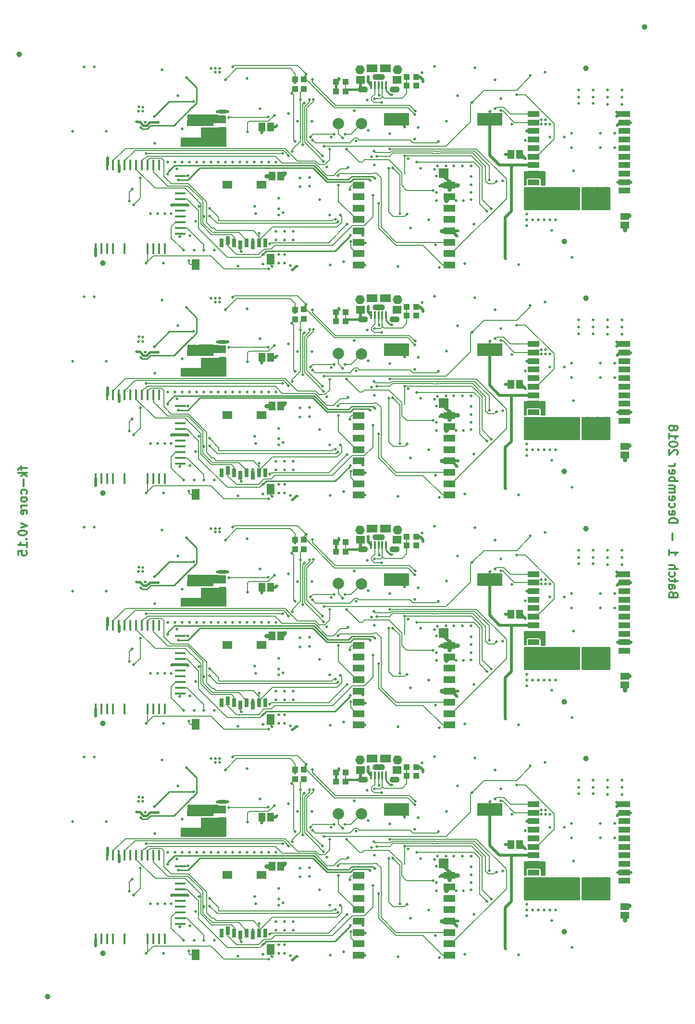
<source format=gbr>
G04 #@! TF.GenerationSoftware,KiCad,Pcbnew,(5.0.0)*
G04 #@! TF.CreationDate,2018-12-28T17:12:47-06:00*
G04 #@! TF.ProjectId,fk-core-v0.15-01x04,666B2D636F72652D76302E31352D3031,0.1*
G04 #@! TF.SameCoordinates,PX791ddc0PY791ddc0*
G04 #@! TF.FileFunction,Copper,L4,Bot,Signal*
G04 #@! TF.FilePolarity,Positive*
%FSLAX46Y46*%
G04 Gerber Fmt 4.6, Leading zero omitted, Abs format (unit mm)*
G04 Created by KiCad (PCBNEW (5.0.0)) date 12/28/18 17:12:47*
%MOMM*%
%LPD*%
G01*
G04 APERTURE LIST*
G04 #@! TA.AperFunction,NonConductor*
%ADD10C,0.300000*%
G04 #@! TD*
G04 #@! TA.AperFunction,BGAPad,CuDef*
%ADD11C,2.000000*%
G04 #@! TD*
G04 #@! TA.AperFunction,SMDPad,CuDef*
%ADD12R,1.399540X1.899920*%
G04 #@! TD*
G04 #@! TA.AperFunction,SMDPad,CuDef*
%ADD13R,1.798320X1.399540*%
G04 #@! TD*
G04 #@! TA.AperFunction,SMDPad,CuDef*
%ADD14R,0.698500X1.498600*%
G04 #@! TD*
G04 #@! TA.AperFunction,SMDPad,CuDef*
%ADD15R,1.168400X1.600200*%
G04 #@! TD*
G04 #@! TA.AperFunction,SMDPad,CuDef*
%ADD16R,1.100000X1.000000*%
G04 #@! TD*
G04 #@! TA.AperFunction,BGAPad,CuDef*
%ADD17C,1.000000*%
G04 #@! TD*
G04 #@! TA.AperFunction,SMDPad,CuDef*
%ADD18R,2.500000X2.000000*%
G04 #@! TD*
G04 #@! TA.AperFunction,SMDPad,CuDef*
%ADD19R,1.200000X0.800000*%
G04 #@! TD*
G04 #@! TA.AperFunction,SMDPad,CuDef*
%ADD20R,2.200000X0.800000*%
G04 #@! TD*
G04 #@! TA.AperFunction,SMDPad,CuDef*
%ADD21R,2.000000X1.300000*%
G04 #@! TD*
G04 #@! TA.AperFunction,SMDPad,CuDef*
%ADD22R,1.600000X1.400000*%
G04 #@! TD*
G04 #@! TA.AperFunction,SMDPad,CuDef*
%ADD23R,0.400000X1.350000*%
G04 #@! TD*
G04 #@! TA.AperFunction,ComponentPad*
%ADD24O,1.651000X1.600000*%
G04 #@! TD*
G04 #@! TA.AperFunction,SMDPad,CuDef*
%ADD25R,1.900000X1.400000*%
G04 #@! TD*
G04 #@! TA.AperFunction,SMDPad,CuDef*
%ADD26R,0.400000X1.900000*%
G04 #@! TD*
G04 #@! TA.AperFunction,SMDPad,CuDef*
%ADD27R,1.900000X0.400000*%
G04 #@! TD*
G04 #@! TA.AperFunction,SMDPad,CuDef*
%ADD28R,4.500000X2.300000*%
G04 #@! TD*
G04 #@! TA.AperFunction,SMDPad,CuDef*
%ADD29R,1.600200X1.168400*%
G04 #@! TD*
G04 #@! TA.AperFunction,SMDPad,CuDef*
%ADD30R,1.998980X1.000760*%
G04 #@! TD*
G04 #@! TA.AperFunction,SMDPad,CuDef*
%ADD31R,1.000000X1.100000*%
G04 #@! TD*
G04 #@! TA.AperFunction,ComponentPad*
%ADD32R,1.700000X1.700000*%
G04 #@! TD*
G04 #@! TA.AperFunction,ComponentPad*
%ADD33O,2.200000X1.100000*%
G04 #@! TD*
G04 #@! TA.AperFunction,ComponentPad*
%ADD34O,1.800000X1.100000*%
G04 #@! TD*
G04 #@! TA.AperFunction,ViaPad*
%ADD35C,0.500000*%
G04 #@! TD*
G04 #@! TA.AperFunction,Conductor*
%ADD36C,0.508000*%
G04 #@! TD*
G04 #@! TA.AperFunction,Conductor*
%ADD37C,0.203200*%
G04 #@! TD*
G04 #@! TA.AperFunction,Conductor*
%ADD38C,0.762000*%
G04 #@! TD*
G04 #@! TA.AperFunction,Conductor*
%ADD39C,0.381000*%
G04 #@! TD*
G04 #@! TA.AperFunction,Conductor*
%ADD40C,0.254000*%
G04 #@! TD*
G04 #@! TA.AperFunction,Conductor*
%ADD41C,0.152400*%
G04 #@! TD*
G04 APERTURE END LIST*
D10*
X35318542Y-4660828D02*
X35247114Y-4446542D01*
X35175685Y-4375114D01*
X35032828Y-4303685D01*
X34818542Y-4303685D01*
X34675685Y-4375114D01*
X34604257Y-4446542D01*
X34532828Y-4589400D01*
X34532828Y-5160828D01*
X36032828Y-5160828D01*
X36032828Y-4660828D01*
X35961400Y-4517971D01*
X35889971Y-4446542D01*
X35747114Y-4375114D01*
X35604257Y-4375114D01*
X35461400Y-4446542D01*
X35389971Y-4517971D01*
X35318542Y-4660828D01*
X35318542Y-5160828D01*
X34532828Y-3017971D02*
X35318542Y-3017971D01*
X35461400Y-3089400D01*
X35532828Y-3232257D01*
X35532828Y-3517971D01*
X35461400Y-3660828D01*
X34604257Y-3017971D02*
X34532828Y-3160828D01*
X34532828Y-3517971D01*
X34604257Y-3660828D01*
X34747114Y-3732257D01*
X34889971Y-3732257D01*
X35032828Y-3660828D01*
X35104257Y-3517971D01*
X35104257Y-3160828D01*
X35175685Y-3017971D01*
X35532828Y-2517971D02*
X35532828Y-1946542D01*
X36032828Y-2303685D02*
X34747114Y-2303685D01*
X34604257Y-2232257D01*
X34532828Y-2089400D01*
X34532828Y-1946542D01*
X34604257Y-803685D02*
X34532828Y-946542D01*
X34532828Y-1232257D01*
X34604257Y-1375114D01*
X34675685Y-1446542D01*
X34818542Y-1517971D01*
X35247114Y-1517971D01*
X35389971Y-1446542D01*
X35461400Y-1375114D01*
X35532828Y-1232257D01*
X35532828Y-946542D01*
X35461400Y-803685D01*
X34532828Y-160828D02*
X36032828Y-160828D01*
X34532828Y482029D02*
X35318542Y482029D01*
X35461400Y410600D01*
X35532828Y267743D01*
X35532828Y53458D01*
X35461400Y-89400D01*
X35389971Y-160828D01*
X34532828Y3124886D02*
X34532828Y2267743D01*
X34532828Y2696315D02*
X36032828Y2696315D01*
X35818542Y2553458D01*
X35675685Y2410600D01*
X35604257Y2267743D01*
X35104257Y4910600D02*
X35104257Y6053458D01*
X34532828Y7910600D02*
X36032828Y7910600D01*
X36032828Y8267743D01*
X35961400Y8482029D01*
X35818542Y8624886D01*
X35675685Y8696315D01*
X35389971Y8767743D01*
X35175685Y8767743D01*
X34889971Y8696315D01*
X34747114Y8624886D01*
X34604257Y8482029D01*
X34532828Y8267743D01*
X34532828Y7910600D01*
X34604257Y9982029D02*
X34532828Y9839172D01*
X34532828Y9553458D01*
X34604257Y9410600D01*
X34747114Y9339172D01*
X35318542Y9339172D01*
X35461400Y9410600D01*
X35532828Y9553458D01*
X35532828Y9839172D01*
X35461400Y9982029D01*
X35318542Y10053458D01*
X35175685Y10053458D01*
X35032828Y9339172D01*
X34604257Y11339172D02*
X34532828Y11196315D01*
X34532828Y10910600D01*
X34604257Y10767743D01*
X34675685Y10696315D01*
X34818542Y10624886D01*
X35247114Y10624886D01*
X35389971Y10696315D01*
X35461400Y10767743D01*
X35532828Y10910600D01*
X35532828Y11196315D01*
X35461400Y11339172D01*
X34604257Y12553458D02*
X34532828Y12410600D01*
X34532828Y12124886D01*
X34604257Y11982029D01*
X34747114Y11910600D01*
X35318542Y11910600D01*
X35461400Y11982029D01*
X35532828Y12124886D01*
X35532828Y12410600D01*
X35461400Y12553458D01*
X35318542Y12624886D01*
X35175685Y12624886D01*
X35032828Y11910600D01*
X34532828Y13267743D02*
X35532828Y13267743D01*
X35389971Y13267743D02*
X35461400Y13339172D01*
X35532828Y13482029D01*
X35532828Y13696315D01*
X35461400Y13839172D01*
X35318542Y13910600D01*
X34532828Y13910600D01*
X35318542Y13910600D02*
X35461400Y13982029D01*
X35532828Y14124886D01*
X35532828Y14339172D01*
X35461400Y14482029D01*
X35318542Y14553458D01*
X34532828Y14553458D01*
X34532828Y15267743D02*
X36032828Y15267743D01*
X35461400Y15267743D02*
X35532828Y15410600D01*
X35532828Y15696315D01*
X35461400Y15839172D01*
X35389971Y15910600D01*
X35247114Y15982029D01*
X34818542Y15982029D01*
X34675685Y15910600D01*
X34604257Y15839172D01*
X34532828Y15696315D01*
X34532828Y15410600D01*
X34604257Y15267743D01*
X34604257Y17196315D02*
X34532828Y17053458D01*
X34532828Y16767743D01*
X34604257Y16624886D01*
X34747114Y16553458D01*
X35318542Y16553458D01*
X35461400Y16624886D01*
X35532828Y16767743D01*
X35532828Y17053458D01*
X35461400Y17196315D01*
X35318542Y17267743D01*
X35175685Y17267743D01*
X35032828Y16553458D01*
X34532828Y17910600D02*
X35532828Y17910600D01*
X35247114Y17910600D02*
X35389971Y17982029D01*
X35461400Y18053458D01*
X35532828Y18196315D01*
X35532828Y18339172D01*
X35889971Y19910600D02*
X35961400Y19982029D01*
X36032828Y20124886D01*
X36032828Y20482029D01*
X35961400Y20624886D01*
X35889971Y20696315D01*
X35747114Y20767743D01*
X35604257Y20767743D01*
X35389971Y20696315D01*
X34532828Y19839172D01*
X34532828Y20767743D01*
X36032828Y21696315D02*
X36032828Y21839172D01*
X35961400Y21982029D01*
X35889971Y22053458D01*
X35747114Y22124886D01*
X35461400Y22196315D01*
X35104257Y22196315D01*
X34818542Y22124886D01*
X34675685Y22053458D01*
X34604257Y21982029D01*
X34532828Y21839172D01*
X34532828Y21696315D01*
X34604257Y21553458D01*
X34675685Y21482029D01*
X34818542Y21410600D01*
X35104257Y21339172D01*
X35461400Y21339172D01*
X35747114Y21410600D01*
X35889971Y21482029D01*
X35961400Y21553458D01*
X36032828Y21696315D01*
X34532828Y23624886D02*
X34532828Y22767743D01*
X34532828Y23196315D02*
X36032828Y23196315D01*
X35818542Y23053458D01*
X35675685Y22910600D01*
X35604257Y22767743D01*
X35389971Y24482029D02*
X35461400Y24339172D01*
X35532828Y24267743D01*
X35675685Y24196315D01*
X35747114Y24196315D01*
X35889971Y24267743D01*
X35961400Y24339172D01*
X36032828Y24482029D01*
X36032828Y24767743D01*
X35961400Y24910600D01*
X35889971Y24982029D01*
X35747114Y25053458D01*
X35675685Y25053458D01*
X35532828Y24982029D01*
X35461400Y24910600D01*
X35389971Y24767743D01*
X35389971Y24482029D01*
X35318542Y24339172D01*
X35247114Y24267743D01*
X35104257Y24196315D01*
X34818542Y24196315D01*
X34675685Y24267743D01*
X34604257Y24339172D01*
X34532828Y24482029D01*
X34532828Y24767743D01*
X34604257Y24910600D01*
X34675685Y24982029D01*
X34818542Y25053458D01*
X35104257Y25053458D01*
X35247114Y24982029D01*
X35318542Y24910600D01*
X35389971Y24767743D01*
X-79610029Y17803458D02*
X-79610029Y17232029D01*
X-78610029Y17589172D02*
X-79895743Y17589172D01*
X-80038600Y17517743D01*
X-80110029Y17374886D01*
X-80110029Y17232029D01*
X-78610029Y16732029D02*
X-80110029Y16732029D01*
X-79181458Y16589172D02*
X-78610029Y16160600D01*
X-79610029Y16160600D02*
X-79038600Y16732029D01*
X-79181458Y15517743D02*
X-79181458Y14374886D01*
X-78681458Y13017743D02*
X-78610029Y13160600D01*
X-78610029Y13446315D01*
X-78681458Y13589172D01*
X-78752886Y13660600D01*
X-78895743Y13732029D01*
X-79324315Y13732029D01*
X-79467172Y13660600D01*
X-79538600Y13589172D01*
X-79610029Y13446315D01*
X-79610029Y13160600D01*
X-79538600Y13017743D01*
X-78610029Y12160600D02*
X-78681458Y12303458D01*
X-78752886Y12374886D01*
X-78895743Y12446315D01*
X-79324315Y12446315D01*
X-79467172Y12374886D01*
X-79538600Y12303458D01*
X-79610029Y12160600D01*
X-79610029Y11946315D01*
X-79538600Y11803458D01*
X-79467172Y11732029D01*
X-79324315Y11660600D01*
X-78895743Y11660600D01*
X-78752886Y11732029D01*
X-78681458Y11803458D01*
X-78610029Y11946315D01*
X-78610029Y12160600D01*
X-78610029Y11017743D02*
X-79610029Y11017743D01*
X-79324315Y11017743D02*
X-79467172Y10946315D01*
X-79538600Y10874886D01*
X-79610029Y10732029D01*
X-79610029Y10589172D01*
X-78681458Y9517743D02*
X-78610029Y9660600D01*
X-78610029Y9946315D01*
X-78681458Y10089172D01*
X-78824315Y10160600D01*
X-79395743Y10160600D01*
X-79538600Y10089172D01*
X-79610029Y9946315D01*
X-79610029Y9660600D01*
X-79538600Y9517743D01*
X-79395743Y9446315D01*
X-79252886Y9446315D01*
X-79110029Y10160600D01*
X-79610029Y7803458D02*
X-78610029Y7446315D01*
X-79610029Y7089172D01*
X-80110029Y6232029D02*
X-80110029Y6089172D01*
X-80038600Y5946315D01*
X-79967172Y5874886D01*
X-79824315Y5803458D01*
X-79538600Y5732029D01*
X-79181458Y5732029D01*
X-78895743Y5803458D01*
X-78752886Y5874886D01*
X-78681458Y5946315D01*
X-78610029Y6089172D01*
X-78610029Y6232029D01*
X-78681458Y6374886D01*
X-78752886Y6446315D01*
X-78895743Y6517743D01*
X-79181458Y6589172D01*
X-79538600Y6589172D01*
X-79824315Y6517743D01*
X-79967172Y6446315D01*
X-80038600Y6374886D01*
X-80110029Y6232029D01*
X-78752886Y5089172D02*
X-78681458Y5017743D01*
X-78610029Y5089172D01*
X-78681458Y5160600D01*
X-78752886Y5089172D01*
X-78610029Y5089172D01*
X-78610029Y3589172D02*
X-78610029Y4446315D01*
X-78610029Y4017743D02*
X-80110029Y4017743D01*
X-79895743Y4160600D01*
X-79752886Y4303458D01*
X-79681458Y4446315D01*
X-80110029Y2232029D02*
X-80110029Y2946315D01*
X-79395743Y3017743D01*
X-79467172Y2946315D01*
X-79538600Y2803458D01*
X-79538600Y2446315D01*
X-79467172Y2303458D01*
X-79395743Y2232029D01*
X-79252886Y2160600D01*
X-78895743Y2160600D01*
X-78752886Y2232029D01*
X-78681458Y2303458D01*
X-78610029Y2446315D01*
X-78610029Y2803458D01*
X-78681458Y2946315D01*
X-78752886Y3017743D01*
D11*
G04 #@! TO.P,J18,1*
G04 #@! TO.N,/SWDIO*
X-19659600Y-43318800D03*
G04 #@! TD*
G04 #@! TO.P,J19,1*
G04 #@! TO.N,/SWCLK*
X-23749000Y-43268000D03*
G04 #@! TD*
D12*
G04 #@! TO.P,M7,MT2*
G04 #@! TO.N,GND*
X-48854360Y-68071100D03*
G04 #@! TO.P,M7,MT1*
X-35653980Y-67169400D03*
D13*
G04 #@! TO.P,M7,CD2*
G04 #@! TO.N,Net-(M7-PadCD2)*
X-43253660Y-54070620D03*
G04 #@! TO.P,M7,CD1*
G04 #@! TO.N,Net-(M7-PadCD1)*
X-37254180Y-54070620D03*
D14*
G04 #@! TO.P,M7,8*
G04 #@! TO.N,Net-(M7-Pad8)*
X-36553140Y-64268720D03*
G04 #@! TO.P,M7,7*
G04 #@! TO.N,/MISO*
X-37652960Y-64268720D03*
G04 #@! TO.P,M7,6*
G04 #@! TO.N,GND*
X-38752780Y-64670040D03*
G04 #@! TO.P,M7,5*
G04 #@! TO.N,/SCK*
X-39855140Y-64268720D03*
G04 #@! TO.P,M7,4*
G04 #@! TO.N,/PERIPH_3V3*
X-40954960Y-64670040D03*
G04 #@! TO.P,M7,3*
G04 #@! TO.N,/MOSI*
X-42054780Y-64268720D03*
G04 #@! TO.P,M7,2*
G04 #@! TO.N,/D12_SD_CS*
X-43154600Y-63869940D03*
G04 #@! TO.P,M7,1*
G04 #@! TO.N,Net-(M7-Pad1)*
X-44254420Y-64268720D03*
G04 #@! TD*
D15*
G04 #@! TO.P,J14,2*
G04 #@! TO.N,3V3*
X-35610800Y-43928400D03*
G04 #@! TO.P,J14,1*
G04 #@! TO.N,/MODULE_3V3*
X-37134800Y-43928400D03*
G04 #@! TD*
D16*
G04 #@! TO.P,R30,2*
G04 #@! TO.N,/USB_ID*
X-9982200Y-36587800D03*
G04 #@! TO.P,R30,1*
G04 #@! TO.N,Net-(J16-Pad4)*
X-11682200Y-36587800D03*
G04 #@! TD*
D17*
G04 #@! TO.P,M11,~*
G04 #@! TO.N,Net-(M11-Pad~)*
X16052800Y-64045200D03*
G04 #@! TD*
D16*
G04 #@! TO.P,R23,2*
G04 #@! TO.N,3V3*
X-9970400Y-35063800D03*
G04 #@! TO.P,R23,1*
G04 #@! TO.N,Net-(J16-Pad4)*
X-11670400Y-35063800D03*
G04 #@! TD*
D17*
G04 #@! TO.P,M9,~*
G04 #@! TO.N,Net-(M9-Pad~)*
X19862800Y-33565200D03*
G04 #@! TD*
D18*
G04 #@! TO.P,U14,2*
G04 #@! TO.N,VBUS*
X-46972400Y-42709200D03*
D19*
G04 #@! TO.P,U14,3*
G04 #@! TO.N,3V3*
X-44122400Y-44209200D03*
D20*
G04 #@! TO.P,U14,2*
G04 #@! TO.N,VBUS*
X-44622400Y-42709200D03*
D19*
G04 #@! TO.P,U14,1*
G04 #@! TO.N,GND*
X-44122400Y-41209200D03*
G04 #@! TD*
D15*
G04 #@! TO.P,J2,2*
G04 #@! TO.N,/PERIPH_3V3*
X-35382200Y-52488200D03*
G04 #@! TO.P,J2,1*
G04 #@! TO.N,3V3*
X-33858200Y-52488200D03*
G04 #@! TD*
D17*
G04 #@! TO.P,M10,~*
G04 #@! TO.N,Net-(M10-Pad~)*
X-65227200Y-67855200D03*
G04 #@! TD*
D21*
G04 #@! TO.P,U3,16*
G04 #@! TO.N,/LORA_D2*
X-4141200Y-68171200D03*
G04 #@! TO.P,U3,15*
G04 #@! TO.N,/LORA_D1*
X-4141200Y-66171200D03*
G04 #@! TO.P,U3,14*
G04 #@! TO.N,/LORA_D0*
X-4141200Y-64171200D03*
G04 #@! TO.P,U3,13*
G04 #@! TO.N,/PERIPH_3V3*
X-4141200Y-62171200D03*
G04 #@! TO.P,U3,12*
G04 #@! TO.N,Net-(U3-Pad12)*
X-4141200Y-60171200D03*
G04 #@! TO.P,U3,11*
G04 #@! TO.N,Net-(U3-Pad11)*
X-4141200Y-58171200D03*
G04 #@! TO.P,U3,10*
G04 #@! TO.N,GND*
X-4141200Y-56171200D03*
G04 #@! TO.P,U3,9*
G04 #@! TO.N,Net-(J15-Pad1)*
X-4141200Y-54171200D03*
G04 #@! TO.P,U3,8*
G04 #@! TO.N,GND*
X-20141200Y-54171200D03*
G04 #@! TO.P,U3,7*
G04 #@! TO.N,Net-(U3-Pad7)*
X-20141200Y-56171200D03*
G04 #@! TO.P,U3,6*
G04 #@! TO.N,Net-(U3-Pad6)*
X-20141200Y-58171200D03*
G04 #@! TO.P,U3,5*
G04 #@! TO.N,/D5_RADIO_CS*
X-20141200Y-60171200D03*
G04 #@! TO.P,U3,4*
G04 #@! TO.N,/SCK*
X-20141200Y-62171200D03*
G04 #@! TO.P,U3,3*
G04 #@! TO.N,/MOSI*
X-20141200Y-64171200D03*
G04 #@! TO.P,U3,2*
G04 #@! TO.N,/MISO*
X-20141200Y-66171200D03*
G04 #@! TO.P,U3,1*
G04 #@! TO.N,GND*
X-20141200Y-68171200D03*
G04 #@! TD*
D22*
G04 #@! TO.P,J9,6*
G04 #@! TO.N,Net-(C14-Pad1)*
X-19816200Y-35566200D03*
D23*
G04 #@! TO.P,J9,5*
G04 #@! TO.N,GND*
X-15316200Y-36486200D03*
G04 #@! TO.P,J9,4*
G04 #@! TO.N,Net-(J16-Pad4)*
X-15966200Y-36486200D03*
G04 #@! TO.P,J9,1*
G04 #@! TO.N,VUSB*
X-17916200Y-36486200D03*
G04 #@! TO.P,J9,2*
G04 #@! TO.N,/USB-*
X-17266200Y-36486200D03*
D24*
G04 #@! TO.P,J9,*
G04 #@! TO.N,*
X-13316200Y-33816200D03*
D25*
G04 #@! TO.P,J9,8*
G04 #@! TO.N,Net-(J9-Pad8)*
X-17816200Y-33566200D03*
D24*
G04 #@! TO.P,J9,*
G04 #@! TO.N,*
X-19916200Y-33816200D03*
D25*
G04 #@! TO.P,J9,9*
G04 #@! TO.N,Net-(J9-Pad9)*
X-15416200Y-33566200D03*
D23*
G04 #@! TO.P,J9,3*
G04 #@! TO.N,/USB+*
X-16616200Y-36486200D03*
D22*
G04 #@! TO.P,J9,7*
G04 #@! TO.N,Net-(J9-Pad7)*
X-13416200Y-35566200D03*
G04 #@! TD*
D26*
G04 #@! TO.P,U1,10*
G04 #@! TO.N,/PERIPH_3V3*
X-64395530Y-50587060D03*
G04 #@! TO.P,U1,11*
G04 #@! TO.N,/D8_WIFI_WAKE*
X-63379534Y-50587060D03*
G04 #@! TO.P,U1,12*
G04 #@! TO.N,GND*
X-62363534Y-50587060D03*
G04 #@! TO.P,U1,13*
G04 #@! TO.N,/A2_WIFI_IRQ*
X-61347530Y-50587060D03*
G04 #@! TO.P,U1,14*
G04 #@! TO.N,Net-(U1-Pad14)*
X-60331530Y-50587060D03*
G04 #@! TO.P,U1,15*
G04 #@! TO.N,/MOSI*
X-59315530Y-50587060D03*
G04 #@! TO.P,U1,16*
G04 #@! TO.N,/D7_WIFI_CS*
X-58299530Y-50587060D03*
G04 #@! TO.P,U1,17*
G04 #@! TO.N,/MISO*
X-57283530Y-50587060D03*
G04 #@! TO.P,U1,18*
G04 #@! TO.N,/SCK*
X-56267530Y-50587060D03*
G04 #@! TO.P,U1,19*
G04 #@! TO.N,Net-(U1-Pad19)*
X-55251530Y-50587060D03*
G04 #@! TO.P,U1,9*
G04 #@! TO.N,GND*
X-66435750Y-65317330D03*
G04 #@! TO.P,U1,8*
G04 #@! TO.N,N/C*
X-65419750Y-65317330D03*
G04 #@! TO.P,U1,7*
X-64403750Y-65317330D03*
G04 #@! TO.P,U1,6*
X-63387753Y-65317330D03*
G04 #@! TO.P,U1,5*
X-61355750Y-65317330D03*
G04 #@! TO.P,U1,1*
G04 #@! TO.N,Net-(U1-Pad1)*
X-54243750Y-65317330D03*
G04 #@! TO.P,U1,2*
G04 #@! TO.N,Net-(U1-Pad2)*
X-55259750Y-65317330D03*
G04 #@! TO.P,U1,3*
G04 #@! TO.N,Net-(U1-Pad3)*
X-56275750Y-65317330D03*
G04 #@! TO.P,U1,4*
G04 #@! TO.N,/A1_WIFI_RST*
X-57291750Y-65317330D03*
D27*
G04 #@! TO.P,U1,20*
G04 #@! TO.N,/PERIPH_3V3*
X-51572300Y-52486930D03*
G04 #@! TO.P,U1,28*
G04 #@! TO.N,GND*
X-51572300Y-62646930D03*
G04 #@! TO.P,U1,27*
G04 #@! TO.N,Net-(R5-Pad1)*
X-51572300Y-61630930D03*
G04 #@! TO.P,U1,26*
G04 #@! TO.N,Net-(R4-Pad1)*
X-51572300Y-60614930D03*
G04 #@! TO.P,U1,25*
G04 #@! TO.N,N/C*
X-51572300Y-59598930D03*
G04 #@! TO.P,U1,24*
G04 #@! TO.N,Net-(U1-Pad24)*
X-51572300Y-58582931D03*
G04 #@! TO.P,U1,23*
G04 #@! TO.N,/PERIPH_3V3*
X-51572300Y-57566931D03*
G04 #@! TO.P,U1,22*
G04 #@! TO.N,/D2_WIFI_EN*
X-51572300Y-56550930D03*
G04 #@! TO.P,U1,21*
G04 #@! TO.N,Net-(U1-Pad21)*
X-51572300Y-55534930D03*
G04 #@! TD*
D28*
G04 #@! TO.P,BT1,2*
G04 #@! TO.N,GND*
X-13453600Y-42556800D03*
G04 #@! TO.P,BT1,1*
G04 #@! TO.N,/BAT_BACKUP*
X2946400Y-42556800D03*
G04 #@! TD*
D29*
G04 #@! TO.P,J12,2*
G04 #@! TO.N,/GPS_3V3*
X26720800Y-59600200D03*
G04 #@! TO.P,J12,1*
G04 #@! TO.N,3V3*
X26720800Y-61124200D03*
G04 #@! TD*
D30*
G04 #@! TO.P,U10,20*
G04 #@! TO.N,Net-(U10-Pad20)*
X26644600Y-55096780D03*
G04 #@! TO.P,U10,19*
G04 #@! TO.N,GND*
X26644600Y-53598180D03*
G04 #@! TO.P,U10,18*
G04 #@! TO.N,Net-(U10-Pad18)*
X26644600Y-52097040D03*
G04 #@! TO.P,U10,17*
G04 #@! TO.N,Net-(U10-Pad17)*
X26644600Y-50598440D03*
G04 #@! TO.P,U10,16*
G04 #@! TO.N,Net-(U10-Pad16)*
X26644600Y-49097300D03*
G04 #@! TO.P,U10,15*
G04 #@! TO.N,Net-(U10-Pad15)*
X26644600Y-47598700D03*
G04 #@! TO.P,U10,14*
G04 #@! TO.N,Net-(U10-Pad14)*
X26644600Y-46097560D03*
G04 #@! TO.P,U10,13*
G04 #@! TO.N,Net-(U10-Pad13)*
X26644600Y-44598960D03*
G04 #@! TO.P,U10,12*
G04 #@! TO.N,GND*
X26644600Y-43097820D03*
G04 #@! TO.P,U10,11*
G04 #@! TO.N,Net-(J11-Pad1)*
X26644600Y-41599220D03*
G04 #@! TO.P,U10,10*
G04 #@! TO.N,/GPS_RX*
X10642600Y-41599220D03*
G04 #@! TO.P,U10,9*
G04 #@! TO.N,/GPS_TX*
X10642600Y-43097820D03*
G04 #@! TO.P,U10,8*
G04 #@! TO.N,GND*
X10642600Y-44598960D03*
G04 #@! TO.P,U10,7*
G04 #@! TO.N,Net-(U10-Pad7)*
X10642600Y-46097560D03*
G04 #@! TO.P,U10,6*
G04 #@! TO.N,Net-(U10-Pad6)*
X10642600Y-47598700D03*
G04 #@! TO.P,U10,5*
G04 #@! TO.N,/GPS_FIX*
X10642600Y-49097300D03*
G04 #@! TO.P,U10,4*
G04 #@! TO.N,/BAT_BACKUP*
X10642600Y-50598440D03*
G04 #@! TO.P,U10,3*
G04 #@! TO.N,GND*
X10642600Y-52097040D03*
G04 #@! TO.P,U10,2*
G04 #@! TO.N,Net-(U10-Pad2)*
X10642600Y-53598180D03*
G04 #@! TO.P,U10,1*
G04 #@! TO.N,/GPS_PWR_FILT*
X10642600Y-55096780D03*
G04 #@! TD*
D16*
G04 #@! TO.P,R31,2*
G04 #@! TO.N,GND*
X-24116476Y-35971505D03*
G04 #@! TO.P,R31,1*
G04 #@! TO.N,Net-(C14-Pad1)*
X-22416476Y-35971505D03*
G04 #@! TD*
D31*
G04 #@! TO.P,R26,1*
G04 #@! TO.N,/SDA2*
X-31369000Y-37234600D03*
G04 #@! TO.P,R26,2*
G04 #@! TO.N,/SDA1*
X-31369000Y-35534600D03*
G04 #@! TD*
D15*
G04 #@! TO.P,J1,2*
G04 #@! TO.N,3V3*
X6654800Y-48678200D03*
G04 #@! TO.P,J1,1*
G04 #@! TO.N,/GPS_3V3*
X8178800Y-48678200D03*
G04 #@! TD*
D31*
G04 #@! TO.P,R27,1*
G04 #@! TO.N,/SCL2*
X-29845000Y-37209200D03*
G04 #@! TO.P,R27,2*
G04 #@! TO.N,/SCL1*
X-29845000Y-35509200D03*
G04 #@! TD*
D32*
G04 #@! TO.P,J4,1*
G04 #@! TO.N,Net-(J15-Pad1)*
X-5156200Y-51980200D03*
G04 #@! TD*
D33*
G04 #@! TO.P,J16,8*
G04 #@! TO.N,Net-(J16-Pad8)*
X-16586200Y-35098200D03*
D34*
G04 #@! TO.P,J16,7*
G04 #@! TO.N,Net-(C14-Pad1)*
X-19386200Y-37248200D03*
G04 #@! TO.P,J16,6*
G04 #@! TO.N,Net-(J16-Pad6)*
X-13786200Y-37248200D03*
G04 #@! TD*
D16*
G04 #@! TO.P,C14,1*
G04 #@! TO.N,Net-(C14-Pad1)*
X-22416476Y-37622505D03*
G04 #@! TO.P,C14,2*
G04 #@! TO.N,GND*
X-24116476Y-37622505D03*
G04 #@! TD*
D11*
G04 #@! TO.P,J19,1*
G04 #@! TO.N,/SWCLK*
X-23749000Y-2768000D03*
G04 #@! TD*
D14*
G04 #@! TO.P,M7,1*
G04 #@! TO.N,Net-(M7-Pad1)*
X-44254420Y-23768720D03*
G04 #@! TO.P,M7,2*
G04 #@! TO.N,/D12_SD_CS*
X-43154600Y-23369940D03*
G04 #@! TO.P,M7,3*
G04 #@! TO.N,/MOSI*
X-42054780Y-23768720D03*
G04 #@! TO.P,M7,4*
G04 #@! TO.N,/PERIPH_3V3*
X-40954960Y-24170040D03*
G04 #@! TO.P,M7,5*
G04 #@! TO.N,/SCK*
X-39855140Y-23768720D03*
G04 #@! TO.P,M7,6*
G04 #@! TO.N,GND*
X-38752780Y-24170040D03*
G04 #@! TO.P,M7,7*
G04 #@! TO.N,/MISO*
X-37652960Y-23768720D03*
G04 #@! TO.P,M7,8*
G04 #@! TO.N,Net-(M7-Pad8)*
X-36553140Y-23768720D03*
D13*
G04 #@! TO.P,M7,CD1*
G04 #@! TO.N,Net-(M7-PadCD1)*
X-37254180Y-13570620D03*
G04 #@! TO.P,M7,CD2*
G04 #@! TO.N,Net-(M7-PadCD2)*
X-43253660Y-13570620D03*
D12*
G04 #@! TO.P,M7,MT1*
G04 #@! TO.N,GND*
X-35653980Y-26669400D03*
G04 #@! TO.P,M7,MT2*
X-48854360Y-27571100D03*
G04 #@! TD*
D11*
G04 #@! TO.P,J18,1*
G04 #@! TO.N,/SWDIO*
X-19659600Y-2818800D03*
G04 #@! TD*
D22*
G04 #@! TO.P,J9,7*
G04 #@! TO.N,Net-(J9-Pad7)*
X-13416200Y4933800D03*
D23*
G04 #@! TO.P,J9,3*
G04 #@! TO.N,/USB+*
X-16616200Y4013800D03*
D25*
G04 #@! TO.P,J9,9*
G04 #@! TO.N,Net-(J9-Pad9)*
X-15416200Y6933800D03*
D24*
G04 #@! TO.P,J9,*
G04 #@! TO.N,*
X-19916200Y6683800D03*
D25*
G04 #@! TO.P,J9,8*
G04 #@! TO.N,Net-(J9-Pad8)*
X-17816200Y6933800D03*
D24*
G04 #@! TO.P,J9,*
G04 #@! TO.N,*
X-13316200Y6683800D03*
D23*
G04 #@! TO.P,J9,2*
G04 #@! TO.N,/USB-*
X-17266200Y4013800D03*
G04 #@! TO.P,J9,1*
G04 #@! TO.N,VUSB*
X-17916200Y4013800D03*
G04 #@! TO.P,J9,4*
G04 #@! TO.N,Net-(J16-Pad4)*
X-15966200Y4013800D03*
G04 #@! TO.P,J9,5*
G04 #@! TO.N,GND*
X-15316200Y4013800D03*
D22*
G04 #@! TO.P,J9,6*
G04 #@! TO.N,Net-(C14-Pad1)*
X-19816200Y4933800D03*
G04 #@! TD*
D27*
G04 #@! TO.P,U1,21*
G04 #@! TO.N,Net-(U1-Pad21)*
X-51572300Y-15034930D03*
G04 #@! TO.P,U1,22*
G04 #@! TO.N,/D2_WIFI_EN*
X-51572300Y-16050930D03*
G04 #@! TO.P,U1,23*
G04 #@! TO.N,/PERIPH_3V3*
X-51572300Y-17066931D03*
G04 #@! TO.P,U1,24*
G04 #@! TO.N,Net-(U1-Pad24)*
X-51572300Y-18082931D03*
G04 #@! TO.P,U1,25*
G04 #@! TO.N,N/C*
X-51572300Y-19098930D03*
G04 #@! TO.P,U1,26*
G04 #@! TO.N,Net-(R4-Pad1)*
X-51572300Y-20114930D03*
G04 #@! TO.P,U1,27*
G04 #@! TO.N,Net-(R5-Pad1)*
X-51572300Y-21130930D03*
G04 #@! TO.P,U1,28*
G04 #@! TO.N,GND*
X-51572300Y-22146930D03*
G04 #@! TO.P,U1,20*
G04 #@! TO.N,/PERIPH_3V3*
X-51572300Y-11986930D03*
D26*
G04 #@! TO.P,U1,4*
G04 #@! TO.N,/A1_WIFI_RST*
X-57291750Y-24817330D03*
G04 #@! TO.P,U1,3*
G04 #@! TO.N,Net-(U1-Pad3)*
X-56275750Y-24817330D03*
G04 #@! TO.P,U1,2*
G04 #@! TO.N,Net-(U1-Pad2)*
X-55259750Y-24817330D03*
G04 #@! TO.P,U1,1*
G04 #@! TO.N,Net-(U1-Pad1)*
X-54243750Y-24817330D03*
G04 #@! TO.P,U1,5*
G04 #@! TO.N,N/C*
X-61355750Y-24817330D03*
G04 #@! TO.P,U1,6*
X-63387753Y-24817330D03*
G04 #@! TO.P,U1,7*
X-64403750Y-24817330D03*
G04 #@! TO.P,U1,8*
X-65419750Y-24817330D03*
G04 #@! TO.P,U1,9*
G04 #@! TO.N,GND*
X-66435750Y-24817330D03*
G04 #@! TO.P,U1,19*
G04 #@! TO.N,Net-(U1-Pad19)*
X-55251530Y-10087060D03*
G04 #@! TO.P,U1,18*
G04 #@! TO.N,/SCK*
X-56267530Y-10087060D03*
G04 #@! TO.P,U1,17*
G04 #@! TO.N,/MISO*
X-57283530Y-10087060D03*
G04 #@! TO.P,U1,16*
G04 #@! TO.N,/D7_WIFI_CS*
X-58299530Y-10087060D03*
G04 #@! TO.P,U1,15*
G04 #@! TO.N,/MOSI*
X-59315530Y-10087060D03*
G04 #@! TO.P,U1,14*
G04 #@! TO.N,Net-(U1-Pad14)*
X-60331530Y-10087060D03*
G04 #@! TO.P,U1,13*
G04 #@! TO.N,/A2_WIFI_IRQ*
X-61347530Y-10087060D03*
G04 #@! TO.P,U1,12*
G04 #@! TO.N,GND*
X-62363534Y-10087060D03*
G04 #@! TO.P,U1,11*
G04 #@! TO.N,/D8_WIFI_WAKE*
X-63379534Y-10087060D03*
G04 #@! TO.P,U1,10*
G04 #@! TO.N,/PERIPH_3V3*
X-64395530Y-10087060D03*
G04 #@! TD*
D29*
G04 #@! TO.P,J12,1*
G04 #@! TO.N,3V3*
X26720800Y-20624200D03*
G04 #@! TO.P,J12,2*
G04 #@! TO.N,/GPS_3V3*
X26720800Y-19100200D03*
G04 #@! TD*
D28*
G04 #@! TO.P,BT1,1*
G04 #@! TO.N,/BAT_BACKUP*
X2946400Y-2056800D03*
G04 #@! TO.P,BT1,2*
G04 #@! TO.N,GND*
X-13453600Y-2056800D03*
G04 #@! TD*
D32*
G04 #@! TO.P,J4,1*
G04 #@! TO.N,Net-(J15-Pad1)*
X-5156200Y-11480200D03*
G04 #@! TD*
D30*
G04 #@! TO.P,U10,1*
G04 #@! TO.N,/GPS_PWR_FILT*
X10642600Y-14596780D03*
G04 #@! TO.P,U10,2*
G04 #@! TO.N,Net-(U10-Pad2)*
X10642600Y-13098180D03*
G04 #@! TO.P,U10,3*
G04 #@! TO.N,GND*
X10642600Y-11597040D03*
G04 #@! TO.P,U10,4*
G04 #@! TO.N,/BAT_BACKUP*
X10642600Y-10098440D03*
G04 #@! TO.P,U10,5*
G04 #@! TO.N,/GPS_FIX*
X10642600Y-8597300D03*
G04 #@! TO.P,U10,6*
G04 #@! TO.N,Net-(U10-Pad6)*
X10642600Y-7098700D03*
G04 #@! TO.P,U10,7*
G04 #@! TO.N,Net-(U10-Pad7)*
X10642600Y-5597560D03*
G04 #@! TO.P,U10,8*
G04 #@! TO.N,GND*
X10642600Y-4098960D03*
G04 #@! TO.P,U10,9*
G04 #@! TO.N,/GPS_TX*
X10642600Y-2597820D03*
G04 #@! TO.P,U10,10*
G04 #@! TO.N,/GPS_RX*
X10642600Y-1099220D03*
G04 #@! TO.P,U10,11*
G04 #@! TO.N,Net-(J11-Pad1)*
X26644600Y-1099220D03*
G04 #@! TO.P,U10,12*
G04 #@! TO.N,GND*
X26644600Y-2597820D03*
G04 #@! TO.P,U10,13*
G04 #@! TO.N,Net-(U10-Pad13)*
X26644600Y-4098960D03*
G04 #@! TO.P,U10,14*
G04 #@! TO.N,Net-(U10-Pad14)*
X26644600Y-5597560D03*
G04 #@! TO.P,U10,15*
G04 #@! TO.N,Net-(U10-Pad15)*
X26644600Y-7098700D03*
G04 #@! TO.P,U10,16*
G04 #@! TO.N,Net-(U10-Pad16)*
X26644600Y-8597300D03*
G04 #@! TO.P,U10,17*
G04 #@! TO.N,Net-(U10-Pad17)*
X26644600Y-10098440D03*
G04 #@! TO.P,U10,18*
G04 #@! TO.N,Net-(U10-Pad18)*
X26644600Y-11597040D03*
G04 #@! TO.P,U10,19*
G04 #@! TO.N,GND*
X26644600Y-13098180D03*
G04 #@! TO.P,U10,20*
G04 #@! TO.N,Net-(U10-Pad20)*
X26644600Y-14596780D03*
G04 #@! TD*
D16*
G04 #@! TO.P,C14,2*
G04 #@! TO.N,GND*
X-24116476Y2877495D03*
G04 #@! TO.P,C14,1*
G04 #@! TO.N,Net-(C14-Pad1)*
X-22416476Y2877495D03*
G04 #@! TD*
D15*
G04 #@! TO.P,J1,1*
G04 #@! TO.N,/GPS_3V3*
X8178800Y-8178200D03*
G04 #@! TO.P,J1,2*
G04 #@! TO.N,3V3*
X6654800Y-8178200D03*
G04 #@! TD*
D31*
G04 #@! TO.P,R27,2*
G04 #@! TO.N,/SCL1*
X-29845000Y4990800D03*
G04 #@! TO.P,R27,1*
G04 #@! TO.N,/SCL2*
X-29845000Y3290800D03*
G04 #@! TD*
D16*
G04 #@! TO.P,R31,1*
G04 #@! TO.N,Net-(C14-Pad1)*
X-22416476Y4528495D03*
G04 #@! TO.P,R31,2*
G04 #@! TO.N,GND*
X-24116476Y4528495D03*
G04 #@! TD*
D34*
G04 #@! TO.P,J16,6*
G04 #@! TO.N,Net-(J16-Pad6)*
X-13786200Y3251800D03*
G04 #@! TO.P,J16,7*
G04 #@! TO.N,Net-(C14-Pad1)*
X-19386200Y3251800D03*
D33*
G04 #@! TO.P,J16,8*
G04 #@! TO.N,Net-(J16-Pad8)*
X-16586200Y5401800D03*
G04 #@! TD*
D31*
G04 #@! TO.P,R26,2*
G04 #@! TO.N,/SDA1*
X-31369000Y4965400D03*
G04 #@! TO.P,R26,1*
G04 #@! TO.N,/SDA2*
X-31369000Y3265400D03*
G04 #@! TD*
D16*
G04 #@! TO.P,R30,1*
G04 #@! TO.N,Net-(J16-Pad4)*
X-11682200Y3912200D03*
G04 #@! TO.P,R30,2*
G04 #@! TO.N,/USB_ID*
X-9982200Y3912200D03*
G04 #@! TD*
D15*
G04 #@! TO.P,J14,1*
G04 #@! TO.N,/MODULE_3V3*
X-37134800Y-3428400D03*
G04 #@! TO.P,J14,2*
G04 #@! TO.N,3V3*
X-35610800Y-3428400D03*
G04 #@! TD*
D17*
G04 #@! TO.P,M11,~*
G04 #@! TO.N,Net-(M11-Pad~)*
X16052800Y-23545200D03*
G04 #@! TD*
D21*
G04 #@! TO.P,U3,1*
G04 #@! TO.N,GND*
X-20141200Y-27671200D03*
G04 #@! TO.P,U3,2*
G04 #@! TO.N,/MISO*
X-20141200Y-25671200D03*
G04 #@! TO.P,U3,3*
G04 #@! TO.N,/MOSI*
X-20141200Y-23671200D03*
G04 #@! TO.P,U3,4*
G04 #@! TO.N,/SCK*
X-20141200Y-21671200D03*
G04 #@! TO.P,U3,5*
G04 #@! TO.N,/D5_RADIO_CS*
X-20141200Y-19671200D03*
G04 #@! TO.P,U3,6*
G04 #@! TO.N,Net-(U3-Pad6)*
X-20141200Y-17671200D03*
G04 #@! TO.P,U3,7*
G04 #@! TO.N,Net-(U3-Pad7)*
X-20141200Y-15671200D03*
G04 #@! TO.P,U3,8*
G04 #@! TO.N,GND*
X-20141200Y-13671200D03*
G04 #@! TO.P,U3,9*
G04 #@! TO.N,Net-(J15-Pad1)*
X-4141200Y-13671200D03*
G04 #@! TO.P,U3,10*
G04 #@! TO.N,GND*
X-4141200Y-15671200D03*
G04 #@! TO.P,U3,11*
G04 #@! TO.N,Net-(U3-Pad11)*
X-4141200Y-17671200D03*
G04 #@! TO.P,U3,12*
G04 #@! TO.N,Net-(U3-Pad12)*
X-4141200Y-19671200D03*
G04 #@! TO.P,U3,13*
G04 #@! TO.N,/PERIPH_3V3*
X-4141200Y-21671200D03*
G04 #@! TO.P,U3,14*
G04 #@! TO.N,/LORA_D0*
X-4141200Y-23671200D03*
G04 #@! TO.P,U3,15*
G04 #@! TO.N,/LORA_D1*
X-4141200Y-25671200D03*
G04 #@! TO.P,U3,16*
G04 #@! TO.N,/LORA_D2*
X-4141200Y-27671200D03*
G04 #@! TD*
D17*
G04 #@! TO.P,M9,~*
G04 #@! TO.N,Net-(M9-Pad~)*
X19862800Y6934800D03*
G04 #@! TD*
D15*
G04 #@! TO.P,J2,1*
G04 #@! TO.N,3V3*
X-33858200Y-11988200D03*
G04 #@! TO.P,J2,2*
G04 #@! TO.N,/PERIPH_3V3*
X-35382200Y-11988200D03*
G04 #@! TD*
D16*
G04 #@! TO.P,R23,1*
G04 #@! TO.N,Net-(J16-Pad4)*
X-11670400Y5436200D03*
G04 #@! TO.P,R23,2*
G04 #@! TO.N,3V3*
X-9970400Y5436200D03*
G04 #@! TD*
D19*
G04 #@! TO.P,U14,1*
G04 #@! TO.N,GND*
X-44122400Y-709200D03*
D20*
G04 #@! TO.P,U14,2*
G04 #@! TO.N,VBUS*
X-44622400Y-2209200D03*
D19*
G04 #@! TO.P,U14,3*
G04 #@! TO.N,3V3*
X-44122400Y-3709200D03*
D18*
G04 #@! TO.P,U14,2*
G04 #@! TO.N,VBUS*
X-46972400Y-2209200D03*
G04 #@! TD*
D17*
G04 #@! TO.P,M10,~*
G04 #@! TO.N,Net-(M10-Pad~)*
X-65227200Y-27355200D03*
G04 #@! TD*
D12*
G04 #@! TO.P,M7,MT2*
G04 #@! TO.N,GND*
X-48854360Y12928900D03*
G04 #@! TO.P,M7,MT1*
X-35653980Y13830600D03*
D13*
G04 #@! TO.P,M7,CD2*
G04 #@! TO.N,Net-(M7-PadCD2)*
X-43253660Y26929380D03*
G04 #@! TO.P,M7,CD1*
G04 #@! TO.N,Net-(M7-PadCD1)*
X-37254180Y26929380D03*
D14*
G04 #@! TO.P,M7,8*
G04 #@! TO.N,Net-(M7-Pad8)*
X-36553140Y16731280D03*
G04 #@! TO.P,M7,7*
G04 #@! TO.N,/MISO*
X-37652960Y16731280D03*
G04 #@! TO.P,M7,6*
G04 #@! TO.N,GND*
X-38752780Y16329960D03*
G04 #@! TO.P,M7,5*
G04 #@! TO.N,/SCK*
X-39855140Y16731280D03*
G04 #@! TO.P,M7,4*
G04 #@! TO.N,/PERIPH_3V3*
X-40954960Y16329960D03*
G04 #@! TO.P,M7,3*
G04 #@! TO.N,/MOSI*
X-42054780Y16731280D03*
G04 #@! TO.P,M7,2*
G04 #@! TO.N,/D12_SD_CS*
X-43154600Y17130060D03*
G04 #@! TO.P,M7,1*
G04 #@! TO.N,Net-(M7-Pad1)*
X-44254420Y16731280D03*
G04 #@! TD*
D11*
G04 #@! TO.P,J19,1*
G04 #@! TO.N,/SWCLK*
X-23749000Y37732000D03*
G04 #@! TD*
G04 #@! TO.P,J18,1*
G04 #@! TO.N,/SWDIO*
X-19659600Y37681200D03*
G04 #@! TD*
D22*
G04 #@! TO.P,J9,6*
G04 #@! TO.N,Net-(C14-Pad1)*
X-19816200Y45433800D03*
D23*
G04 #@! TO.P,J9,5*
G04 #@! TO.N,GND*
X-15316200Y44513800D03*
G04 #@! TO.P,J9,4*
G04 #@! TO.N,Net-(J16-Pad4)*
X-15966200Y44513800D03*
G04 #@! TO.P,J9,1*
G04 #@! TO.N,VUSB*
X-17916200Y44513800D03*
G04 #@! TO.P,J9,2*
G04 #@! TO.N,/USB-*
X-17266200Y44513800D03*
D24*
G04 #@! TO.P,J9,*
G04 #@! TO.N,*
X-13316200Y47183800D03*
D25*
G04 #@! TO.P,J9,8*
G04 #@! TO.N,Net-(J9-Pad8)*
X-17816200Y47433800D03*
D24*
G04 #@! TO.P,J9,*
G04 #@! TO.N,*
X-19916200Y47183800D03*
D25*
G04 #@! TO.P,J9,9*
G04 #@! TO.N,Net-(J9-Pad9)*
X-15416200Y47433800D03*
D23*
G04 #@! TO.P,J9,3*
G04 #@! TO.N,/USB+*
X-16616200Y44513800D03*
D22*
G04 #@! TO.P,J9,7*
G04 #@! TO.N,Net-(J9-Pad7)*
X-13416200Y45433800D03*
G04 #@! TD*
D26*
G04 #@! TO.P,U1,10*
G04 #@! TO.N,/PERIPH_3V3*
X-64395530Y30412940D03*
G04 #@! TO.P,U1,11*
G04 #@! TO.N,/D8_WIFI_WAKE*
X-63379534Y30412940D03*
G04 #@! TO.P,U1,12*
G04 #@! TO.N,GND*
X-62363534Y30412940D03*
G04 #@! TO.P,U1,13*
G04 #@! TO.N,/A2_WIFI_IRQ*
X-61347530Y30412940D03*
G04 #@! TO.P,U1,14*
G04 #@! TO.N,Net-(U1-Pad14)*
X-60331530Y30412940D03*
G04 #@! TO.P,U1,15*
G04 #@! TO.N,/MOSI*
X-59315530Y30412940D03*
G04 #@! TO.P,U1,16*
G04 #@! TO.N,/D7_WIFI_CS*
X-58299530Y30412940D03*
G04 #@! TO.P,U1,17*
G04 #@! TO.N,/MISO*
X-57283530Y30412940D03*
G04 #@! TO.P,U1,18*
G04 #@! TO.N,/SCK*
X-56267530Y30412940D03*
G04 #@! TO.P,U1,19*
G04 #@! TO.N,Net-(U1-Pad19)*
X-55251530Y30412940D03*
G04 #@! TO.P,U1,9*
G04 #@! TO.N,GND*
X-66435750Y15682670D03*
G04 #@! TO.P,U1,8*
G04 #@! TO.N,N/C*
X-65419750Y15682670D03*
G04 #@! TO.P,U1,7*
X-64403750Y15682670D03*
G04 #@! TO.P,U1,6*
X-63387753Y15682670D03*
G04 #@! TO.P,U1,5*
X-61355750Y15682670D03*
G04 #@! TO.P,U1,1*
G04 #@! TO.N,Net-(U1-Pad1)*
X-54243750Y15682670D03*
G04 #@! TO.P,U1,2*
G04 #@! TO.N,Net-(U1-Pad2)*
X-55259750Y15682670D03*
G04 #@! TO.P,U1,3*
G04 #@! TO.N,Net-(U1-Pad3)*
X-56275750Y15682670D03*
G04 #@! TO.P,U1,4*
G04 #@! TO.N,/A1_WIFI_RST*
X-57291750Y15682670D03*
D27*
G04 #@! TO.P,U1,20*
G04 #@! TO.N,/PERIPH_3V3*
X-51572300Y28513070D03*
G04 #@! TO.P,U1,28*
G04 #@! TO.N,GND*
X-51572300Y18353070D03*
G04 #@! TO.P,U1,27*
G04 #@! TO.N,Net-(R5-Pad1)*
X-51572300Y19369070D03*
G04 #@! TO.P,U1,26*
G04 #@! TO.N,Net-(R4-Pad1)*
X-51572300Y20385070D03*
G04 #@! TO.P,U1,25*
G04 #@! TO.N,N/C*
X-51572300Y21401070D03*
G04 #@! TO.P,U1,24*
G04 #@! TO.N,Net-(U1-Pad24)*
X-51572300Y22417069D03*
G04 #@! TO.P,U1,23*
G04 #@! TO.N,/PERIPH_3V3*
X-51572300Y23433069D03*
G04 #@! TO.P,U1,22*
G04 #@! TO.N,/D2_WIFI_EN*
X-51572300Y24449070D03*
G04 #@! TO.P,U1,21*
G04 #@! TO.N,Net-(U1-Pad21)*
X-51572300Y25465070D03*
G04 #@! TD*
D29*
G04 #@! TO.P,J12,2*
G04 #@! TO.N,/GPS_3V3*
X26720800Y21399800D03*
G04 #@! TO.P,J12,1*
G04 #@! TO.N,3V3*
X26720800Y19875800D03*
G04 #@! TD*
D28*
G04 #@! TO.P,BT1,2*
G04 #@! TO.N,GND*
X-13453600Y38443200D03*
G04 #@! TO.P,BT1,1*
G04 #@! TO.N,/BAT_BACKUP*
X2946400Y38443200D03*
G04 #@! TD*
D32*
G04 #@! TO.P,J4,1*
G04 #@! TO.N,Net-(J15-Pad1)*
X-5156200Y29019800D03*
G04 #@! TD*
D30*
G04 #@! TO.P,U10,20*
G04 #@! TO.N,Net-(U10-Pad20)*
X26644600Y25903220D03*
G04 #@! TO.P,U10,19*
G04 #@! TO.N,GND*
X26644600Y27401820D03*
G04 #@! TO.P,U10,18*
G04 #@! TO.N,Net-(U10-Pad18)*
X26644600Y28902960D03*
G04 #@! TO.P,U10,17*
G04 #@! TO.N,Net-(U10-Pad17)*
X26644600Y30401560D03*
G04 #@! TO.P,U10,16*
G04 #@! TO.N,Net-(U10-Pad16)*
X26644600Y31902700D03*
G04 #@! TO.P,U10,15*
G04 #@! TO.N,Net-(U10-Pad15)*
X26644600Y33401300D03*
G04 #@! TO.P,U10,14*
G04 #@! TO.N,Net-(U10-Pad14)*
X26644600Y34902440D03*
G04 #@! TO.P,U10,13*
G04 #@! TO.N,Net-(U10-Pad13)*
X26644600Y36401040D03*
G04 #@! TO.P,U10,12*
G04 #@! TO.N,GND*
X26644600Y37902180D03*
G04 #@! TO.P,U10,11*
G04 #@! TO.N,Net-(J11-Pad1)*
X26644600Y39400780D03*
G04 #@! TO.P,U10,10*
G04 #@! TO.N,/GPS_RX*
X10642600Y39400780D03*
G04 #@! TO.P,U10,9*
G04 #@! TO.N,/GPS_TX*
X10642600Y37902180D03*
G04 #@! TO.P,U10,8*
G04 #@! TO.N,GND*
X10642600Y36401040D03*
G04 #@! TO.P,U10,7*
G04 #@! TO.N,Net-(U10-Pad7)*
X10642600Y34902440D03*
G04 #@! TO.P,U10,6*
G04 #@! TO.N,Net-(U10-Pad6)*
X10642600Y33401300D03*
G04 #@! TO.P,U10,5*
G04 #@! TO.N,/GPS_FIX*
X10642600Y31902700D03*
G04 #@! TO.P,U10,4*
G04 #@! TO.N,/BAT_BACKUP*
X10642600Y30401560D03*
G04 #@! TO.P,U10,3*
G04 #@! TO.N,GND*
X10642600Y28902960D03*
G04 #@! TO.P,U10,2*
G04 #@! TO.N,Net-(U10-Pad2)*
X10642600Y27401820D03*
G04 #@! TO.P,U10,1*
G04 #@! TO.N,/GPS_PWR_FILT*
X10642600Y25903220D03*
G04 #@! TD*
D33*
G04 #@! TO.P,J16,8*
G04 #@! TO.N,Net-(J16-Pad8)*
X-16586200Y45901800D03*
D34*
G04 #@! TO.P,J16,7*
G04 #@! TO.N,Net-(C14-Pad1)*
X-19386200Y43751800D03*
G04 #@! TO.P,J16,6*
G04 #@! TO.N,Net-(J16-Pad6)*
X-13786200Y43751800D03*
G04 #@! TD*
D15*
G04 #@! TO.P,J1,2*
G04 #@! TO.N,3V3*
X6654800Y32321800D03*
G04 #@! TO.P,J1,1*
G04 #@! TO.N,/GPS_3V3*
X8178800Y32321800D03*
G04 #@! TD*
D16*
G04 #@! TO.P,C14,1*
G04 #@! TO.N,Net-(C14-Pad1)*
X-22416476Y43377495D03*
G04 #@! TO.P,C14,2*
G04 #@! TO.N,GND*
X-24116476Y43377495D03*
G04 #@! TD*
D31*
G04 #@! TO.P,R26,1*
G04 #@! TO.N,/SDA2*
X-31369000Y43765400D03*
G04 #@! TO.P,R26,2*
G04 #@! TO.N,/SDA1*
X-31369000Y45465400D03*
G04 #@! TD*
G04 #@! TO.P,R27,1*
G04 #@! TO.N,/SCL2*
X-29845000Y43790800D03*
G04 #@! TO.P,R27,2*
G04 #@! TO.N,/SCL1*
X-29845000Y45490800D03*
G04 #@! TD*
D16*
G04 #@! TO.P,R31,2*
G04 #@! TO.N,GND*
X-24116476Y45028495D03*
G04 #@! TO.P,R31,1*
G04 #@! TO.N,Net-(C14-Pad1)*
X-22416476Y45028495D03*
G04 #@! TD*
D17*
G04 #@! TO.P,M11,~*
G04 #@! TO.N,Net-(M11-Pad~)*
X16052800Y16954800D03*
G04 #@! TD*
D16*
G04 #@! TO.P,R23,2*
G04 #@! TO.N,3V3*
X-9970400Y45936200D03*
G04 #@! TO.P,R23,1*
G04 #@! TO.N,Net-(J16-Pad4)*
X-11670400Y45936200D03*
G04 #@! TD*
D15*
G04 #@! TO.P,J2,2*
G04 #@! TO.N,/PERIPH_3V3*
X-35382200Y28511800D03*
G04 #@! TO.P,J2,1*
G04 #@! TO.N,3V3*
X-33858200Y28511800D03*
G04 #@! TD*
D18*
G04 #@! TO.P,U14,2*
G04 #@! TO.N,VBUS*
X-46972400Y38290800D03*
D19*
G04 #@! TO.P,U14,3*
G04 #@! TO.N,3V3*
X-44122400Y36790800D03*
D20*
G04 #@! TO.P,U14,2*
G04 #@! TO.N,VBUS*
X-44622400Y38290800D03*
D19*
G04 #@! TO.P,U14,1*
G04 #@! TO.N,GND*
X-44122400Y39790800D03*
G04 #@! TD*
D21*
G04 #@! TO.P,U3,16*
G04 #@! TO.N,/LORA_D2*
X-4141200Y12828800D03*
G04 #@! TO.P,U3,15*
G04 #@! TO.N,/LORA_D1*
X-4141200Y14828800D03*
G04 #@! TO.P,U3,14*
G04 #@! TO.N,/LORA_D0*
X-4141200Y16828800D03*
G04 #@! TO.P,U3,13*
G04 #@! TO.N,/PERIPH_3V3*
X-4141200Y18828800D03*
G04 #@! TO.P,U3,12*
G04 #@! TO.N,Net-(U3-Pad12)*
X-4141200Y20828800D03*
G04 #@! TO.P,U3,11*
G04 #@! TO.N,Net-(U3-Pad11)*
X-4141200Y22828800D03*
G04 #@! TO.P,U3,10*
G04 #@! TO.N,GND*
X-4141200Y24828800D03*
G04 #@! TO.P,U3,9*
G04 #@! TO.N,Net-(J15-Pad1)*
X-4141200Y26828800D03*
G04 #@! TO.P,U3,8*
G04 #@! TO.N,GND*
X-20141200Y26828800D03*
G04 #@! TO.P,U3,7*
G04 #@! TO.N,Net-(U3-Pad7)*
X-20141200Y24828800D03*
G04 #@! TO.P,U3,6*
G04 #@! TO.N,Net-(U3-Pad6)*
X-20141200Y22828800D03*
G04 #@! TO.P,U3,5*
G04 #@! TO.N,/D5_RADIO_CS*
X-20141200Y20828800D03*
G04 #@! TO.P,U3,4*
G04 #@! TO.N,/SCK*
X-20141200Y18828800D03*
G04 #@! TO.P,U3,3*
G04 #@! TO.N,/MOSI*
X-20141200Y16828800D03*
G04 #@! TO.P,U3,2*
G04 #@! TO.N,/MISO*
X-20141200Y14828800D03*
G04 #@! TO.P,U3,1*
G04 #@! TO.N,GND*
X-20141200Y12828800D03*
G04 #@! TD*
D17*
G04 #@! TO.P,M10,~*
G04 #@! TO.N,Net-(M10-Pad~)*
X-65227200Y13144800D03*
G04 #@! TD*
G04 #@! TO.P,M9,~*
G04 #@! TO.N,Net-(M9-Pad~)*
X19862800Y47434800D03*
G04 #@! TD*
D16*
G04 #@! TO.P,R30,2*
G04 #@! TO.N,/USB_ID*
X-9982200Y44412200D03*
G04 #@! TO.P,R30,1*
G04 #@! TO.N,Net-(J16-Pad4)*
X-11682200Y44412200D03*
G04 #@! TD*
D15*
G04 #@! TO.P,J14,2*
G04 #@! TO.N,3V3*
X-35610800Y37071600D03*
G04 #@! TO.P,J14,1*
G04 #@! TO.N,/MODULE_3V3*
X-37134800Y37071600D03*
G04 #@! TD*
D14*
G04 #@! TO.P,M7,1*
G04 #@! TO.N,Net-(M7-Pad1)*
X-44254420Y57231280D03*
G04 #@! TO.P,M7,2*
G04 #@! TO.N,/D12_SD_CS*
X-43154600Y57630060D03*
G04 #@! TO.P,M7,3*
G04 #@! TO.N,/MOSI*
X-42054780Y57231280D03*
G04 #@! TO.P,M7,4*
G04 #@! TO.N,/PERIPH_3V3*
X-40954960Y56829960D03*
G04 #@! TO.P,M7,5*
G04 #@! TO.N,/SCK*
X-39855140Y57231280D03*
G04 #@! TO.P,M7,6*
G04 #@! TO.N,GND*
X-38752780Y56829960D03*
G04 #@! TO.P,M7,7*
G04 #@! TO.N,/MISO*
X-37652960Y57231280D03*
G04 #@! TO.P,M7,8*
G04 #@! TO.N,Net-(M7-Pad8)*
X-36553140Y57231280D03*
D13*
G04 #@! TO.P,M7,CD1*
G04 #@! TO.N,Net-(M7-PadCD1)*
X-37254180Y67429380D03*
G04 #@! TO.P,M7,CD2*
G04 #@! TO.N,Net-(M7-PadCD2)*
X-43253660Y67429380D03*
D12*
G04 #@! TO.P,M7,MT1*
G04 #@! TO.N,GND*
X-35653980Y54330600D03*
G04 #@! TO.P,M7,MT2*
X-48854360Y53428900D03*
G04 #@! TD*
D16*
G04 #@! TO.P,R31,1*
G04 #@! TO.N,Net-(C14-Pad1)*
X-22416476Y85528495D03*
G04 #@! TO.P,R31,2*
G04 #@! TO.N,GND*
X-24116476Y85528495D03*
G04 #@! TD*
D31*
G04 #@! TO.P,R27,2*
G04 #@! TO.N,/SCL1*
X-29845000Y85990800D03*
G04 #@! TO.P,R27,1*
G04 #@! TO.N,/SCL2*
X-29845000Y84290800D03*
G04 #@! TD*
G04 #@! TO.P,R26,2*
G04 #@! TO.N,/SDA1*
X-31369000Y85965400D03*
G04 #@! TO.P,R26,1*
G04 #@! TO.N,/SDA2*
X-31369000Y84265400D03*
G04 #@! TD*
D15*
G04 #@! TO.P,J1,1*
G04 #@! TO.N,/GPS_3V3*
X8178800Y72821800D03*
G04 #@! TO.P,J1,2*
G04 #@! TO.N,3V3*
X6654800Y72821800D03*
G04 #@! TD*
D16*
G04 #@! TO.P,C14,2*
G04 #@! TO.N,GND*
X-24116476Y83877495D03*
G04 #@! TO.P,C14,1*
G04 #@! TO.N,Net-(C14-Pad1)*
X-22416476Y83877495D03*
G04 #@! TD*
D19*
G04 #@! TO.P,U14,1*
G04 #@! TO.N,GND*
X-44122400Y80290800D03*
D20*
G04 #@! TO.P,U14,2*
G04 #@! TO.N,VBUS*
X-44622400Y78790800D03*
D19*
G04 #@! TO.P,U14,3*
G04 #@! TO.N,3V3*
X-44122400Y77290800D03*
D18*
G04 #@! TO.P,U14,2*
G04 #@! TO.N,VBUS*
X-46972400Y78790800D03*
G04 #@! TD*
D15*
G04 #@! TO.P,J14,1*
G04 #@! TO.N,/MODULE_3V3*
X-37134800Y77571600D03*
G04 #@! TO.P,J14,2*
G04 #@! TO.N,3V3*
X-35610800Y77571600D03*
G04 #@! TD*
G04 #@! TO.P,J2,1*
G04 #@! TO.N,3V3*
X-33858200Y69011800D03*
G04 #@! TO.P,J2,2*
G04 #@! TO.N,/PERIPH_3V3*
X-35382200Y69011800D03*
G04 #@! TD*
D21*
G04 #@! TO.P,U3,1*
G04 #@! TO.N,GND*
X-20141200Y53328800D03*
G04 #@! TO.P,U3,2*
G04 #@! TO.N,/MISO*
X-20141200Y55328800D03*
G04 #@! TO.P,U3,3*
G04 #@! TO.N,/MOSI*
X-20141200Y57328800D03*
G04 #@! TO.P,U3,4*
G04 #@! TO.N,/SCK*
X-20141200Y59328800D03*
G04 #@! TO.P,U3,5*
G04 #@! TO.N,/D5_RADIO_CS*
X-20141200Y61328800D03*
G04 #@! TO.P,U3,6*
G04 #@! TO.N,Net-(U3-Pad6)*
X-20141200Y63328800D03*
G04 #@! TO.P,U3,7*
G04 #@! TO.N,Net-(U3-Pad7)*
X-20141200Y65328800D03*
G04 #@! TO.P,U3,8*
G04 #@! TO.N,GND*
X-20141200Y67328800D03*
G04 #@! TO.P,U3,9*
G04 #@! TO.N,Net-(J15-Pad1)*
X-4141200Y67328800D03*
G04 #@! TO.P,U3,10*
G04 #@! TO.N,GND*
X-4141200Y65328800D03*
G04 #@! TO.P,U3,11*
G04 #@! TO.N,Net-(U3-Pad11)*
X-4141200Y63328800D03*
G04 #@! TO.P,U3,12*
G04 #@! TO.N,Net-(U3-Pad12)*
X-4141200Y61328800D03*
G04 #@! TO.P,U3,13*
G04 #@! TO.N,/PERIPH_3V3*
X-4141200Y59328800D03*
G04 #@! TO.P,U3,14*
G04 #@! TO.N,/LORA_D0*
X-4141200Y57328800D03*
G04 #@! TO.P,U3,15*
G04 #@! TO.N,/LORA_D1*
X-4141200Y55328800D03*
G04 #@! TO.P,U3,16*
G04 #@! TO.N,/LORA_D2*
X-4141200Y53328800D03*
G04 #@! TD*
D16*
G04 #@! TO.P,R30,1*
G04 #@! TO.N,Net-(J16-Pad4)*
X-11682200Y84912200D03*
G04 #@! TO.P,R30,2*
G04 #@! TO.N,/USB_ID*
X-9982200Y84912200D03*
G04 #@! TD*
G04 #@! TO.P,R23,1*
G04 #@! TO.N,Net-(J16-Pad4)*
X-11670400Y86436200D03*
G04 #@! TO.P,R23,2*
G04 #@! TO.N,3V3*
X-9970400Y86436200D03*
G04 #@! TD*
D17*
G04 #@! TO.P,M11,~*
G04 #@! TO.N,Net-(M11-Pad~)*
X16052800Y57454800D03*
G04 #@! TD*
G04 #@! TO.P,M10,~*
G04 #@! TO.N,Net-(M10-Pad~)*
X-65227200Y53644800D03*
G04 #@! TD*
G04 #@! TO.P,M9,~*
G04 #@! TO.N,Net-(M9-Pad~)*
X19862800Y87934800D03*
G04 #@! TD*
D28*
G04 #@! TO.P,BT1,1*
G04 #@! TO.N,/BAT_BACKUP*
X2946400Y78943200D03*
G04 #@! TO.P,BT1,2*
G04 #@! TO.N,GND*
X-13453600Y78943200D03*
G04 #@! TD*
D30*
G04 #@! TO.P,U10,1*
G04 #@! TO.N,/GPS_PWR_FILT*
X10642600Y66403220D03*
G04 #@! TO.P,U10,2*
G04 #@! TO.N,Net-(U10-Pad2)*
X10642600Y67901820D03*
G04 #@! TO.P,U10,3*
G04 #@! TO.N,GND*
X10642600Y69402960D03*
G04 #@! TO.P,U10,4*
G04 #@! TO.N,/BAT_BACKUP*
X10642600Y70901560D03*
G04 #@! TO.P,U10,5*
G04 #@! TO.N,/GPS_FIX*
X10642600Y72402700D03*
G04 #@! TO.P,U10,6*
G04 #@! TO.N,Net-(U10-Pad6)*
X10642600Y73901300D03*
G04 #@! TO.P,U10,7*
G04 #@! TO.N,Net-(U10-Pad7)*
X10642600Y75402440D03*
G04 #@! TO.P,U10,8*
G04 #@! TO.N,GND*
X10642600Y76901040D03*
G04 #@! TO.P,U10,9*
G04 #@! TO.N,/GPS_TX*
X10642600Y78402180D03*
G04 #@! TO.P,U10,10*
G04 #@! TO.N,/GPS_RX*
X10642600Y79900780D03*
G04 #@! TO.P,U10,11*
G04 #@! TO.N,Net-(J11-Pad1)*
X26644600Y79900780D03*
G04 #@! TO.P,U10,12*
G04 #@! TO.N,GND*
X26644600Y78402180D03*
G04 #@! TO.P,U10,13*
G04 #@! TO.N,Net-(U10-Pad13)*
X26644600Y76901040D03*
G04 #@! TO.P,U10,14*
G04 #@! TO.N,Net-(U10-Pad14)*
X26644600Y75402440D03*
G04 #@! TO.P,U10,15*
G04 #@! TO.N,Net-(U10-Pad15)*
X26644600Y73901300D03*
G04 #@! TO.P,U10,16*
G04 #@! TO.N,Net-(U10-Pad16)*
X26644600Y72402700D03*
G04 #@! TO.P,U10,17*
G04 #@! TO.N,Net-(U10-Pad17)*
X26644600Y70901560D03*
G04 #@! TO.P,U10,18*
G04 #@! TO.N,Net-(U10-Pad18)*
X26644600Y69402960D03*
G04 #@! TO.P,U10,19*
G04 #@! TO.N,GND*
X26644600Y67901820D03*
G04 #@! TO.P,U10,20*
G04 #@! TO.N,Net-(U10-Pad20)*
X26644600Y66403220D03*
G04 #@! TD*
D32*
G04 #@! TO.P,J4,1*
G04 #@! TO.N,Net-(J15-Pad1)*
X-5156200Y69519800D03*
G04 #@! TD*
D29*
G04 #@! TO.P,J12,1*
G04 #@! TO.N,3V3*
X26720800Y60375800D03*
G04 #@! TO.P,J12,2*
G04 #@! TO.N,/GPS_3V3*
X26720800Y61899800D03*
G04 #@! TD*
D27*
G04 #@! TO.P,U1,21*
G04 #@! TO.N,Net-(U1-Pad21)*
X-51572300Y65965070D03*
G04 #@! TO.P,U1,22*
G04 #@! TO.N,/D2_WIFI_EN*
X-51572300Y64949070D03*
G04 #@! TO.P,U1,23*
G04 #@! TO.N,/PERIPH_3V3*
X-51572300Y63933069D03*
G04 #@! TO.P,U1,24*
G04 #@! TO.N,Net-(U1-Pad24)*
X-51572300Y62917069D03*
G04 #@! TO.P,U1,25*
G04 #@! TO.N,N/C*
X-51572300Y61901070D03*
G04 #@! TO.P,U1,26*
G04 #@! TO.N,Net-(R4-Pad1)*
X-51572300Y60885070D03*
G04 #@! TO.P,U1,27*
G04 #@! TO.N,Net-(R5-Pad1)*
X-51572300Y59869070D03*
G04 #@! TO.P,U1,28*
G04 #@! TO.N,GND*
X-51572300Y58853070D03*
G04 #@! TO.P,U1,20*
G04 #@! TO.N,/PERIPH_3V3*
X-51572300Y69013070D03*
D26*
G04 #@! TO.P,U1,4*
G04 #@! TO.N,/A1_WIFI_RST*
X-57291750Y56182670D03*
G04 #@! TO.P,U1,3*
G04 #@! TO.N,Net-(U1-Pad3)*
X-56275750Y56182670D03*
G04 #@! TO.P,U1,2*
G04 #@! TO.N,Net-(U1-Pad2)*
X-55259750Y56182670D03*
G04 #@! TO.P,U1,1*
G04 #@! TO.N,Net-(U1-Pad1)*
X-54243750Y56182670D03*
G04 #@! TO.P,U1,5*
G04 #@! TO.N,N/C*
X-61355750Y56182670D03*
G04 #@! TO.P,U1,6*
X-63387753Y56182670D03*
G04 #@! TO.P,U1,7*
X-64403750Y56182670D03*
G04 #@! TO.P,U1,8*
X-65419750Y56182670D03*
G04 #@! TO.P,U1,9*
G04 #@! TO.N,GND*
X-66435750Y56182670D03*
G04 #@! TO.P,U1,19*
G04 #@! TO.N,Net-(U1-Pad19)*
X-55251530Y70912940D03*
G04 #@! TO.P,U1,18*
G04 #@! TO.N,/SCK*
X-56267530Y70912940D03*
G04 #@! TO.P,U1,17*
G04 #@! TO.N,/MISO*
X-57283530Y70912940D03*
G04 #@! TO.P,U1,16*
G04 #@! TO.N,/D7_WIFI_CS*
X-58299530Y70912940D03*
G04 #@! TO.P,U1,15*
G04 #@! TO.N,/MOSI*
X-59315530Y70912940D03*
G04 #@! TO.P,U1,14*
G04 #@! TO.N,Net-(U1-Pad14)*
X-60331530Y70912940D03*
G04 #@! TO.P,U1,13*
G04 #@! TO.N,/A2_WIFI_IRQ*
X-61347530Y70912940D03*
G04 #@! TO.P,U1,12*
G04 #@! TO.N,GND*
X-62363534Y70912940D03*
G04 #@! TO.P,U1,11*
G04 #@! TO.N,/D8_WIFI_WAKE*
X-63379534Y70912940D03*
G04 #@! TO.P,U1,10*
G04 #@! TO.N,/PERIPH_3V3*
X-64395530Y70912940D03*
G04 #@! TD*
D34*
G04 #@! TO.P,J16,6*
G04 #@! TO.N,Net-(J16-Pad6)*
X-13786200Y84251800D03*
G04 #@! TO.P,J16,7*
G04 #@! TO.N,Net-(C14-Pad1)*
X-19386200Y84251800D03*
D33*
G04 #@! TO.P,J16,8*
G04 #@! TO.N,Net-(J16-Pad8)*
X-16586200Y86401800D03*
G04 #@! TD*
D22*
G04 #@! TO.P,J9,7*
G04 #@! TO.N,Net-(J9-Pad7)*
X-13416200Y85933800D03*
D23*
G04 #@! TO.P,J9,3*
G04 #@! TO.N,/USB+*
X-16616200Y85013800D03*
D25*
G04 #@! TO.P,J9,9*
G04 #@! TO.N,Net-(J9-Pad9)*
X-15416200Y87933800D03*
D24*
G04 #@! TO.P,J9,*
G04 #@! TO.N,*
X-19916200Y87683800D03*
D25*
G04 #@! TO.P,J9,8*
G04 #@! TO.N,Net-(J9-Pad8)*
X-17816200Y87933800D03*
D24*
G04 #@! TO.P,J9,*
G04 #@! TO.N,*
X-13316200Y87683800D03*
D23*
G04 #@! TO.P,J9,2*
G04 #@! TO.N,/USB-*
X-17266200Y85013800D03*
G04 #@! TO.P,J9,1*
G04 #@! TO.N,VUSB*
X-17916200Y85013800D03*
G04 #@! TO.P,J9,4*
G04 #@! TO.N,Net-(J16-Pad4)*
X-15966200Y85013800D03*
G04 #@! TO.P,J9,5*
G04 #@! TO.N,GND*
X-15316200Y85013800D03*
D22*
G04 #@! TO.P,J9,6*
G04 #@! TO.N,Net-(C14-Pad1)*
X-19816200Y85933800D03*
G04 #@! TD*
D11*
G04 #@! TO.P,J18,1*
G04 #@! TO.N,/SWDIO*
X-19659600Y78181200D03*
G04 #@! TD*
G04 #@! TO.P,J19,1*
G04 #@! TO.N,/SWCLK*
X-23749000Y78232000D03*
G04 #@! TD*
D17*
G04 #@! TO.P,REF\002A\002A,~*
G04 #@! TO.N,N/C*
X-74900000Y-75500000D03*
G04 #@! TD*
G04 #@! TO.P,REF\002A\002A,~*
G04 #@! TO.N,N/C*
X30211400Y95200000D03*
G04 #@! TD*
G04 #@! TO.P,REF\002A\002A,~*
G04 #@! TO.N,N/C*
X-79900000Y90400000D03*
G04 #@! TD*
D35*
G04 #@! TO.N,*
X-33223200Y59254210D03*
X-33223200Y18754210D03*
X-33223200Y-21745790D03*
X-33223200Y-62245790D03*
G04 #@! TO.N,GND*
X-4775200Y64693800D03*
X-58867200Y81154800D03*
X-58187200Y81094800D03*
X-54777200Y87664800D03*
X-4657200Y78664800D03*
X-58936283Y80369933D03*
X-58186283Y80369933D03*
X-13197200Y53054800D03*
X-66497200Y54914800D03*
X-51638200Y58343800D03*
X-50012647Y54042201D03*
X-62306202Y69773800D03*
X-49860200Y58470800D03*
X-38430200Y63677800D03*
X-53797200Y71424800D03*
X-52527200Y71424800D03*
X-51257200Y71424800D03*
X-49987200Y71424800D03*
X-48717200Y71424800D03*
X-47447200Y71424800D03*
X-46177200Y71424800D03*
X-44907200Y71424800D03*
X-43637200Y71424800D03*
X-42367200Y71424800D03*
X-41097200Y71424800D03*
X-39827200Y71424800D03*
X-38557200Y71424800D03*
X-37287200Y71424800D03*
X-36017200Y71424800D03*
X-34747200Y71424800D03*
X-41380528Y53140790D03*
X-37037200Y53482248D03*
X-45059600Y80264000D03*
X-43180000Y80314800D03*
X-25146000Y53289200D03*
X-32203202Y53238400D03*
X-38811200Y57814390D03*
X-57759600Y78486000D03*
X-35387777Y53054460D03*
X-37541200Y80822800D03*
X-51257200Y77266800D03*
X-52019200Y83108800D03*
X12242800Y69646800D03*
X18592800Y84124800D03*
X21132800Y84124800D03*
X23672800Y84124800D03*
X26212800Y84124800D03*
X26212800Y82854800D03*
X23672800Y82854800D03*
X21132800Y82854800D03*
X18592800Y82854800D03*
X23672800Y81584800D03*
X26212800Y81584800D03*
X12682800Y87278390D03*
X24942800Y73964800D03*
X22402800Y73964800D03*
X17322800Y73964800D03*
X17322800Y76504800D03*
X22402800Y76504800D03*
X24942800Y76504800D03*
X12242800Y68376800D03*
X9194800Y69392800D03*
X9194800Y68122800D03*
X3860800Y85902800D03*
X-4775200Y70789800D03*
X-3378200Y70789800D03*
X-1854200Y70789800D03*
X-330200Y70789800D03*
X-330200Y68884800D03*
X-330200Y67487800D03*
X-330200Y66090800D03*
X-330200Y64820800D03*
X-1727200Y64693800D03*
X-2997200Y64693800D03*
X-6426200Y69011800D03*
X-6426200Y66090800D03*
X-6426200Y64693800D03*
X-10998200Y59867800D03*
X-7823200Y61264800D03*
X-19061200Y53328800D03*
X5257800Y68122800D03*
X-5918684Y52885505D03*
X-17384802Y70894116D03*
X-21654476Y66605495D03*
X6868800Y78087219D03*
X-22809200Y53898800D03*
X8052800Y53361421D03*
X-6299200Y70726300D03*
X25450800Y67868800D03*
X27863800Y67868800D03*
X27800300Y78346300D03*
X25387300Y77901800D03*
X21163566Y81733210D03*
X18623566Y81733210D03*
X-56845200Y62407800D03*
X-55575200Y62407800D03*
X-54305200Y62407800D03*
X-53162200Y62407800D03*
X-64592200Y76885800D03*
X-70561200Y76885800D03*
X-18619200Y82346800D03*
X-14308980Y83315203D03*
X9448800Y76885800D03*
X304800Y88061800D03*
X-6807200Y88315800D03*
X-12024166Y77650236D03*
X203200Y60502800D03*
X-24942800Y75793600D03*
X-32512000Y79959200D03*
X-30466400Y68656200D03*
X-30441000Y67081400D03*
X-27000200Y64846200D03*
X9448800Y62280800D03*
X9448800Y61264800D03*
X9448800Y60248800D03*
X10464800Y61264800D03*
X11480800Y61264800D03*
X12496800Y61264800D03*
X13512800Y61264800D03*
X14528800Y61264800D03*
X-54559200Y53644800D03*
X-9637783Y77530405D03*
X-20944945Y80496590D03*
X-24116476Y84709000D03*
X-23647400Y86182200D03*
X-28350390Y78611796D03*
X-25759672Y70610798D03*
X-20599400Y75158600D03*
X-11455400Y72016980D03*
X-6585077Y56824790D03*
X-68529200Y88188800D03*
X-14681200Y76454000D03*
X-34213800Y62153800D03*
X-34213800Y63220600D03*
X-34213794Y65049400D03*
X9240696Y75209400D03*
X-39801800Y86131400D03*
X-8991600Y87172800D03*
X-39801800Y45631400D03*
X-8991600Y46672800D03*
X-13197200Y12554800D03*
X-41097200Y30924800D03*
X18592800Y43624800D03*
X-51257200Y36766800D03*
X21132800Y42354800D03*
X-48717200Y30924800D03*
X18592800Y42354800D03*
X23672800Y41084800D03*
X-52527200Y30924800D03*
X26212800Y41084800D03*
X-45059600Y39764000D03*
X12682800Y46778390D03*
X24942800Y33464800D03*
X22402800Y33464800D03*
X-66497200Y14414800D03*
X-38811200Y17314390D03*
X-34747200Y30924800D03*
X17322800Y33464800D03*
X17322800Y36004800D03*
X-53797200Y30924800D03*
X22402800Y36004800D03*
X24942800Y36004800D03*
X-25146000Y12789200D03*
X-38430200Y23177800D03*
X-62306202Y29273800D03*
X-46177200Y30924800D03*
X-49987200Y30924800D03*
X-42367200Y30924800D03*
X-4775200Y24193800D03*
X-58867200Y40654800D03*
X-58187200Y40594800D03*
X-58936283Y39869933D03*
X-58186283Y39869933D03*
X-37287200Y30924800D03*
X-49860200Y17970800D03*
X-43637200Y30924800D03*
X-43180000Y39814800D03*
X-57759600Y37986000D03*
X-36017200Y30924800D03*
X-35387777Y12554460D03*
X-47447200Y30924800D03*
X21132800Y43624800D03*
X-39827200Y30924800D03*
X26212800Y42354800D03*
X-41380528Y12640790D03*
X-4657200Y38164800D03*
X-51257200Y30924800D03*
X-44907200Y30924800D03*
X-37037200Y12982248D03*
X-37541200Y40322800D03*
X-50012647Y13542201D03*
X-51638200Y17843800D03*
X-52019200Y42608800D03*
X-38557200Y30924800D03*
X23672800Y43624800D03*
X23672800Y42354800D03*
X-54777200Y47164800D03*
X-32203202Y12738400D03*
X12242800Y29146800D03*
X26212800Y43624800D03*
X-70561200Y36385800D03*
X-12024166Y37150236D03*
X10464800Y20764800D03*
X-6426200Y28511800D03*
X-17384802Y30394116D03*
X-21654476Y26105495D03*
X-64592200Y36385800D03*
X-54559200Y13144800D03*
X3860800Y45402800D03*
X-5918684Y12385505D03*
X9448800Y36385800D03*
X-6807200Y47815800D03*
X8052800Y12861421D03*
X-6426200Y25590800D03*
X-18619200Y41846800D03*
X5257800Y27622800D03*
X-54305200Y21907800D03*
X-4775200Y30289800D03*
X6868800Y37587219D03*
X-14308980Y42815203D03*
X-6299200Y30226300D03*
X203200Y20002800D03*
X-9637783Y37030405D03*
X-20944945Y39996590D03*
X-1854200Y30289800D03*
X304800Y47561800D03*
X-56845200Y21907800D03*
X9448800Y21780800D03*
X14528800Y20764800D03*
X-330200Y26987800D03*
X-330200Y25590800D03*
X-330200Y24320800D03*
X-19061200Y12828800D03*
X9194800Y27622800D03*
X27863800Y27368800D03*
X-330200Y30289800D03*
X-10998200Y19367800D03*
X25387300Y37401800D03*
X21163566Y41233210D03*
X-27000200Y24346200D03*
X-6426200Y24193800D03*
X-55575200Y21907800D03*
X27800300Y37846300D03*
X-24942800Y35293600D03*
X-32512000Y39459200D03*
X9448800Y19748800D03*
X-53162200Y21907800D03*
X12496800Y20764800D03*
X-30441000Y26581400D03*
X13512800Y20764800D03*
X-1727200Y24193800D03*
X-24116476Y44209000D03*
X9194800Y28892800D03*
X-330200Y28384800D03*
X25450800Y27368800D03*
X-30466400Y28156200D03*
X-22809200Y13398800D03*
X9448800Y20764800D03*
X11480800Y20764800D03*
X12242800Y27876800D03*
X-7823200Y20764800D03*
X18623566Y41233210D03*
X-2997200Y24193800D03*
X-3378200Y30289800D03*
X-34213794Y24549400D03*
X-6585077Y16324790D03*
X-11455400Y31516980D03*
X9240696Y34709400D03*
X-14681200Y35954000D03*
X-28350390Y38111796D03*
X-25759672Y30110798D03*
X-20599400Y34658600D03*
X-68529200Y47688800D03*
X-23647400Y45682200D03*
X-34213800Y21653800D03*
X-34213800Y22720600D03*
X-6299200Y-10273700D03*
X9448800Y-4114200D03*
X-21654476Y-14394505D03*
X-32203202Y-27761600D03*
X-54777200Y6664800D03*
X-70561200Y-4114200D03*
X12242800Y-11353200D03*
X5257800Y-12877200D03*
X203200Y-20497200D03*
X-9637783Y-3469595D03*
X-1854200Y-10210200D03*
X9448800Y-18719200D03*
X-6426200Y-11988200D03*
X-6807200Y7315800D03*
X-6426200Y-14909200D03*
X23672800Y1854800D03*
X-54305200Y-18592200D03*
X304800Y7061800D03*
X-38557200Y-9575200D03*
X-56845200Y-18592200D03*
X-64592200Y-4114200D03*
X3860800Y4902800D03*
X-54559200Y-27355200D03*
X-5918684Y-28114495D03*
X-14308980Y2315203D03*
X-20944945Y-503410D03*
X14528800Y-19735200D03*
X-330200Y-14909200D03*
X-19061200Y-27671200D03*
X26212800Y3124800D03*
X-17384802Y-10105884D03*
X-330200Y-16179200D03*
X23672800Y3124800D03*
X-12024166Y-3349764D03*
X8052800Y-27638579D03*
X27863800Y-13131200D03*
X-18619200Y1346800D03*
X-330200Y-10210200D03*
X-10998200Y-21132200D03*
X21163566Y733210D03*
X-4775200Y-10210200D03*
X10464800Y-19735200D03*
X-27000200Y-16153800D03*
X9194800Y-12877200D03*
X25387300Y-3098200D03*
X-52019200Y2108800D03*
X-330200Y-13512200D03*
X6868800Y-2912781D03*
X-6426200Y-16306200D03*
X21132800Y1854800D03*
X-45059600Y-736000D03*
X18592800Y1854800D03*
X24942800Y-7035200D03*
X22402800Y-7035200D03*
X-38811200Y-23185610D03*
X-66497200Y-26085200D03*
X26212800Y584800D03*
X-48717200Y-9575200D03*
X23672800Y584800D03*
X12682800Y6278390D03*
X-52527200Y-9575200D03*
X-58187200Y94800D03*
X-58186283Y-630067D03*
X-49860200Y-22529200D03*
X-57759600Y-2514000D03*
X-36017200Y-9575200D03*
X-35387777Y-27945540D03*
X-4775200Y-16306200D03*
X-37287200Y-9575200D03*
X-58936283Y-630067D03*
X-58867200Y154800D03*
X-43637200Y-9575200D03*
X-43180000Y-685200D03*
X-39801800Y5131400D03*
X-13197200Y-27945200D03*
X-8991600Y6172800D03*
X-41097200Y-9575200D03*
X18592800Y3124800D03*
X-51257200Y-3733200D03*
X-30441000Y-13918600D03*
X9194800Y-11607200D03*
X25450800Y-13131200D03*
X-6585077Y-24175210D03*
X-11455400Y-8983020D03*
X27800300Y-2653700D03*
X18623566Y733210D03*
X-24116476Y3709000D03*
X-34213800Y-17779400D03*
X13512800Y-19735200D03*
X-25759672Y-10389202D03*
X-28350390Y-2388204D03*
X-22809200Y-27101200D03*
X-330200Y-12115200D03*
X9240696Y-5790600D03*
X-7823200Y-19735200D03*
X-68529200Y7188800D03*
X12496800Y-19735200D03*
X-55575200Y-18592200D03*
X9448800Y-20751200D03*
X-1727200Y-16306200D03*
X9448800Y-19735200D03*
X-23647400Y5182200D03*
X11480800Y-19735200D03*
X-20599400Y-5841400D03*
X12242800Y-12623200D03*
X-3378200Y-10210200D03*
X-30466400Y-12343800D03*
X-53162200Y-18592200D03*
X-32512000Y-1040800D03*
X-2997200Y-16306200D03*
X-24942800Y-5206400D03*
X-34213794Y-15950600D03*
X-14681200Y-4546000D03*
X-34213800Y-18846200D03*
X-41380528Y-27859210D03*
X-51638200Y-22656200D03*
X-47447200Y-9575200D03*
X-44907200Y-9575200D03*
X-37037200Y-27517752D03*
X-37541200Y-177200D03*
X-50012647Y-26957799D03*
X-39827200Y-9575200D03*
X21132800Y3124800D03*
X-4657200Y-2335200D03*
X-51257200Y-9575200D03*
X26212800Y1854800D03*
X22402800Y-4495200D03*
X-46177200Y-9575200D03*
X-49987200Y-9575200D03*
X-42367200Y-9575200D03*
X24942800Y-4495200D03*
X17322800Y-7035200D03*
X-25146000Y-27710800D03*
X17322800Y-4495200D03*
X-53797200Y-9575200D03*
X-34747200Y-9575200D03*
X-38430200Y-17322200D03*
X-62306202Y-11226200D03*
X-54777200Y-33835200D03*
X12242800Y-51853200D03*
X5257800Y-53377200D03*
X-9637783Y-43969595D03*
X-1854200Y-50710200D03*
X203200Y-60997200D03*
X-6426200Y-52488200D03*
X9448800Y-44614200D03*
X-6807200Y-33184200D03*
X9448800Y-59219200D03*
X-70561200Y-44614200D03*
X-6426200Y-55409200D03*
X23672800Y-38645200D03*
X-54305200Y-59092200D03*
X304800Y-33438200D03*
X-38557200Y-50075200D03*
X-56845200Y-59092200D03*
X-32203202Y-68261600D03*
X-6299200Y-50773700D03*
X-21654476Y-54894505D03*
X-11455400Y-49483020D03*
X-28350390Y-42888204D03*
X-22809200Y-67601200D03*
X-1727200Y-56806200D03*
X11480800Y-60235200D03*
X27800300Y-43153700D03*
X25450800Y-53631200D03*
X-25759672Y-50889202D03*
X-30466400Y-52843800D03*
X-32512000Y-41540800D03*
X9240696Y-46290600D03*
X-20599400Y-46341400D03*
X-24116476Y-36791000D03*
X-68529200Y-33311200D03*
X9448800Y-60235200D03*
X-23647400Y-35317800D03*
X-34213794Y-56450600D03*
X-7823200Y-60235200D03*
X9448800Y-61251200D03*
X12242800Y-53123200D03*
X-24942800Y-45706400D03*
X-53162200Y-59092200D03*
X-14681200Y-45046000D03*
X18623566Y-39766790D03*
X13512800Y-60235200D03*
X-2997200Y-56806200D03*
X12496800Y-60235200D03*
X-34213800Y-59346200D03*
X-3378200Y-50710200D03*
X-330200Y-52615200D03*
X-55575200Y-59092200D03*
X9194800Y-52107200D03*
X-30441000Y-54418600D03*
X-34213800Y-58279400D03*
X-6585077Y-64675210D03*
X-41380528Y-68359210D03*
X-51638200Y-63156200D03*
X26212800Y-38645200D03*
X-51257200Y-50075200D03*
X-4657200Y-42835200D03*
X-44907200Y-50075200D03*
X-37037200Y-68017752D03*
X-50012647Y-67457799D03*
X-47447200Y-50075200D03*
X-37541200Y-40677200D03*
X-39827200Y-50075200D03*
X21132800Y-37375200D03*
X24942800Y-44995200D03*
X-25146000Y-68210800D03*
X17322800Y-44995200D03*
X-53797200Y-50075200D03*
X-34747200Y-50075200D03*
X-38430200Y-57822200D03*
X22402800Y-44995200D03*
X-46177200Y-50075200D03*
X-49987200Y-50075200D03*
X-42367200Y-50075200D03*
X17322800Y-47535200D03*
X-66497200Y-66585200D03*
X-17384802Y-50605884D03*
X26212800Y-39915200D03*
X-48717200Y-50075200D03*
X-19061200Y-68171200D03*
X23672800Y-39915200D03*
X12682800Y-34221610D03*
X-12024166Y-43849764D03*
X10464800Y-60235200D03*
X9194800Y-53377200D03*
X-52019200Y-38391200D03*
X23672800Y-37375200D03*
X-10998200Y-61632200D03*
X-5918684Y-68614495D03*
X-20944945Y-41003410D03*
X-330200Y-50710200D03*
X25387300Y-43598200D03*
X-6426200Y-56806200D03*
X-330200Y-55409200D03*
X-14308980Y-38184797D03*
X-18619200Y-39153200D03*
X21163566Y-39766790D03*
X8052800Y-68138579D03*
X-4775200Y-50710200D03*
X-27000200Y-56653800D03*
X-330200Y-54012200D03*
X21132800Y-38645200D03*
X-45059600Y-41236000D03*
X-64592200Y-44614200D03*
X3860800Y-35597200D03*
X-54559200Y-67855200D03*
X14528800Y-60235200D03*
X27863800Y-53631200D03*
X18592800Y-38645200D03*
X6868800Y-43412781D03*
X24942800Y-47535200D03*
X-330200Y-56679200D03*
X26212800Y-37375200D03*
X22402800Y-47535200D03*
X-38811200Y-63685610D03*
X-43637200Y-50075200D03*
X-35387777Y-68445540D03*
X-39801800Y-35368600D03*
X-36017200Y-50075200D03*
X-58187200Y-40405200D03*
X-8991600Y-34327200D03*
X-4775200Y-56806200D03*
X-58936283Y-41130067D03*
X-58867200Y-40345200D03*
X18592800Y-37375200D03*
X-52527200Y-50075200D03*
X-49860200Y-63029200D03*
X-13197200Y-68445200D03*
X-57759600Y-43014000D03*
X-51257200Y-44233200D03*
X-37287200Y-50075200D03*
X-58186283Y-41130067D03*
X-43180000Y-41185200D03*
X-41097200Y-50075200D03*
X-62306202Y-51726200D03*
G04 #@! TO.N,/SWCLK*
X-11633200Y62280800D03*
X-14811312Y70367487D03*
X-22936200Y75641200D03*
X-14811312Y29867487D03*
X-11633200Y21780800D03*
X-22936200Y35141200D03*
X-22936200Y-5358800D03*
X-11633200Y-18719200D03*
X-14811312Y-10632513D03*
X-14811312Y-51132513D03*
X-11633200Y-59219200D03*
X-22936200Y-45858800D03*
G04 #@! TO.N,/SWDIO*
X-12903200Y62403810D03*
X-14160844Y70417808D03*
X-22555200Y76301600D03*
X-12903200Y21903810D03*
X-14160844Y29917808D03*
X-22555200Y35801600D03*
X-12903200Y-18596190D03*
X-22555200Y-4698400D03*
X-14160844Y-10582192D03*
X-22555200Y-45198400D03*
X-14160844Y-51082192D03*
X-12903200Y-59096190D03*
G04 #@! TO.N,/MOSI*
X-46384390Y63296800D03*
X-48260000Y63652400D03*
X-18999200Y57200800D03*
X-24206200Y61391798D03*
X-24206200Y20891798D03*
X-18999200Y16700800D03*
X-46384390Y22796800D03*
X-48260000Y23152400D03*
X-18999200Y-23799200D03*
X-46384390Y-17703200D03*
X-24206200Y-19608202D03*
X-48260000Y-17347600D03*
X-18999200Y-64299200D03*
X-24206200Y-60108202D03*
X-46384390Y-58203200D03*
X-48260000Y-57847600D03*
G04 #@! TO.N,/MISO*
X-37642800Y58928000D03*
X-21543602Y57454800D03*
X-23345145Y62116445D03*
X-21543602Y16954800D03*
X-23345145Y21616445D03*
X-37642800Y18428000D03*
X-21543602Y-23545200D03*
X-23345145Y-18883555D03*
X-37642800Y-22072000D03*
X-23345145Y-59383555D03*
X-21543602Y-64045200D03*
X-37642800Y-62572000D03*
G04 #@! TO.N,/SCK*
X-46384390Y61976000D03*
X-47396400Y61874400D03*
X-19380200Y58597800D03*
X-23788895Y60890305D03*
X-46384390Y21476000D03*
X-23788895Y20390305D03*
X-19380200Y18097800D03*
X-47396400Y21374400D03*
X-23788895Y-20109695D03*
X-46384390Y-19024000D03*
X-47396400Y-19125600D03*
X-19380200Y-22402200D03*
X-46384390Y-59524000D03*
X-23788895Y-60609695D03*
X-47396400Y-59625600D03*
X-19380200Y-62902200D03*
G04 #@! TO.N,3V3*
X-1427200Y53524800D03*
X-33477200Y62534800D03*
X-44907200Y74599800D03*
X-46177200Y75869800D03*
X-46177200Y74599800D03*
X-47447200Y75869800D03*
X-47447200Y74599800D03*
X-48717200Y74599800D03*
X-44907200Y75869800D03*
X-34544000Y77825600D03*
X-56083200Y74726800D03*
X-2743200Y83108800D03*
X-25222200Y62153800D03*
X17449800Y54660800D03*
X26720800Y59486800D03*
X-52146200Y70242800D03*
X-33223208Y69519800D03*
X5638800Y72821800D03*
X-30937200Y78587600D03*
X-18491200Y76984400D03*
X-17844476Y72320495D03*
X-28766400Y68757800D03*
X-28766400Y67157600D03*
X13867500Y59423300D03*
X-6811168Y70174491D03*
X-9194800Y70358000D03*
X-10220181Y75459443D03*
X-66751200Y88188800D03*
X4876800Y82600800D03*
X-8849190Y85586069D03*
X-46177200Y34099800D03*
X-47447200Y34099800D03*
X-48717200Y34099800D03*
X-44907200Y35369800D03*
X-34544000Y37325600D03*
X-1427200Y13024800D03*
X-44907200Y34099800D03*
X-47447200Y35369800D03*
X-56083200Y34226800D03*
X-33477200Y22034800D03*
X-46177200Y35369800D03*
X-2743200Y42608800D03*
X-8849190Y45086069D03*
X-25222200Y21653800D03*
X4876800Y42100800D03*
X-66751200Y47688800D03*
X13867500Y18923300D03*
X-9194800Y29858000D03*
X-28766400Y28257800D03*
X5638800Y32321800D03*
X-52146200Y29742800D03*
X-6811168Y29674491D03*
X-10220181Y34959443D03*
X-28766400Y26657600D03*
X17449800Y14160800D03*
X26720800Y18986800D03*
X-30937200Y38087600D03*
X-18491200Y36484400D03*
X-33223208Y29019800D03*
X-17844476Y31820495D03*
X-17844476Y-8679505D03*
X-1427200Y-27475200D03*
X-44907200Y-6400200D03*
X-56083200Y-6273200D03*
X-47447200Y-5130200D03*
X-34544000Y-3174400D03*
X-2743200Y2108800D03*
X-25222200Y-18846200D03*
X-66751200Y7188800D03*
X13867500Y-21576700D03*
X-46177200Y-5130200D03*
X4876800Y1600800D03*
X-33477200Y-18465200D03*
X-8849190Y4586069D03*
X-47447200Y-6400200D03*
X-48717200Y-6400200D03*
X-46177200Y-6400200D03*
X-44907200Y-5130200D03*
X-28766400Y-13842400D03*
X-9194800Y-10642000D03*
X-28766400Y-12242200D03*
X-10220181Y-5540557D03*
X17449800Y-26339200D03*
X-6811168Y-10825509D03*
X26720800Y-21513200D03*
X-30937200Y-2412400D03*
X-33223208Y-11480200D03*
X-18491200Y-4015600D03*
X5638800Y-8178200D03*
X-52146200Y-10757200D03*
X-44907200Y-46900200D03*
X-47447200Y-45630200D03*
X-56083200Y-46773200D03*
X-1427200Y-67975200D03*
X-34544000Y-43674400D03*
X-2743200Y-38391200D03*
X-25222200Y-59346200D03*
X13867500Y-62076700D03*
X-46177200Y-45630200D03*
X4876800Y-38899200D03*
X-66751200Y-33311200D03*
X-17844476Y-49179505D03*
X-47447200Y-46900200D03*
X17449800Y-66839200D03*
X-9194800Y-51142000D03*
X-33477200Y-58965200D03*
X-46177200Y-46900200D03*
X26720800Y-62013200D03*
X-28766400Y-52742200D03*
X-8849190Y-35913931D03*
X-48717200Y-46900200D03*
X-44907200Y-45630200D03*
X-6811168Y-51325509D03*
X-10220181Y-46040557D03*
X-33223208Y-51980200D03*
X-18491200Y-44515600D03*
X-30937200Y-42912400D03*
X5638800Y-48678200D03*
X-52146200Y-51257200D03*
X-28766400Y-54342400D03*
G04 #@! TO.N,/RESET*
X-7061200Y66471800D03*
X-22289476Y73714790D03*
X-22289476Y33214790D03*
X-7061200Y25971800D03*
X-22289476Y-7285210D03*
X-7061200Y-14528200D03*
X-7061200Y-55028200D03*
X-22289476Y-47785210D03*
G04 #@! TO.N,/USB-*
X-16113563Y81936410D03*
X-16113563Y41436410D03*
X-16113563Y936410D03*
X-16113563Y-39563590D03*
G04 #@! TO.N,/USB+*
X-16534597Y83216160D03*
X-16534597Y42716160D03*
X-16534597Y2216160D03*
X-16534597Y-38283840D03*
G04 #@! TO.N,/D30*
X-17463476Y73336495D03*
X2856524Y68256495D03*
X-17463476Y32836495D03*
X2856524Y27756495D03*
X2856524Y-12743505D03*
X-17463476Y-7663505D03*
X2856524Y-53243505D03*
X-17463476Y-48163505D03*
G04 #@! TO.N,/D31*
X-16955476Y72447495D03*
X4126524Y68002495D03*
X-16955476Y31947495D03*
X4126524Y27502495D03*
X4126524Y-12997505D03*
X-16955476Y-8552505D03*
X4126524Y-53497505D03*
X-16955476Y-49052505D03*
G04 #@! TO.N,VUSB*
X-18491200Y86537800D03*
X-18491200Y46037800D03*
X-18491200Y5537800D03*
X-18491200Y-34962200D03*
G04 #@! TO.N,/SDA2*
X-31953200Y83566000D03*
X-31365010Y75096349D03*
X-31953200Y43066000D03*
X-31365010Y34596349D03*
X-31953200Y2566000D03*
X-31365010Y-5903651D03*
X-31365010Y-46403651D03*
X-31953200Y-37934000D03*
G04 #@! TO.N,/BAT_BACKUP*
X5740400Y54406800D03*
X2971800Y80314800D03*
X5740400Y13906800D03*
X2971800Y39814800D03*
X2971800Y-685200D03*
X5740400Y-26593200D03*
X5740400Y-67093200D03*
X2971800Y-41185200D03*
G04 #@! TO.N,VBAT*
X-60528200Y64566800D03*
X-60020200Y66725800D03*
X-60020200Y26225800D03*
X-60528200Y24066800D03*
X-60020200Y-14274200D03*
X-60528200Y-16433200D03*
X-60020200Y-54774200D03*
X-60528200Y-56933200D03*
G04 #@! TO.N,VBUS*
X-50007200Y79544800D03*
X-49147200Y79564800D03*
X-48447200Y79534800D03*
X-50077200Y78854800D03*
X-50037200Y78164800D03*
X-59307200Y78544800D03*
X-55447200Y78464800D03*
X-46177200Y87934800D03*
X-45415200Y87934800D03*
X-44653200Y87934800D03*
X-44653200Y87299800D03*
X-45415200Y87299800D03*
X13512800Y78155800D03*
X12052300Y78155800D03*
X12052300Y78917800D03*
X12750800Y78917798D03*
X12750800Y78155802D03*
X-50077200Y38354800D03*
X13512800Y37655800D03*
X-49147200Y39064800D03*
X12750800Y37655802D03*
X-44653200Y47434800D03*
X-55447200Y37964800D03*
X-44653200Y46799800D03*
X-45415200Y46799800D03*
X-59307200Y38044800D03*
X-46177200Y47434800D03*
X-50007200Y39044800D03*
X-48447200Y39034800D03*
X-50037200Y37664800D03*
X-45415200Y47434800D03*
X12052300Y37655800D03*
X12750800Y38417798D03*
X12052300Y38417800D03*
X12750800Y-2082202D03*
X-59307200Y-2455200D03*
X-50037200Y-2835200D03*
X-45415200Y6934800D03*
X-44653200Y6299800D03*
X-46177200Y6934800D03*
X-50007200Y-1455200D03*
X12052300Y-2844200D03*
X-45415200Y6299800D03*
X-48447200Y-1465200D03*
X-49147200Y-1435200D03*
X-44653200Y6934800D03*
X-50077200Y-2145200D03*
X13512800Y-2844200D03*
X12750800Y-2844198D03*
X-55447200Y-2535200D03*
X12052300Y-2082200D03*
X12052300Y-42582200D03*
X-48447200Y-41965200D03*
X-45415200Y-33565200D03*
X-50007200Y-41955200D03*
X-59307200Y-42955200D03*
X-46177200Y-33565200D03*
X-45415200Y-34200200D03*
X12052300Y-43344200D03*
X12750800Y-42582202D03*
X-50037200Y-43335200D03*
X-44653200Y-34200200D03*
X-44653200Y-33565200D03*
X-55447200Y-43035200D03*
X13512800Y-43344200D03*
X-50077200Y-42645200D03*
X12750800Y-43344198D03*
X-49147200Y-41935200D03*
G04 #@! TO.N,/GPS_FIX*
X7682524Y83257210D03*
X7682524Y42757210D03*
X7682524Y2257210D03*
X7682524Y-38242790D03*
G04 #@! TO.N,Net-(J11-Pad1)*
X25298400Y80264000D03*
X25298400Y79502000D03*
X25298400Y39002000D03*
X25298400Y39764000D03*
X25298400Y-1498000D03*
X25298400Y-736000D03*
X25298400Y-41236000D03*
X25298400Y-41998000D03*
G04 #@! TO.N,Net-(R4-Pad1)*
X-51003200Y55930800D03*
X-51003200Y15430800D03*
X-51003200Y-25069200D03*
X-51003200Y-65569200D03*
G04 #@! TO.N,Net-(R5-Pad1)*
X-47447200Y55930800D03*
X-47447200Y15430800D03*
X-47447200Y-25069200D03*
X-47447200Y-65569200D03*
G04 #@! TO.N,/SCL2*
X-31830343Y73284581D03*
X-30403800Y82423000D03*
X-31830343Y32784581D03*
X-30403800Y41923000D03*
X-30403800Y1423000D03*
X-31830343Y-7715419D03*
X-31830343Y-48215419D03*
X-30403800Y-39077000D03*
G04 #@! TO.N,/PG*
X-50499200Y86334600D03*
X-58510732Y77521136D03*
X-50499200Y45834600D03*
X-58510732Y37021136D03*
X-50499200Y5334600D03*
X-58510732Y-3478864D03*
X-58510732Y-43978864D03*
X-50499200Y-35165400D03*
G04 #@! TO.N,/CHG*
X-56157198Y79454800D03*
X-49225200Y82092800D03*
X-49225200Y41592800D03*
X-56157198Y38954800D03*
X-56157198Y-1545200D03*
X-49225200Y1092800D03*
X-49225200Y-39407200D03*
X-56157198Y-42045200D03*
G04 #@! TO.N,/GPS_TX*
X4888524Y80495602D03*
X4888524Y39995602D03*
X4888524Y-504398D03*
X4888524Y-41004398D03*
G04 #@! TO.N,/GPS_RX*
X3872524Y80826790D03*
X3872524Y40326790D03*
X3872524Y-173210D03*
X3872524Y-40673210D03*
G04 #@! TO.N,/PERIPH_3V3*
X-34239200Y55168800D03*
X-33223200Y55168800D03*
X-34239200Y53644800D03*
X-33223200Y53644800D03*
X-34747200Y59254210D03*
X-31699200Y59254210D03*
X-50241200Y63804800D03*
X-38303200Y62407800D03*
X-40809145Y55672810D03*
X-48814821Y60990915D03*
X-45567600Y55930800D03*
X-49123600Y55930800D03*
X-31835022Y52503103D03*
X-33199924Y57751609D03*
X-31698411Y57751609D03*
X-34743118Y57751609D03*
X-5537200Y59359800D03*
X-36398200Y69011800D03*
X-53057652Y63847790D03*
X-50206246Y69035120D03*
X-64338200Y72186800D03*
X-2616200Y59309000D03*
X-2768600Y58369200D03*
X-33223200Y13144800D03*
X-40809145Y15172810D03*
X-50206246Y28535120D03*
X-48814821Y20490915D03*
X-34747200Y18754210D03*
X-31835022Y12003103D03*
X-36398200Y28511800D03*
X-31698411Y17251609D03*
X-31699200Y18754210D03*
X-33199924Y17251609D03*
X-5537200Y18859800D03*
X-34743118Y17251609D03*
X-53057652Y23347790D03*
X-49123600Y15430800D03*
X-45567600Y15430800D03*
X-64338200Y31686800D03*
X-50241200Y23304800D03*
X-2616200Y18809000D03*
X-38303200Y21907800D03*
X-2768600Y17869200D03*
X-34239200Y14668800D03*
X-33223200Y14668800D03*
X-34239200Y13144800D03*
X-33223200Y-27355200D03*
X-50206246Y-11964880D03*
X-40809145Y-25327190D03*
X-31699200Y-21745790D03*
X-5537200Y-21640200D03*
X-53057652Y-17152210D03*
X-49123600Y-25069200D03*
X-34747200Y-21745790D03*
X-45567600Y-25069200D03*
X-31835022Y-28496897D03*
X-34743118Y-23248391D03*
X-36398200Y-11988200D03*
X-33199924Y-23248391D03*
X-31698411Y-23248391D03*
X-48814821Y-20009085D03*
X-38303200Y-18592200D03*
X-2768600Y-22630800D03*
X-2616200Y-21691000D03*
X-64338200Y-8813200D03*
X-50241200Y-17195200D03*
X-34239200Y-27355200D03*
X-33223200Y-25831200D03*
X-34239200Y-25831200D03*
X-50241200Y-57695200D03*
X-64338200Y-49313200D03*
X-34239200Y-66331200D03*
X-40809145Y-65827190D03*
X-2616200Y-62191000D03*
X-45567600Y-65569200D03*
X-49123600Y-65569200D03*
X-5537200Y-62140200D03*
X-53057652Y-57652210D03*
X-34743118Y-63748391D03*
X-33199924Y-63748391D03*
X-48814821Y-60509085D03*
X-31699200Y-62245790D03*
X-38303200Y-59092200D03*
X-31835022Y-68996897D03*
X-2768600Y-63130800D03*
X-50206246Y-52464880D03*
X-36398200Y-52488200D03*
X-31698411Y-63748391D03*
X-34747200Y-62245790D03*
X-33223200Y-67855200D03*
X-34239200Y-67855200D03*
X-33223200Y-66331200D03*
G04 #@! TO.N,/GPS_3V3*
X13512800Y75869800D03*
X16052800Y75869800D03*
X21894800Y65328800D03*
X23418800Y65328800D03*
X20116800Y65328800D03*
X20116800Y66852800D03*
X21894800Y66852800D03*
X23418800Y66852800D03*
X17703800Y69900800D03*
X9194800Y72059800D03*
X27482800Y62026800D03*
X13512800Y35369800D03*
X27482800Y21526800D03*
X23418800Y24828800D03*
X21894800Y26352800D03*
X16052800Y35369800D03*
X23418800Y26352800D03*
X17703800Y29400800D03*
X20116800Y24828800D03*
X20116800Y26352800D03*
X9194800Y31559800D03*
X21894800Y24828800D03*
X23418800Y-15671200D03*
X21894800Y-14147200D03*
X23418800Y-14147200D03*
X17703800Y-11099200D03*
X16052800Y-5130200D03*
X27482800Y-18973200D03*
X13512800Y-5130200D03*
X9194800Y-8940200D03*
X20116800Y-15671200D03*
X20116800Y-14147200D03*
X21894800Y-15671200D03*
X27482800Y-59473200D03*
X13512800Y-45630200D03*
X20116800Y-56171200D03*
X20116800Y-54647200D03*
X16052800Y-45630200D03*
X21894800Y-56171200D03*
X9194800Y-49440200D03*
X21894800Y-54647200D03*
X23418800Y-54647200D03*
X17703800Y-51599200D03*
X23418800Y-56171200D03*
G04 #@! TO.N,Net-(C29-Pad1)*
X-43027600Y79298800D03*
X-36032236Y79361542D03*
X-43027600Y38798800D03*
X-36032236Y38861542D03*
X-43027600Y-1701200D03*
X-36032236Y-1638458D03*
X-36032236Y-42138458D03*
X-43027600Y-42201200D03*
G04 #@! TO.N,/MODULE_3V3*
X-37236400Y76555600D03*
X-37236400Y36055600D03*
X-37236400Y-4444400D03*
X-37236400Y-44944400D03*
G04 #@! TO.N,/D12_SD_CS*
X-17602200Y65629621D03*
X-17602200Y25129621D03*
X-17602200Y-15370379D03*
X-17602200Y-55870379D03*
G04 #@! TO.N,/A1_WIFI_RST*
X-36017200Y52628800D03*
X-57607200Y53644800D03*
X-57607200Y13144800D03*
X-36017200Y12128800D03*
X-57607200Y-27355200D03*
X-36017200Y-28371200D03*
X-57607200Y-67855200D03*
X-36017200Y-68871200D03*
G04 #@! TO.N,/D2_WIFI_EN*
X-37033200Y55168800D03*
X-21553602Y58541205D03*
X-37033200Y14668800D03*
X-21553602Y18041205D03*
X-37033200Y-25831200D03*
X-21553602Y-22458795D03*
X-37033200Y-66331200D03*
X-21553602Y-62958795D03*
G04 #@! TO.N,/D7_WIFI_CS*
X-22019058Y70522143D03*
X-22019058Y30022143D03*
X-22019058Y-10477857D03*
X-22019058Y-50977857D03*
G04 #@! TO.N,/A2_WIFI_IRQ*
X-32538648Y72534185D03*
X-32538648Y32034185D03*
X-32538648Y-8465815D03*
X-32538648Y-48965815D03*
G04 #@! TO.N,/D8_WIFI_WAKE*
X-25247600Y73685400D03*
X-25247600Y33185400D03*
X-25247600Y-7314600D03*
X-25247600Y-47814600D03*
G04 #@! TO.N,/A4_GPS_EN*
X-28263093Y75352349D03*
X-6127735Y75103832D03*
X-28263093Y34852349D03*
X-6127735Y34603832D03*
X-28263093Y-5647651D03*
X-6127735Y-5896168D03*
X-28263093Y-46147651D03*
X-6127735Y-46396168D03*
G04 #@! TO.N,/D5_RADIO_CS*
X-23679703Y67339390D03*
X-23679703Y26839390D03*
X-23679703Y-13660610D03*
X-23679703Y-54160610D03*
G04 #@! TO.N,/D26_FLASH_CS*
X-35801488Y56997600D03*
X-22206881Y60486056D03*
X-35801488Y16497600D03*
X-22206881Y19986056D03*
X-35801488Y-24002400D03*
X-22206881Y-20513944D03*
X-22206881Y-61013944D03*
X-35801488Y-64502400D03*
G04 #@! TO.N,/D25_PERIPH_EN*
X-28655190Y75873790D03*
X-24434800Y76301600D03*
X-24434800Y35801600D03*
X-28655190Y35373790D03*
X-28655190Y-5126210D03*
X-24434800Y-4698400D03*
X-24434800Y-45198400D03*
X-28655190Y-45626210D03*
G04 #@! TO.N,/GPS_PWR_FILT*
X10591800Y66598800D03*
X17830800Y65328800D03*
X16306800Y65328800D03*
X14782800Y65328800D03*
X13258800Y65328800D03*
X11734800Y65328800D03*
X10210800Y65328800D03*
X13258800Y66598800D03*
X14782800Y66598800D03*
X16306800Y66598800D03*
X17830800Y66598800D03*
X16306800Y24828800D03*
X13258800Y26098800D03*
X17830800Y26098800D03*
X11734800Y24828800D03*
X14782800Y26098800D03*
X14782800Y24828800D03*
X13258800Y24828800D03*
X17830800Y24828800D03*
X10210800Y24828800D03*
X16306800Y26098800D03*
X10591800Y26098800D03*
X16306800Y-15671200D03*
X13258800Y-14401200D03*
X11734800Y-15671200D03*
X10210800Y-15671200D03*
X17830800Y-15671200D03*
X16306800Y-14401200D03*
X14782800Y-14401200D03*
X13258800Y-15671200D03*
X14782800Y-15671200D03*
X10591800Y-14401200D03*
X17830800Y-14401200D03*
X16306800Y-54901200D03*
X10591800Y-54901200D03*
X11734800Y-56171200D03*
X13258800Y-56171200D03*
X14782800Y-56171200D03*
X17830800Y-54901200D03*
X17830800Y-56171200D03*
X14782800Y-54901200D03*
X10210800Y-56171200D03*
X16306800Y-56171200D03*
X13258800Y-54901200D03*
G04 #@! TO.N,Net-(J15-Pad1)*
X-5806297Y67156855D03*
X-5537200Y67360800D03*
X-2743200Y67360800D03*
X-4140200Y67995800D03*
X-4140200Y66598800D03*
X-4140200Y27495800D03*
X-4140200Y26098800D03*
X-5806297Y26656855D03*
X-5537200Y26860800D03*
X-2743200Y26860800D03*
X-4140200Y-13004200D03*
X-4140200Y-14401200D03*
X-5537200Y-13639200D03*
X-2743200Y-13639200D03*
X-5806297Y-13843145D03*
X-5806297Y-54343145D03*
X-4140200Y-53504200D03*
X-4140200Y-54901200D03*
X-2743200Y-54139200D03*
X-5537200Y-54139200D03*
G04 #@! TO.N,/SDA1*
X-51892200Y68280800D03*
X-18112247Y68249800D03*
X-43637200Y85902800D03*
X-9876610Y71399400D03*
X-10185400Y80441800D03*
X-28295600Y85979000D03*
X-31292802Y85394800D03*
X2489200Y62788800D03*
X-51892200Y27780800D03*
X-9876610Y30899400D03*
X-18112247Y27749800D03*
X-31292802Y44894800D03*
X-10185400Y39941800D03*
X-28295600Y45479000D03*
X-43637200Y45402800D03*
X2489200Y22288800D03*
X-43637200Y4902800D03*
X-51892200Y-12719200D03*
X-28295600Y4979000D03*
X-18112247Y-12750200D03*
X-31292802Y4394800D03*
X-10185400Y-558200D03*
X2489200Y-18211200D03*
X-9876610Y-9600600D03*
X-28295600Y-35521000D03*
X-51892200Y-53219200D03*
X2489200Y-58711200D03*
X-31292802Y-36105200D03*
X-10185400Y-41058200D03*
X-43637200Y-35597200D03*
X-18112247Y-53250200D03*
X-9876610Y-50100600D03*
G04 #@! TO.N,/SCL1*
X-10261588Y79793852D03*
X-53744001Y69314531D03*
X-12065000Y72495570D03*
X3200400Y63195200D03*
X-17300727Y68592779D03*
X-42341800Y88163400D03*
X-29387800Y86893400D03*
X-12065000Y31995570D03*
X3200400Y22695200D03*
X-29387800Y46393400D03*
X-17300727Y28092779D03*
X-42341800Y47663400D03*
X-53744001Y28814531D03*
X-10261588Y39293852D03*
X-17300727Y-12407221D03*
X-10261588Y-1206148D03*
X-42341800Y7163400D03*
X-12065000Y-8504430D03*
X3200400Y-17804800D03*
X-29387800Y5893400D03*
X-53744001Y-11685469D03*
X-42341800Y-33336600D03*
X-29387800Y-34606600D03*
X-12065000Y-49004430D03*
X3200400Y-58304800D03*
X-10261588Y-41706148D03*
X-17300727Y-52907221D03*
X-53744001Y-52185469D03*
G04 #@! TO.N,Net-(C40-Pad1)*
X-58623200Y68630800D03*
X-59766200Y63931800D03*
X-59766200Y23431800D03*
X-58623200Y28130800D03*
X-58623200Y-12369200D03*
X-59766200Y-17068200D03*
X-58623200Y-52869200D03*
X-59766200Y-57568200D03*
G04 #@! TO.N,Net-(J16-Pad4)*
X-17348200Y82600800D03*
X-17348200Y42100800D03*
X-17348200Y1600800D03*
X-17348200Y-38899200D03*
G04 #@! TO.N,/A3_STATUS*
X-26212800Y74218800D03*
X10083800Y86664800D03*
X-177800Y81965800D03*
X10083800Y46164800D03*
X-26212800Y33718800D03*
X-177800Y41465800D03*
X-26212800Y-6781200D03*
X10083800Y5664800D03*
X-177800Y965800D03*
X10083800Y-34835200D03*
X-177800Y-39534200D03*
X-26212800Y-47281200D03*
G04 #@! TO.N,/D9_I2S_DATA*
X-29967027Y74517048D03*
X-29722202Y81835793D03*
X-29967027Y34017048D03*
X-29722202Y41335793D03*
X-29967027Y-6482952D03*
X-29722202Y835793D03*
X-29967027Y-46982952D03*
X-29722202Y-39664207D03*
G04 #@! TO.N,/D1_I2S_BCLK*
X-26517600Y72491600D03*
X-28134368Y82474176D03*
X-26517600Y31991600D03*
X-28134368Y41974176D03*
X-28134368Y1474176D03*
X-26517600Y-8508400D03*
X-28134368Y-39025824D03*
X-26517600Y-49008400D03*
G04 #@! TO.N,/D0_I2S_WS*
X-26316861Y71508034D03*
X-28786188Y82446394D03*
X-28786188Y41946394D03*
X-26316861Y31008034D03*
X-26316861Y-9491966D03*
X-28786188Y1446394D03*
X-26316861Y-49991966D03*
X-28786188Y-39053606D03*
G04 #@! TO.N,/LORA_D0*
X-23813476Y69033210D03*
X-23813476Y28533210D03*
X-23813476Y-11966790D03*
X-23813476Y-52466790D03*
G04 #@! TO.N,/LORA_D2*
X-16611600Y64135000D03*
X-16611600Y23635000D03*
X-16611600Y-16865000D03*
X-16611600Y-57365000D03*
G04 #@! TO.N,/LORA_D1*
X-14627780Y73714790D03*
X-14627780Y33214790D03*
X-14627780Y-7285210D03*
X-14627780Y-47785210D03*
G04 #@! TO.N,/A5_BATT_V*
X-57607200Y72948800D03*
X-33549576Y72948800D03*
X-57607200Y32448800D03*
X-33549576Y32448800D03*
X-57607200Y-8051200D03*
X-33549576Y-8051200D03*
X-57607200Y-48551200D03*
X-33549576Y-48551200D03*
G04 #@! TO.N,/A5_MODULE_EN*
X-35001200Y79679800D03*
X-39674800Y76758800D03*
X-39674800Y36258800D03*
X-35001200Y39179800D03*
X-35001200Y-1320200D03*
X-39674800Y-4241200D03*
X-35001200Y-41820200D03*
X-39674800Y-44741200D03*
G04 #@! TD*
D36*
G04 #@! TO.N,GND*
X-66435750Y56182670D02*
X-66435750Y54976250D01*
X-66435750Y54976250D02*
X-66497200Y54914800D01*
D37*
X-51572300Y58853070D02*
X-51572300Y58409700D01*
X-51572300Y58409700D02*
X-51638200Y58343800D01*
X-49757330Y53428900D02*
X-50012647Y53684217D01*
X-48854360Y53428900D02*
X-49757330Y53428900D01*
X-50012647Y53688648D02*
X-50012647Y54042201D01*
X-50012647Y53684217D02*
X-50012647Y53688648D01*
D36*
X-62363534Y70912940D02*
X-62306202Y70855608D01*
X-62306202Y70855608D02*
X-62306202Y70127353D01*
X-62306202Y70127353D02*
X-62306202Y69773800D01*
X-44122400Y80290800D02*
X-45032800Y80290800D01*
X-45032800Y80290800D02*
X-45059600Y80264000D01*
X-44122400Y80290800D02*
X-43204000Y80290800D01*
X-43204000Y80290800D02*
X-43180000Y80314800D01*
D37*
X-38752780Y56829960D02*
X-38752780Y57782460D01*
X-38784710Y57814390D02*
X-38811200Y57814390D01*
X-38752780Y57782460D02*
X-38784710Y57814390D01*
X-35653980Y54330600D02*
X-35653980Y53320663D01*
X-35637776Y53304459D02*
X-35387777Y53054460D01*
X-35653980Y53320663D02*
X-35637776Y53304459D01*
D36*
X10642600Y69402960D02*
X12029440Y69402960D01*
D38*
X-4141200Y65327800D02*
X-4775200Y64693800D01*
X-4141200Y65328800D02*
X-4141200Y65327800D01*
D39*
X-20141200Y53328800D02*
X-19061200Y53328800D01*
D37*
X-13919200Y79298800D02*
X-15443200Y79298800D01*
X-21654476Y67018724D02*
X-21654476Y66605495D01*
X-20141200Y67328800D02*
X-21344400Y67328800D01*
X-21344400Y67328800D02*
X-21654476Y67018724D01*
D36*
X26644600Y67901820D02*
X25483820Y67901820D01*
X25483820Y67901820D02*
X25450800Y67868800D01*
X26644600Y67901820D02*
X27830780Y67901820D01*
X27830780Y67901820D02*
X27863800Y67868800D01*
X26644600Y78402180D02*
X27744420Y78402180D01*
X27744420Y78402180D02*
X27800300Y78346300D01*
X26644600Y78402180D02*
X25887680Y78402180D01*
X25887680Y78402180D02*
X25387300Y77901800D01*
D40*
X-14546603Y83315203D02*
X-14308980Y83315203D01*
X-15316200Y85013800D02*
X-15316200Y84084800D01*
X-15316200Y84084800D02*
X-14546603Y83315203D01*
D36*
X10642600Y76901040D02*
X9464040Y76901040D01*
X9464040Y76901040D02*
X9448800Y76885800D01*
D37*
X-13453600Y78943200D02*
X-13317130Y78943200D01*
X-12274165Y77900235D02*
X-12024166Y77650236D01*
X-13317130Y78943200D02*
X-12274165Y77900235D01*
D39*
X-24116476Y85528495D02*
X-24116476Y84709000D01*
X-24116476Y84709000D02*
X-24116476Y83877495D01*
X-23647400Y85997571D02*
X-24116476Y85528495D01*
X-23647400Y86182200D02*
X-23647400Y85997571D01*
D37*
X-51572300Y18353070D02*
X-51572300Y17909700D01*
X-51572300Y17909700D02*
X-51638200Y17843800D01*
D36*
X-62363534Y30412940D02*
X-62306202Y30355608D01*
X-62306202Y30355608D02*
X-62306202Y29627353D01*
X-66435750Y15682670D02*
X-66435750Y14476250D01*
D37*
X-48854360Y12928900D02*
X-49757330Y12928900D01*
D36*
X-66435750Y14476250D02*
X-66497200Y14414800D01*
D37*
X-50012647Y13188648D02*
X-50012647Y13542201D01*
X-50012647Y13184217D02*
X-50012647Y13188648D01*
D36*
X-62306202Y29627353D02*
X-62306202Y29273800D01*
X-44122400Y39790800D02*
X-45032800Y39790800D01*
D37*
X-49757330Y12928900D02*
X-50012647Y13184217D01*
D39*
X-24116476Y44209000D02*
X-24116476Y43377495D01*
X-24116476Y45028495D02*
X-24116476Y44209000D01*
X-23647400Y45497571D02*
X-24116476Y45028495D01*
X-23647400Y45682200D02*
X-23647400Y45497571D01*
D40*
X-15316200Y43584800D02*
X-14546603Y42815203D01*
D36*
X9464040Y36401040D02*
X9448800Y36385800D01*
X25887680Y37902180D02*
X25387300Y37401800D01*
D37*
X-13453600Y38443200D02*
X-13317130Y38443200D01*
X-12274165Y37400235D02*
X-12024166Y37150236D01*
D36*
X10642600Y36401040D02*
X9464040Y36401040D01*
X27830780Y27401820D02*
X27863800Y27368800D01*
D40*
X-15316200Y44513800D02*
X-15316200Y43584800D01*
D37*
X-13317130Y38443200D02*
X-12274165Y37400235D01*
X-20141200Y26828800D02*
X-21344400Y26828800D01*
D36*
X26644600Y27401820D02*
X27830780Y27401820D01*
X26644600Y37902180D02*
X27744420Y37902180D01*
X25483820Y27401820D02*
X25450800Y27368800D01*
X26644600Y27401820D02*
X25483820Y27401820D01*
X27744420Y37902180D02*
X27800300Y37846300D01*
X26644600Y37902180D02*
X25887680Y37902180D01*
D37*
X-21344400Y26828800D02*
X-21654476Y26518724D01*
D40*
X-14546603Y42815203D02*
X-14308980Y42815203D01*
D37*
X-38784710Y17314390D02*
X-38811200Y17314390D01*
D36*
X10642600Y28902960D02*
X12029440Y28902960D01*
D37*
X-35653980Y12820663D02*
X-35637776Y12804459D01*
D38*
X-4141200Y24828800D02*
X-4141200Y24827800D01*
D36*
X-44122400Y39790800D02*
X-43204000Y39790800D01*
D39*
X-20141200Y12828800D02*
X-19061200Y12828800D01*
D38*
X-4141200Y24827800D02*
X-4775200Y24193800D01*
D37*
X-13919200Y38798800D02*
X-15443200Y38798800D01*
X-21654476Y26518724D02*
X-21654476Y26105495D01*
D36*
X-43204000Y39790800D02*
X-43180000Y39814800D01*
D37*
X-38752780Y16329960D02*
X-38752780Y17282460D01*
X-35653980Y13830600D02*
X-35653980Y12820663D01*
X-35637776Y12804459D02*
X-35387777Y12554460D01*
D36*
X-45032800Y39790800D02*
X-45059600Y39764000D01*
D37*
X-38752780Y17282460D02*
X-38784710Y17314390D01*
X-48854360Y-27571100D02*
X-49757330Y-27571100D01*
D36*
X-62363534Y-10087060D02*
X-62306202Y-10144392D01*
X-62306202Y-10144392D02*
X-62306202Y-10872647D01*
X-66435750Y-24817330D02*
X-66435750Y-26023750D01*
D37*
X-51572300Y-22146930D02*
X-51572300Y-22590300D01*
X-51572300Y-22590300D02*
X-51638200Y-22656200D01*
D39*
X-23647400Y4997571D02*
X-24116476Y4528495D01*
X-24116476Y4528495D02*
X-24116476Y3709000D01*
D37*
X-50012647Y-27311352D02*
X-50012647Y-26957799D01*
D36*
X-62306202Y-10872647D02*
X-62306202Y-11226200D01*
D37*
X-50012647Y-27315783D02*
X-50012647Y-27311352D01*
D36*
X-66435750Y-26023750D02*
X-66497200Y-26085200D01*
D39*
X-24116476Y3709000D02*
X-24116476Y2877495D01*
D38*
X-4141200Y-15672200D02*
X-4775200Y-16306200D01*
D37*
X-38752780Y-24170040D02*
X-38752780Y-23217540D01*
X-13919200Y-1701200D02*
X-15443200Y-1701200D01*
X-35653980Y-26669400D02*
X-35653980Y-27679337D01*
D36*
X10642600Y-11597040D02*
X12029440Y-11597040D01*
X-43204000Y-709200D02*
X-43180000Y-685200D01*
D38*
X-4141200Y-15671200D02*
X-4141200Y-15672200D01*
D37*
X-21654476Y-13981276D02*
X-21654476Y-14394505D01*
X-35637776Y-27695541D02*
X-35387777Y-27945540D01*
D36*
X-44122400Y-709200D02*
X-43204000Y-709200D01*
X-45032800Y-709200D02*
X-45059600Y-736000D01*
D39*
X-20141200Y-27671200D02*
X-19061200Y-27671200D01*
D37*
X-35653980Y-27679337D02*
X-35637776Y-27695541D01*
X-38752780Y-23217540D02*
X-38784710Y-23185610D01*
X-12274165Y-3099765D02*
X-12024166Y-3349764D01*
D36*
X10642600Y-4098960D02*
X9464040Y-4098960D01*
D40*
X-15316200Y4013800D02*
X-15316200Y3084800D01*
D36*
X25887680Y-2597820D02*
X25387300Y-3098200D01*
D40*
X-15316200Y3084800D02*
X-14546603Y2315203D01*
D37*
X-13453600Y-2056800D02*
X-13317130Y-2056800D01*
D36*
X27830780Y-13098180D02*
X27863800Y-13131200D01*
X9464040Y-4098960D02*
X9448800Y-4114200D01*
D37*
X-13317130Y-2056800D02*
X-12274165Y-3099765D01*
D36*
X25483820Y-13098180D02*
X25450800Y-13131200D01*
D37*
X-38784710Y-23185610D02*
X-38811200Y-23185610D01*
D36*
X27744420Y-2597820D02*
X27800300Y-2653700D01*
D40*
X-14546603Y2315203D02*
X-14308980Y2315203D01*
D36*
X26644600Y-2597820D02*
X25887680Y-2597820D01*
X26644600Y-2597820D02*
X27744420Y-2597820D01*
X26644600Y-13098180D02*
X27830780Y-13098180D01*
X26644600Y-13098180D02*
X25483820Y-13098180D01*
D37*
X-21344400Y-13671200D02*
X-21654476Y-13981276D01*
X-20141200Y-13671200D02*
X-21344400Y-13671200D01*
D36*
X-44122400Y-709200D02*
X-45032800Y-709200D01*
D37*
X-49757330Y-27571100D02*
X-50012647Y-27315783D01*
D39*
X-23647400Y5182200D02*
X-23647400Y4997571D01*
D37*
X-48854360Y-68071100D02*
X-49757330Y-68071100D01*
D36*
X-62363534Y-50587060D02*
X-62306202Y-50644392D01*
X-62306202Y-50644392D02*
X-62306202Y-51372647D01*
X-66435750Y-65317330D02*
X-66435750Y-66523750D01*
D37*
X-51572300Y-62646930D02*
X-51572300Y-63090300D01*
X-51572300Y-63090300D02*
X-51638200Y-63156200D01*
D39*
X-24116476Y-35971505D02*
X-24116476Y-36791000D01*
D36*
X-66435750Y-66523750D02*
X-66497200Y-66585200D01*
D37*
X-50012647Y-67811352D02*
X-50012647Y-67457799D01*
D39*
X-23647400Y-35502429D02*
X-24116476Y-35971505D01*
D36*
X-62306202Y-51372647D02*
X-62306202Y-51726200D01*
D37*
X-50012647Y-67815783D02*
X-50012647Y-67811352D01*
D38*
X-4141200Y-56172200D02*
X-4775200Y-56806200D01*
D37*
X-13919200Y-42201200D02*
X-15443200Y-42201200D01*
X-38752780Y-64670040D02*
X-38752780Y-63717540D01*
X-35653980Y-67169400D02*
X-35653980Y-68179337D01*
D36*
X-43204000Y-41209200D02*
X-43180000Y-41185200D01*
D38*
X-4141200Y-56171200D02*
X-4141200Y-56172200D01*
D36*
X10642600Y-52097040D02*
X12029440Y-52097040D01*
D37*
X-21654476Y-54481276D02*
X-21654476Y-54894505D01*
D36*
X-44122400Y-41209200D02*
X-43204000Y-41209200D01*
D37*
X-35637776Y-68195541D02*
X-35387777Y-68445540D01*
D36*
X-45032800Y-41209200D02*
X-45059600Y-41236000D01*
D37*
X-35653980Y-68179337D02*
X-35637776Y-68195541D01*
D39*
X-20141200Y-68171200D02*
X-19061200Y-68171200D01*
D37*
X-38752780Y-63717540D02*
X-38784710Y-63685610D01*
D39*
X-24116476Y-36791000D02*
X-24116476Y-37622505D01*
D37*
X-12274165Y-43599765D02*
X-12024166Y-43849764D01*
D36*
X27830780Y-53598180D02*
X27863800Y-53631200D01*
X9464040Y-44598960D02*
X9448800Y-44614200D01*
D40*
X-15316200Y-37415200D02*
X-14546603Y-38184797D01*
D37*
X-13453600Y-42556800D02*
X-13317130Y-42556800D01*
X-13317130Y-42556800D02*
X-12274165Y-43599765D01*
D36*
X10642600Y-44598960D02*
X9464040Y-44598960D01*
X25483820Y-53598180D02*
X25450800Y-53631200D01*
X25887680Y-43097820D02*
X25387300Y-43598200D01*
D37*
X-38784710Y-63685610D02*
X-38811200Y-63685610D01*
D40*
X-15316200Y-36486200D02*
X-15316200Y-37415200D01*
D37*
X-21344400Y-54171200D02*
X-21654476Y-54481276D01*
X-20141200Y-54171200D02*
X-21344400Y-54171200D01*
D40*
X-14546603Y-38184797D02*
X-14308980Y-38184797D01*
D36*
X27744420Y-43097820D02*
X27800300Y-43153700D01*
X26644600Y-53598180D02*
X27830780Y-53598180D01*
X26644600Y-53598180D02*
X25483820Y-53598180D01*
X26644600Y-43097820D02*
X27744420Y-43097820D01*
X26644600Y-43097820D02*
X25887680Y-43097820D01*
X-44122400Y-41209200D02*
X-45032800Y-41209200D01*
D37*
X-49757330Y-68071100D02*
X-50012647Y-67815783D01*
D39*
X-23647400Y-35317800D02*
X-23647400Y-35502429D01*
D37*
G04 #@! TO.N,/SWCLK*
X-12014200Y61899800D02*
X-14046200Y61899800D01*
X-11633200Y62280800D02*
X-12014200Y61899800D01*
X-14811312Y70013934D02*
X-14811312Y70367487D01*
X-14811312Y62664912D02*
X-14811312Y70013934D01*
X-14046200Y61899800D02*
X-14811312Y62664912D01*
X-23749000Y78232000D02*
X-23749000Y76454000D01*
X-23749000Y76454000D02*
X-22936200Y75641200D01*
X-12014200Y21399800D02*
X-14046200Y21399800D01*
X-14811312Y29513934D02*
X-14811312Y29867487D01*
X-14046200Y21399800D02*
X-14811312Y22164912D01*
X-14811312Y22164912D02*
X-14811312Y29513934D01*
X-11633200Y21780800D02*
X-12014200Y21399800D01*
X-23749000Y35954000D02*
X-22936200Y35141200D01*
X-23749000Y37732000D02*
X-23749000Y35954000D01*
X-14811312Y-18335088D02*
X-14811312Y-10986066D01*
X-11633200Y-18719200D02*
X-12014200Y-19100200D01*
X-23749000Y-4546000D02*
X-22936200Y-5358800D01*
X-23749000Y-2768000D02*
X-23749000Y-4546000D01*
X-14046200Y-19100200D02*
X-14811312Y-18335088D01*
X-12014200Y-19100200D02*
X-14046200Y-19100200D01*
X-14811312Y-10986066D02*
X-14811312Y-10632513D01*
X-11633200Y-59219200D02*
X-12014200Y-59600200D01*
X-14811312Y-58835088D02*
X-14811312Y-51486066D01*
X-23749000Y-45046000D02*
X-22936200Y-45858800D01*
X-23749000Y-43268000D02*
X-23749000Y-45046000D01*
X-14046200Y-59600200D02*
X-14811312Y-58835088D01*
X-14811312Y-51486066D02*
X-14811312Y-51132513D01*
X-12014200Y-59600200D02*
X-14046200Y-59600200D01*
G04 #@! TO.N,/SWDIO*
X-12903200Y69160164D02*
X-13910845Y70167809D01*
X-13910845Y70167809D02*
X-14160844Y70417808D01*
X-12903200Y62403810D02*
X-12903200Y69160164D01*
X-19659600Y78181200D02*
X-21539200Y76301600D01*
X-21539200Y76301600D02*
X-22555200Y76301600D01*
X-12903200Y21903810D02*
X-12903200Y28660164D01*
X-13910845Y29667809D02*
X-14160844Y29917808D01*
X-12903200Y28660164D02*
X-13910845Y29667809D01*
X-19659600Y37681200D02*
X-21539200Y35801600D01*
X-21539200Y35801600D02*
X-22555200Y35801600D01*
X-21539200Y-4698400D02*
X-22555200Y-4698400D01*
X-19659600Y-2818800D02*
X-21539200Y-4698400D01*
X-13910845Y-10832191D02*
X-14160844Y-10582192D01*
X-12903200Y-18596190D02*
X-12903200Y-11839836D01*
X-12903200Y-11839836D02*
X-13910845Y-10832191D01*
X-21539200Y-45198400D02*
X-22555200Y-45198400D01*
X-12903200Y-59096190D02*
X-12903200Y-52339836D01*
X-19659600Y-43318800D02*
X-21539200Y-45198400D01*
X-12903200Y-52339836D02*
X-13910845Y-51332191D01*
X-13910845Y-51332191D02*
X-14160844Y-51082192D01*
G04 #@! TO.N,/MOSI*
X-48209200Y63703200D02*
X-48260000Y63652400D01*
X-47955200Y63703200D02*
X-48209200Y63703200D01*
X-42544978Y58673978D02*
X-42054780Y58183780D01*
X-42054780Y58183780D02*
X-42054780Y57231280D01*
X-46075579Y58673978D02*
X-42544978Y58673978D01*
X-47955201Y60553600D02*
X-46075579Y58673978D01*
X-47955200Y63703200D02*
X-47955201Y60553600D01*
X-20013200Y57200800D02*
X-20141200Y57328800D01*
X-18999200Y57200800D02*
X-20013200Y57200800D01*
X-46384390Y63296800D02*
X-46134391Y63046801D01*
X-50723800Y66852800D02*
X-47955200Y64084200D01*
X-47955200Y64084200D02*
X-47955200Y63703200D01*
X-56005390Y66852800D02*
X-50723800Y66852800D01*
X-59315530Y70162940D02*
X-56005390Y66852800D01*
X-59315530Y70912940D02*
X-59315530Y70162940D01*
X-24559753Y61391798D02*
X-24839151Y61112400D01*
X-24206200Y61391798D02*
X-24559753Y61391798D01*
X-24839151Y61112400D02*
X-44754800Y61112400D01*
X-44754800Y61667210D02*
X-46384390Y63296800D01*
X-44754800Y61112400D02*
X-44754800Y61667210D01*
X-56005390Y26352800D02*
X-50723800Y26352800D01*
X-48209200Y23203200D02*
X-48260000Y23152400D01*
X-47955200Y23203200D02*
X-47955201Y20053600D01*
X-20013200Y16700800D02*
X-20141200Y16828800D01*
X-59315530Y30412940D02*
X-59315530Y29662940D01*
X-24559753Y20891798D02*
X-24839151Y20612400D01*
X-59315530Y29662940D02*
X-56005390Y26352800D01*
X-50723800Y26352800D02*
X-47955200Y23584200D01*
X-44754800Y21167210D02*
X-46384390Y22796800D01*
X-47955200Y23584200D02*
X-47955200Y23203200D01*
X-47955200Y23203200D02*
X-48209200Y23203200D01*
X-42544978Y18173978D02*
X-42054780Y17683780D01*
X-18999200Y16700800D02*
X-20013200Y16700800D01*
X-46384390Y22796800D02*
X-46134391Y22546801D01*
X-46075579Y18173978D02*
X-42544978Y18173978D01*
X-47955201Y20053600D02*
X-46075579Y18173978D01*
X-42054780Y17683780D02*
X-42054780Y16731280D01*
X-44754800Y20612400D02*
X-44754800Y21167210D01*
X-24839151Y20612400D02*
X-44754800Y20612400D01*
X-24206200Y20891798D02*
X-24559753Y20891798D01*
X-59315530Y-10087060D02*
X-59315530Y-10837060D01*
X-47955200Y-16915800D02*
X-47955200Y-17296800D01*
X-50723800Y-14147200D02*
X-47955200Y-16915800D01*
X-44754800Y-19332790D02*
X-46384390Y-17703200D01*
X-47955200Y-17296800D02*
X-48209200Y-17296800D01*
X-59315530Y-10837060D02*
X-56005390Y-14147200D01*
X-24559753Y-19608202D02*
X-24839151Y-19887600D01*
X-44754800Y-19887600D02*
X-44754800Y-19332790D01*
X-24206200Y-19608202D02*
X-24559753Y-19608202D01*
X-18999200Y-23799200D02*
X-20013200Y-23799200D01*
X-46075579Y-22326022D02*
X-42544978Y-22326022D01*
X-47955201Y-20446400D02*
X-46075579Y-22326022D01*
X-46384390Y-17703200D02*
X-46134391Y-17953199D01*
X-42054780Y-22816220D02*
X-42054780Y-23768720D01*
X-24839151Y-19887600D02*
X-44754800Y-19887600D01*
X-42544978Y-22326022D02*
X-42054780Y-22816220D01*
X-47955200Y-17296800D02*
X-47955201Y-20446400D01*
X-48209200Y-17296800D02*
X-48260000Y-17347600D01*
X-20013200Y-23799200D02*
X-20141200Y-23671200D01*
X-56005390Y-14147200D02*
X-50723800Y-14147200D01*
X-50723800Y-54647200D02*
X-47955200Y-57415800D01*
X-47955200Y-57415800D02*
X-47955200Y-57796800D01*
X-47955200Y-57796800D02*
X-48209200Y-57796800D01*
X-44754800Y-59832790D02*
X-46384390Y-58203200D01*
X-24559753Y-60108202D02*
X-24839151Y-60387600D01*
X-59315530Y-50587060D02*
X-59315530Y-51337060D01*
X-59315530Y-51337060D02*
X-56005390Y-54647200D01*
X-46075579Y-62826022D02*
X-42544978Y-62826022D01*
X-47955201Y-60946400D02*
X-46075579Y-62826022D01*
X-46384390Y-58203200D02*
X-46134391Y-58453199D01*
X-44754800Y-60387600D02*
X-44754800Y-59832790D01*
X-24206200Y-60108202D02*
X-24559753Y-60108202D01*
X-18999200Y-64299200D02*
X-20013200Y-64299200D01*
X-56005390Y-54647200D02*
X-50723800Y-54647200D01*
X-42544978Y-62826022D02*
X-42054780Y-63316220D01*
X-20013200Y-64299200D02*
X-20141200Y-64171200D01*
X-42054780Y-63316220D02*
X-42054780Y-64268720D01*
X-24839151Y-60387600D02*
X-44754800Y-60387600D01*
X-47955200Y-57796800D02*
X-47955201Y-60946400D01*
X-48209200Y-57796800D02*
X-48260000Y-57847600D01*
G04 #@! TO.N,/MISO*
X-45669200Y59842400D02*
X-45567600Y59842400D01*
X-37642800Y57241440D02*
X-37652960Y57231280D01*
X-37642800Y58928000D02*
X-37642800Y57241440D01*
X-45212000Y59385200D02*
X-38709600Y59385200D01*
X-37652960Y58328560D02*
X-37652960Y57231280D01*
X-38709600Y59385200D02*
X-37652960Y58328560D01*
X-45669200Y59842400D02*
X-45212000Y59385200D01*
X-20491200Y55328800D02*
X-20141200Y55328800D01*
X-21543602Y56381202D02*
X-20491200Y55328800D01*
X-21543602Y57454800D02*
X-21543602Y56381202D01*
X-23095146Y60838132D02*
X-23095146Y61866446D01*
X-37652960Y57231280D02*
X-37652960Y57631330D01*
X-23942479Y59990799D02*
X-23095146Y60838132D01*
X-23095146Y61866446D02*
X-23345145Y62116445D01*
X-37652960Y57631330D02*
X-35293491Y59990799D01*
X-35293491Y59990799D02*
X-23942479Y59990799D01*
X-56721532Y72066140D02*
X-56670731Y72116941D01*
X-53136811Y67589411D02*
X-50088811Y67589411D01*
X-46888400Y64389000D02*
X-46888400Y60756800D01*
X-45974000Y59842400D02*
X-45669200Y59842400D01*
X-54848329Y72116941D02*
X-54432200Y71700812D01*
X-46888400Y60756800D02*
X-45974000Y59842400D01*
X-57283530Y71662940D02*
X-56880330Y72066140D01*
X-56880330Y72066140D02*
X-56721532Y72066140D01*
X-56670731Y72116941D02*
X-54848329Y72116941D01*
X-54432200Y71700812D02*
X-54432200Y68884800D01*
X-50088811Y67589411D02*
X-46888400Y64389000D01*
X-54432200Y68884800D02*
X-53136811Y67589411D01*
X-57283530Y70912940D02*
X-57283530Y71662940D01*
X-37642800Y18428000D02*
X-37642800Y16741440D01*
X-56670731Y31616941D02*
X-54848329Y31616941D01*
X-54432200Y31200812D02*
X-54432200Y28384800D01*
X-38709600Y18885200D02*
X-37652960Y17828560D01*
X-23942479Y19490799D02*
X-23095146Y20338132D01*
X-50088811Y27089411D02*
X-46888400Y23889000D01*
X-54432200Y28384800D02*
X-53136811Y27089411D01*
X-21543602Y15881202D02*
X-20491200Y14828800D01*
X-23095146Y21366446D02*
X-23345145Y21616445D01*
X-56880330Y31566140D02*
X-56721532Y31566140D01*
X-45212000Y18885200D02*
X-38709600Y18885200D01*
X-37652960Y17828560D02*
X-37652960Y16731280D01*
X-23095146Y20338132D02*
X-23095146Y21366446D01*
X-56721532Y31566140D02*
X-56670731Y31616941D01*
X-45974000Y19342400D02*
X-45669200Y19342400D01*
X-45669200Y19342400D02*
X-45567600Y19342400D01*
X-57283530Y30412940D02*
X-57283530Y31162940D01*
X-20491200Y14828800D02*
X-20141200Y14828800D01*
X-21543602Y16954800D02*
X-21543602Y15881202D01*
X-37642800Y16741440D02*
X-37652960Y16731280D01*
X-37652960Y16731280D02*
X-37652960Y17131330D01*
X-37652960Y17131330D02*
X-35293491Y19490799D01*
X-35293491Y19490799D02*
X-23942479Y19490799D01*
X-45669200Y19342400D02*
X-45212000Y18885200D01*
X-53136811Y27089411D02*
X-50088811Y27089411D01*
X-46888400Y23889000D02*
X-46888400Y20256800D01*
X-54848329Y31616941D02*
X-54432200Y31200812D01*
X-46888400Y20256800D02*
X-45974000Y19342400D01*
X-57283530Y31162940D02*
X-56880330Y31566140D01*
X-46888400Y-20243200D02*
X-45974000Y-21157600D01*
X-53136811Y-13410589D02*
X-50088811Y-13410589D01*
X-35293491Y-21009201D02*
X-23942479Y-21009201D01*
X-54848329Y-8883059D02*
X-54432200Y-9299188D01*
X-37652960Y-23368670D02*
X-35293491Y-21009201D01*
X-45669200Y-21157600D02*
X-45212000Y-21614800D01*
X-37652960Y-23768720D02*
X-37652960Y-23368670D01*
X-57283530Y-9337060D02*
X-56880330Y-8933860D01*
X-46888400Y-16611000D02*
X-46888400Y-20243200D01*
X-50088811Y-13410589D02*
X-46888400Y-16611000D01*
X-21543602Y-24618798D02*
X-20491200Y-25671200D01*
X-45212000Y-21614800D02*
X-38709600Y-21614800D01*
X-54432200Y-9299188D02*
X-54432200Y-12115200D01*
X-37652960Y-22671440D02*
X-37652960Y-23768720D01*
X-23095146Y-20161868D02*
X-23095146Y-19133554D01*
X-45669200Y-21157600D02*
X-45567600Y-21157600D01*
X-23942479Y-21009201D02*
X-23095146Y-20161868D01*
X-56721532Y-8933860D02*
X-56670731Y-8883059D01*
X-57283530Y-10087060D02*
X-57283530Y-9337060D01*
X-21543602Y-23545200D02*
X-21543602Y-24618798D01*
X-38709600Y-21614800D02*
X-37652960Y-22671440D01*
X-54432200Y-12115200D02*
X-53136811Y-13410589D01*
X-23095146Y-19133554D02*
X-23345145Y-18883555D01*
X-56880330Y-8933860D02*
X-56721532Y-8933860D01*
X-20491200Y-25671200D02*
X-20141200Y-25671200D01*
X-37642800Y-22072000D02*
X-37642800Y-23758560D01*
X-45974000Y-21157600D02*
X-45669200Y-21157600D01*
X-37642800Y-23758560D02*
X-37652960Y-23768720D01*
X-56670731Y-8883059D02*
X-54848329Y-8883059D01*
X-54848329Y-49383059D02*
X-54432200Y-49799188D01*
X-45669200Y-61657600D02*
X-45212000Y-62114800D01*
X-53136811Y-53910589D02*
X-50088811Y-53910589D01*
X-46888400Y-60743200D02*
X-45974000Y-61657600D01*
X-57283530Y-49837060D02*
X-56880330Y-49433860D01*
X-35293491Y-61509201D02*
X-23942479Y-61509201D01*
X-46888400Y-57111000D02*
X-46888400Y-60743200D01*
X-37652960Y-63868670D02*
X-35293491Y-61509201D01*
X-37652960Y-64268720D02*
X-37652960Y-63868670D01*
X-50088811Y-53910589D02*
X-46888400Y-57111000D01*
X-54432200Y-52615200D02*
X-53136811Y-53910589D01*
X-57283530Y-50587060D02*
X-57283530Y-49837060D01*
X-21543602Y-65118798D02*
X-20491200Y-66171200D01*
X-23095146Y-60661868D02*
X-23095146Y-59633554D01*
X-37642800Y-62572000D02*
X-37642800Y-64258560D01*
X-45669200Y-61657600D02*
X-45567600Y-61657600D01*
X-37652960Y-63171440D02*
X-37652960Y-64268720D01*
X-45212000Y-62114800D02*
X-38709600Y-62114800D01*
X-45974000Y-61657600D02*
X-45669200Y-61657600D01*
X-56880330Y-49433860D02*
X-56721532Y-49433860D01*
X-23095146Y-59633554D02*
X-23345145Y-59383555D01*
X-20491200Y-66171200D02*
X-20141200Y-66171200D01*
X-56670731Y-49383059D02*
X-54848329Y-49383059D01*
X-21543602Y-64045200D02*
X-21543602Y-65118798D01*
X-56721532Y-49433860D02*
X-56670731Y-49383059D01*
X-54432200Y-49799188D02*
X-54432200Y-52615200D01*
X-23942479Y-61509201D02*
X-23095146Y-60661868D01*
X-37642800Y-64258560D02*
X-37652960Y-64268720D01*
X-38709600Y-62114800D02*
X-37652960Y-63171440D01*
G04 #@! TO.N,/SCK*
X-56267530Y69759740D02*
X-53741590Y67233800D01*
X-56267530Y70912940D02*
X-56267530Y69759740D01*
X-53741590Y67233800D02*
X-50241200Y67233800D01*
X-47625000Y64256908D02*
X-47599590Y64231498D01*
X-47625000Y64617600D02*
X-47625000Y64256908D01*
X-50241200Y67233800D02*
X-47625000Y64617600D01*
X-47599590Y64231498D02*
X-47599590Y62433200D01*
X-47447200Y61925200D02*
X-47396400Y61874400D01*
X-47599590Y61925200D02*
X-47447200Y61925200D01*
X-47599590Y62433200D02*
X-47599590Y61925200D01*
X-47599590Y61925200D02*
X-47599590Y60700898D01*
X-45928281Y59029589D02*
X-41253399Y59029589D01*
X-47599590Y60700898D02*
X-45928281Y59029589D01*
X-41253399Y59029589D02*
X-39855140Y57631330D01*
X-39855140Y57631330D02*
X-39855140Y57231280D01*
X-24038894Y60640306D02*
X-23788895Y60890305D01*
X-45048696Y60640306D02*
X-24038894Y60640306D01*
X-46384390Y61976000D02*
X-45048696Y60640306D01*
X-19410200Y58597800D02*
X-20141200Y59328800D01*
X-19380200Y58597800D02*
X-19410200Y58597800D01*
X-56267530Y30412940D02*
X-56267530Y29259740D01*
X-53741590Y26733800D02*
X-50241200Y26733800D01*
X-47625000Y23756908D02*
X-47599590Y23731498D01*
X-47447200Y21425200D02*
X-47396400Y21374400D01*
X-56267530Y29259740D02*
X-53741590Y26733800D01*
X-47599590Y21425200D02*
X-47447200Y21425200D01*
X-50241200Y26733800D02*
X-47625000Y24117600D01*
X-47625000Y24117600D02*
X-47625000Y23756908D01*
X-47599590Y23731498D02*
X-47599590Y21933200D01*
X-47599590Y21933200D02*
X-47599590Y21425200D01*
X-47599590Y20200898D02*
X-45928281Y18529589D01*
X-46384390Y21476000D02*
X-45048696Y20140306D01*
X-19380200Y18097800D02*
X-19410200Y18097800D01*
X-24038894Y20140306D02*
X-23788895Y20390305D01*
X-39855140Y17131330D02*
X-39855140Y16731280D01*
X-45048696Y20140306D02*
X-24038894Y20140306D01*
X-47599590Y21425200D02*
X-47599590Y20200898D01*
X-41253399Y18529589D02*
X-39855140Y17131330D01*
X-19410200Y18097800D02*
X-20141200Y18828800D01*
X-45928281Y18529589D02*
X-41253399Y18529589D01*
X-47599590Y-19074800D02*
X-47599590Y-20299102D01*
X-47599590Y-18566800D02*
X-47599590Y-19074800D01*
X-56267530Y-10087060D02*
X-56267530Y-11240260D01*
X-19380200Y-22402200D02*
X-19410200Y-22402200D01*
X-45048696Y-20359694D02*
X-24038894Y-20359694D01*
X-41253399Y-21970411D02*
X-39855140Y-23368670D01*
X-45928281Y-21970411D02*
X-41253399Y-21970411D01*
X-46384390Y-19024000D02*
X-45048696Y-20359694D01*
X-47599590Y-20299102D02*
X-45928281Y-21970411D01*
X-47625000Y-16743092D02*
X-47599590Y-16768502D01*
X-56267530Y-11240260D02*
X-53741590Y-13766200D01*
X-24038894Y-20359694D02*
X-23788895Y-20109695D01*
X-47599590Y-16768502D02*
X-47599590Y-18566800D01*
X-53741590Y-13766200D02*
X-50241200Y-13766200D01*
X-47599590Y-19074800D02*
X-47447200Y-19074800D01*
X-19410200Y-22402200D02*
X-20141200Y-21671200D01*
X-47625000Y-16382400D02*
X-47625000Y-16743092D01*
X-50241200Y-13766200D02*
X-47625000Y-16382400D01*
X-47447200Y-19074800D02*
X-47396400Y-19125600D01*
X-39855140Y-23368670D02*
X-39855140Y-23768720D01*
X-41253399Y-62470411D02*
X-39855140Y-63868670D01*
X-47599590Y-59574800D02*
X-47599590Y-60799102D01*
X-47599590Y-59066800D02*
X-47599590Y-59574800D01*
X-45928281Y-62470411D02*
X-41253399Y-62470411D01*
X-56267530Y-50587060D02*
X-56267530Y-51740260D01*
X-45048696Y-60859694D02*
X-24038894Y-60859694D01*
X-19380200Y-62902200D02*
X-19410200Y-62902200D01*
X-50241200Y-54266200D02*
X-47625000Y-56882400D01*
X-47625000Y-56882400D02*
X-47625000Y-57243092D01*
X-47599590Y-57268502D02*
X-47599590Y-59066800D01*
X-46384390Y-59524000D02*
X-45048696Y-60859694D01*
X-24038894Y-60859694D02*
X-23788895Y-60609695D01*
X-56267530Y-51740260D02*
X-53741590Y-54266200D01*
X-39855140Y-63868670D02*
X-39855140Y-64268720D01*
X-47599590Y-59574800D02*
X-47447200Y-59574800D01*
X-47447200Y-59574800D02*
X-47396400Y-59625600D01*
X-19410200Y-62902200D02*
X-20141200Y-62171200D01*
X-47599590Y-60799102D02*
X-45928281Y-62470411D01*
X-47625000Y-57243092D02*
X-47599590Y-57268502D01*
X-53741590Y-54266200D02*
X-50241200Y-54266200D01*
D36*
G04 #@! TO.N,3V3*
X-35610800Y77571600D02*
X-34798000Y77571600D01*
X-34798000Y77571600D02*
X-34544000Y77825600D01*
D38*
X26720800Y60375800D02*
X26720800Y59486800D01*
X-33731208Y69011800D02*
X-33473207Y69269801D01*
X-33473207Y69269801D02*
X-33223208Y69519800D01*
X-33858200Y69011800D02*
X-33731208Y69011800D01*
D36*
X6654800Y72821800D02*
X5638800Y72821800D01*
X-8849190Y85938190D02*
X-8849190Y85586069D01*
X-9970400Y86436200D02*
X-9347200Y86436200D01*
X-9347200Y86436200D02*
X-8849190Y85938190D01*
X-35610800Y37071600D02*
X-34798000Y37071600D01*
X6654800Y32321800D02*
X5638800Y32321800D01*
D38*
X-33858200Y28511800D02*
X-33731208Y28511800D01*
X26720800Y19875800D02*
X26720800Y18986800D01*
D36*
X-34798000Y37071600D02*
X-34544000Y37325600D01*
D38*
X-33731208Y28511800D02*
X-33473207Y28769801D01*
X-33473207Y28769801D02*
X-33223208Y29019800D01*
D36*
X-9347200Y45936200D02*
X-8849190Y45438190D01*
X-9970400Y45936200D02*
X-9347200Y45936200D01*
X-8849190Y45438190D02*
X-8849190Y45086069D01*
X-35610800Y-3428400D02*
X-34798000Y-3428400D01*
D38*
X26720800Y-20624200D02*
X26720800Y-21513200D01*
D36*
X6654800Y-8178200D02*
X5638800Y-8178200D01*
X-34798000Y-3428400D02*
X-34544000Y-3174400D01*
X-9970400Y5436200D02*
X-9347200Y5436200D01*
D38*
X-33858200Y-11988200D02*
X-33731208Y-11988200D01*
X-33731208Y-11988200D02*
X-33473207Y-11730199D01*
X-33473207Y-11730199D02*
X-33223208Y-11480200D01*
D36*
X-9347200Y5436200D02*
X-8849190Y4938190D01*
X-8849190Y4938190D02*
X-8849190Y4586069D01*
X-35610800Y-43928400D02*
X-34798000Y-43928400D01*
X-9347200Y-35063800D02*
X-8849190Y-35561810D01*
X6654800Y-48678200D02*
X5638800Y-48678200D01*
D38*
X26720800Y-61124200D02*
X26720800Y-62013200D01*
X-33473207Y-52230199D02*
X-33223208Y-51980200D01*
D36*
X-34798000Y-43928400D02*
X-34544000Y-43674400D01*
X-9970400Y-35063800D02*
X-9347200Y-35063800D01*
D38*
X-33858200Y-52488200D02*
X-33731208Y-52488200D01*
X-33731208Y-52488200D02*
X-33473207Y-52230199D01*
D36*
X-8849190Y-35561810D02*
X-8849190Y-35913931D01*
D37*
G04 #@! TO.N,/RESET*
X-22039477Y73464791D02*
X-22289476Y73714790D01*
X-19495476Y71431495D02*
X-20006181Y71431495D01*
X-11684000Y66471800D02*
X-12547600Y67335400D01*
X-19114476Y71812495D02*
X-19495476Y71431495D01*
X-7061200Y66471800D02*
X-11684000Y66471800D01*
X-14789495Y71812495D02*
X-19114476Y71812495D01*
X-12547600Y67335400D02*
X-12547600Y69570600D01*
X-12547600Y69570600D02*
X-14789495Y71812495D01*
X-20006181Y71431495D02*
X-22039477Y73464791D01*
X-14789495Y31312495D02*
X-19114476Y31312495D01*
X-11684000Y25971800D02*
X-12547600Y26835400D01*
X-19495476Y30931495D02*
X-20006181Y30931495D01*
X-12547600Y29070600D02*
X-14789495Y31312495D01*
X-19114476Y31312495D02*
X-19495476Y30931495D01*
X-12547600Y26835400D02*
X-12547600Y29070600D01*
X-20006181Y30931495D02*
X-22039477Y32964791D01*
X-7061200Y25971800D02*
X-11684000Y25971800D01*
X-22039477Y32964791D02*
X-22289476Y33214790D01*
X-14789495Y-9187505D02*
X-19114476Y-9187505D01*
X-12547600Y-13664600D02*
X-12547600Y-11429400D01*
X-19114476Y-9187505D02*
X-19495476Y-9568505D01*
X-20006181Y-9568505D02*
X-22039477Y-7535209D01*
X-7061200Y-14528200D02*
X-11684000Y-14528200D01*
X-19495476Y-9568505D02*
X-20006181Y-9568505D01*
X-11684000Y-14528200D02*
X-12547600Y-13664600D01*
X-12547600Y-11429400D02*
X-14789495Y-9187505D01*
X-22039477Y-7535209D02*
X-22289476Y-7285210D01*
X-12547600Y-54164600D02*
X-12547600Y-51929400D01*
X-20006181Y-50068505D02*
X-22039477Y-48035209D01*
X-19114476Y-49687505D02*
X-19495476Y-50068505D01*
X-19495476Y-50068505D02*
X-20006181Y-50068505D01*
X-7061200Y-55028200D02*
X-11684000Y-55028200D01*
X-14789495Y-49687505D02*
X-19114476Y-49687505D01*
X-22039477Y-48035209D02*
X-22289476Y-47785210D01*
X-12547600Y-51929400D02*
X-14789495Y-49687505D01*
X-11684000Y-55028200D02*
X-12547600Y-54164600D01*
D41*
G04 #@! TO.N,/USB-*
X-17266200Y85013800D02*
X-17266200Y83391130D01*
X-17826801Y82830529D02*
X-17826801Y82371071D01*
X-16467116Y81936410D02*
X-16113563Y81936410D01*
X-17826801Y82371071D02*
X-17392140Y81936410D01*
X-17266200Y83391130D02*
X-17826801Y82830529D01*
X-17392140Y81936410D02*
X-16467116Y81936410D01*
X-17826801Y41871071D02*
X-17392140Y41436410D01*
X-17826801Y42330529D02*
X-17826801Y41871071D01*
X-17266200Y44513800D02*
X-17266200Y42891130D01*
X-16467116Y41436410D02*
X-16113563Y41436410D01*
X-17392140Y41436410D02*
X-16467116Y41436410D01*
X-17266200Y42891130D02*
X-17826801Y42330529D01*
X-17392140Y936410D02*
X-16467116Y936410D01*
X-17826801Y1371071D02*
X-17392140Y936410D01*
X-17266200Y2391130D02*
X-17826801Y1830529D01*
X-17266200Y4013800D02*
X-17266200Y2391130D01*
X-16467116Y936410D02*
X-16113563Y936410D01*
X-17826801Y1830529D02*
X-17826801Y1371071D01*
X-17392140Y-39563590D02*
X-16467116Y-39563590D01*
X-17266200Y-38108870D02*
X-17826801Y-38669471D01*
X-17826801Y-38669471D02*
X-17826801Y-39128929D01*
X-17826801Y-39128929D02*
X-17392140Y-39563590D01*
X-17266200Y-36486200D02*
X-17266200Y-38108870D01*
X-16467116Y-39563590D02*
X-16113563Y-39563590D01*
G04 #@! TO.N,/USB+*
X-16616200Y83297763D02*
X-16534597Y83216160D01*
X-16616200Y85013800D02*
X-16616200Y83297763D01*
X-16616200Y42797763D02*
X-16534597Y42716160D01*
X-16616200Y44513800D02*
X-16616200Y42797763D01*
X-16616200Y2297763D02*
X-16534597Y2216160D01*
X-16616200Y4013800D02*
X-16616200Y2297763D01*
X-16616200Y-38202237D02*
X-16534597Y-38283840D01*
X-16616200Y-36486200D02*
X-16616200Y-38202237D01*
D37*
G04 #@! TO.N,/D30*
X-6075701Y73278991D02*
X-5999481Y73355211D01*
X279389Y73355211D02*
X2856524Y70778076D01*
X-5999481Y73355211D02*
X279389Y73355211D01*
X-6548099Y73355191D02*
X-6471899Y73278991D01*
X2856524Y70778076D02*
X2856524Y68610048D01*
X-14268556Y73355191D02*
X-6548099Y73355191D01*
X2856524Y68610048D02*
X2856524Y68256495D01*
X-14537251Y73086496D02*
X-14268556Y73355191D01*
X-17213477Y73086496D02*
X-14537251Y73086496D01*
X-17463476Y73336495D02*
X-17213477Y73086496D01*
X-6471899Y73278991D02*
X-6075701Y73278991D01*
X-6075701Y32778991D02*
X-5999481Y32855211D01*
X279389Y32855211D02*
X2856524Y30278076D01*
X-5999481Y32855211D02*
X279389Y32855211D01*
X2856524Y28110048D02*
X2856524Y27756495D01*
X-6471899Y32778991D02*
X-6075701Y32778991D01*
X-14268556Y32855191D02*
X-6548099Y32855191D01*
X-17463476Y32836495D02*
X-17213477Y32586496D01*
X-14537251Y32586496D02*
X-14268556Y32855191D01*
X2856524Y30278076D02*
X2856524Y28110048D01*
X-6548099Y32855191D02*
X-6471899Y32778991D01*
X-17213477Y32586496D02*
X-14537251Y32586496D01*
X279389Y-7644789D02*
X2856524Y-10221924D01*
X-6471899Y-7721009D02*
X-6075701Y-7721009D01*
X-14268556Y-7644809D02*
X-6548099Y-7644809D01*
X-14537251Y-7913504D02*
X-14268556Y-7644809D01*
X2856524Y-10221924D02*
X2856524Y-12389952D01*
X-17463476Y-7663505D02*
X-17213477Y-7913504D01*
X-6548099Y-7644809D02*
X-6471899Y-7721009D01*
X2856524Y-12389952D02*
X2856524Y-12743505D01*
X-5999481Y-7644789D02*
X279389Y-7644789D01*
X-6075701Y-7721009D02*
X-5999481Y-7644789D01*
X-17213477Y-7913504D02*
X-14537251Y-7913504D01*
X-6548099Y-48144809D02*
X-6471899Y-48221009D01*
X-6471899Y-48221009D02*
X-6075701Y-48221009D01*
X-14537251Y-48413504D02*
X-14268556Y-48144809D01*
X-14268556Y-48144809D02*
X-6548099Y-48144809D01*
X2856524Y-52889952D02*
X2856524Y-53243505D01*
X2856524Y-50721924D02*
X2856524Y-52889952D01*
X-17463476Y-48163505D02*
X-17213477Y-48413504D01*
X-6075701Y-48221009D02*
X-5999481Y-48144789D01*
X279389Y-48144789D02*
X2856524Y-50721924D01*
X-5999481Y-48144789D02*
X279389Y-48144789D01*
X-17213477Y-48413504D02*
X-14537251Y-48413504D01*
G04 #@! TO.N,/D31*
X2221524Y70651076D02*
X2221524Y68129495D01*
X3745524Y67621495D02*
X3876525Y67752496D01*
X-14673343Y72447495D02*
X-14121258Y72999580D01*
X-7025597Y72923380D02*
X-5928403Y72923380D01*
X-5852183Y72999600D02*
X-127000Y72999600D01*
X-7101797Y72999580D02*
X-7025597Y72923380D01*
X-14121258Y72999580D02*
X-7101797Y72999580D01*
X3876525Y67752496D02*
X4126524Y68002495D01*
X-127000Y72999600D02*
X2221524Y70651076D01*
X2221524Y68129495D02*
X2729524Y67621495D01*
X-5928403Y72923380D02*
X-5852183Y72999600D01*
X-16955476Y72447495D02*
X-14673343Y72447495D01*
X2729524Y67621495D02*
X3745524Y67621495D01*
X3745524Y27121495D02*
X3876525Y27252496D01*
X-14673343Y31947495D02*
X-14121258Y32499580D01*
X2221524Y30151076D02*
X2221524Y27629495D01*
X-7025597Y32423380D02*
X-5928403Y32423380D01*
X-5852183Y32499600D02*
X-127000Y32499600D01*
X2729524Y27121495D02*
X3745524Y27121495D01*
X-5928403Y32423380D02*
X-5852183Y32499600D01*
X3876525Y27252496D02*
X4126524Y27502495D01*
X2221524Y27629495D02*
X2729524Y27121495D01*
X-127000Y32499600D02*
X2221524Y30151076D01*
X-16955476Y31947495D02*
X-14673343Y31947495D01*
X-7101797Y32499580D02*
X-7025597Y32423380D01*
X-14121258Y32499580D02*
X-7101797Y32499580D01*
X-14673343Y-8552505D02*
X-14121258Y-8000420D01*
X2221524Y-10348924D02*
X2221524Y-12870505D01*
X-7025597Y-8076620D02*
X-5928403Y-8076620D01*
X3745524Y-13378505D02*
X3876525Y-13247504D01*
X-5928403Y-8076620D02*
X-5852183Y-8000400D01*
X2221524Y-12870505D02*
X2729524Y-13378505D01*
X-127000Y-8000400D02*
X2221524Y-10348924D01*
X-14121258Y-8000420D02*
X-7101797Y-8000420D01*
X3876525Y-13247504D02*
X4126524Y-12997505D01*
X-7101797Y-8000420D02*
X-7025597Y-8076620D01*
X2729524Y-13378505D02*
X3745524Y-13378505D01*
X-5852183Y-8000400D02*
X-127000Y-8000400D01*
X-16955476Y-8552505D02*
X-14673343Y-8552505D01*
X-14673343Y-49052505D02*
X-14121258Y-48500420D01*
X2221524Y-50848924D02*
X2221524Y-53370505D01*
X-7025597Y-48576620D02*
X-5928403Y-48576620D01*
X3745524Y-53878505D02*
X3876525Y-53747504D01*
X-14121258Y-48500420D02*
X-7101797Y-48500420D01*
X-5928403Y-48576620D02*
X-5852183Y-48500400D01*
X2221524Y-53370505D02*
X2729524Y-53878505D01*
X-127000Y-48500400D02*
X2221524Y-50848924D01*
X2729524Y-53878505D02*
X3745524Y-53878505D01*
X-5852183Y-48500400D02*
X-127000Y-48500400D01*
X3876525Y-53747504D02*
X4126524Y-53497505D01*
X-7101797Y-48500420D02*
X-7025597Y-48576620D01*
X-16955476Y-49052505D02*
X-14673343Y-49052505D01*
D36*
G04 #@! TO.N,VUSB*
X-17916200Y85013800D02*
X-18491200Y85588800D01*
X-18491200Y85588800D02*
X-18491200Y86537800D01*
X-18491200Y45088800D02*
X-18491200Y46037800D01*
X-17916200Y44513800D02*
X-18491200Y45088800D01*
X-17916200Y4013800D02*
X-18491200Y4588800D01*
X-18491200Y4588800D02*
X-18491200Y5537800D01*
X-17916200Y-36486200D02*
X-18491200Y-35911200D01*
X-18491200Y-35911200D02*
X-18491200Y-34962200D01*
D37*
G04 #@! TO.N,/SDA2*
X-31953200Y83566000D02*
X-31926000Y83566000D01*
X-31292802Y84785198D02*
X-31369000Y84709000D01*
X-31623000Y83235800D02*
X-31953200Y83566000D01*
X-31365010Y75096349D02*
X-31623000Y75354339D01*
X-31623000Y75354339D02*
X-31623000Y83235800D01*
X-31953200Y83681200D02*
X-31369000Y84265400D01*
X-31953200Y83566000D02*
X-31953200Y83681200D01*
X-31953200Y43181200D02*
X-31369000Y43765400D01*
X-31365010Y34596349D02*
X-31623000Y34854339D01*
X-31953200Y43066000D02*
X-31926000Y43066000D01*
X-31623000Y42735800D02*
X-31953200Y43066000D01*
X-31292802Y44285198D02*
X-31369000Y44209000D01*
X-31953200Y43066000D02*
X-31953200Y43181200D01*
X-31623000Y34854339D02*
X-31623000Y42735800D01*
X-31953200Y2566000D02*
X-31953200Y2681200D01*
X-31953200Y2681200D02*
X-31369000Y3265400D01*
X-31953200Y2566000D02*
X-31926000Y2566000D01*
X-31365010Y-5903651D02*
X-31623000Y-5645661D01*
X-31623000Y2235800D02*
X-31953200Y2566000D01*
X-31292802Y3785198D02*
X-31369000Y3709000D01*
X-31623000Y-5645661D02*
X-31623000Y2235800D01*
X-31953200Y-37818800D02*
X-31369000Y-37234600D01*
X-31365010Y-46403651D02*
X-31623000Y-46145661D01*
X-31953200Y-37934000D02*
X-31953200Y-37818800D01*
X-31953200Y-37934000D02*
X-31926000Y-37934000D01*
X-31623000Y-38264200D02*
X-31953200Y-37934000D01*
X-31292802Y-36714802D02*
X-31369000Y-36791000D01*
X-31623000Y-46145661D02*
X-31623000Y-38264200D01*
D36*
G04 #@! TO.N,/BAT_BACKUP*
X10642600Y70901560D02*
X4688840Y70901560D01*
X2946400Y72644000D02*
X2946400Y78943200D01*
X4688840Y70901560D02*
X2946400Y72644000D01*
X6995160Y70901560D02*
X10642600Y70901560D01*
X6756400Y70662800D02*
X6995160Y70901560D01*
X6756400Y62771600D02*
X6756400Y70662800D01*
X5689600Y61704800D02*
X6756400Y62771600D01*
X5740400Y54406800D02*
X5689600Y54457600D01*
X5689600Y54457600D02*
X5689600Y61704800D01*
D37*
X2946400Y78943200D02*
X2946400Y80296400D01*
X2946400Y80296400D02*
X2964800Y80314800D01*
X2964800Y80314800D02*
X2971800Y80314800D01*
X3221799Y80564799D02*
X3226828Y80564799D01*
X2971800Y80314800D02*
X3221799Y80564799D01*
D36*
X6756400Y30162800D02*
X6995160Y30401560D01*
X5740400Y13906800D02*
X5689600Y13957600D01*
D37*
X2946400Y39796400D02*
X2964800Y39814800D01*
X3221799Y40064799D02*
X3226828Y40064799D01*
D36*
X5689600Y21204800D02*
X6756400Y22271600D01*
D37*
X2971800Y39814800D02*
X3221799Y40064799D01*
X2946400Y38443200D02*
X2946400Y39796400D01*
X2964800Y39814800D02*
X2971800Y39814800D01*
D36*
X5689600Y13957600D02*
X5689600Y21204800D01*
X6756400Y22271600D02*
X6756400Y30162800D01*
X6995160Y30401560D02*
X10642600Y30401560D01*
X10642600Y30401560D02*
X4688840Y30401560D01*
X4688840Y30401560D02*
X2946400Y32144000D01*
X2946400Y32144000D02*
X2946400Y38443200D01*
X6756400Y-10337200D02*
X6995160Y-10098440D01*
D37*
X3221799Y-435201D02*
X3226828Y-435201D01*
D36*
X5689600Y-26542400D02*
X5689600Y-19295200D01*
X5740400Y-26593200D02*
X5689600Y-26542400D01*
X6756400Y-18228400D02*
X6756400Y-10337200D01*
X5689600Y-19295200D02*
X6756400Y-18228400D01*
D37*
X2971800Y-685200D02*
X3221799Y-435201D01*
X2964800Y-685200D02*
X2971800Y-685200D01*
X2946400Y-703600D02*
X2964800Y-685200D01*
X2946400Y-2056800D02*
X2946400Y-703600D01*
D36*
X10642600Y-10098440D02*
X4688840Y-10098440D01*
X4688840Y-10098440D02*
X2946400Y-8356000D01*
X2946400Y-8356000D02*
X2946400Y-2056800D01*
X6995160Y-10098440D02*
X10642600Y-10098440D01*
D37*
X2964800Y-41185200D02*
X2971800Y-41185200D01*
X3221799Y-40935201D02*
X3226828Y-40935201D01*
D36*
X6756400Y-58728400D02*
X6756400Y-50837200D01*
X5689600Y-67042400D02*
X5689600Y-59795200D01*
X6756400Y-50837200D02*
X6995160Y-50598440D01*
D37*
X2971800Y-41185200D02*
X3221799Y-40935201D01*
X2946400Y-41203600D02*
X2964800Y-41185200D01*
X2946400Y-42556800D02*
X2946400Y-41203600D01*
D36*
X5689600Y-59795200D02*
X6756400Y-58728400D01*
X5740400Y-67093200D02*
X5689600Y-67042400D01*
X10642600Y-50598440D02*
X4688840Y-50598440D01*
X4688840Y-50598440D02*
X2946400Y-48856000D01*
X2946400Y-48856000D02*
X2946400Y-42556800D01*
X6995160Y-50598440D02*
X10642600Y-50598440D01*
D37*
G04 #@! TO.N,Net-(C14-Pad1)*
X-22416476Y85528495D02*
X-22416476Y83877495D01*
D39*
X-22042171Y84251800D02*
X-22416476Y83877495D01*
X-19386200Y84251800D02*
X-22042171Y84251800D01*
D36*
X-19816200Y84681800D02*
X-19386200Y84251800D01*
X-19816200Y85933800D02*
X-19816200Y84681800D01*
D37*
X-22416476Y45028495D02*
X-22416476Y43377495D01*
D39*
X-19386200Y43751800D02*
X-22042171Y43751800D01*
D36*
X-19816200Y44181800D02*
X-19386200Y43751800D01*
D39*
X-22042171Y43751800D02*
X-22416476Y43377495D01*
D36*
X-19816200Y45433800D02*
X-19816200Y44181800D01*
D37*
X-22416476Y4528495D02*
X-22416476Y2877495D01*
D39*
X-22042171Y3251800D02*
X-22416476Y2877495D01*
D36*
X-19816200Y4933800D02*
X-19816200Y3681800D01*
D39*
X-19386200Y3251800D02*
X-22042171Y3251800D01*
D36*
X-19816200Y3681800D02*
X-19386200Y3251800D01*
X-19816200Y-36818200D02*
X-19386200Y-37248200D01*
D39*
X-22042171Y-37248200D02*
X-22416476Y-37622505D01*
X-19386200Y-37248200D02*
X-22042171Y-37248200D01*
D37*
X-22416476Y-35971505D02*
X-22416476Y-37622505D01*
D36*
X-19816200Y-35566200D02*
X-19816200Y-36818200D01*
D37*
G04 #@! TO.N,VBAT*
X-60528200Y66217800D02*
X-60270199Y66475801D01*
X-60270199Y66475801D02*
X-60020200Y66725800D01*
X-60528200Y64566800D02*
X-60528200Y66217800D01*
X-60528200Y24066800D02*
X-60528200Y25717800D01*
X-60270199Y25975801D02*
X-60020200Y26225800D01*
X-60528200Y25717800D02*
X-60270199Y25975801D01*
X-60270199Y-14524199D02*
X-60020200Y-14274200D01*
X-60528200Y-14782200D02*
X-60270199Y-14524199D01*
X-60528200Y-16433200D02*
X-60528200Y-14782200D01*
X-60270199Y-55024199D02*
X-60020200Y-54774200D01*
X-60528200Y-56933200D02*
X-60528200Y-55282200D01*
X-60528200Y-55282200D02*
X-60270199Y-55024199D01*
D39*
G04 #@! TO.N,VBUS*
X-58695894Y78544800D02*
X-58044193Y77893099D01*
X-55800753Y78464800D02*
X-55447200Y78464800D01*
X-56903306Y78464800D02*
X-55800753Y78464800D01*
X-58044193Y77893099D02*
X-57475007Y77893099D01*
X-57475007Y77893099D02*
X-56903306Y78464800D01*
X-59307200Y78544800D02*
X-58695894Y78544800D01*
X-56903306Y37964800D02*
X-55800753Y37964800D01*
X-58044193Y37393099D02*
X-57475007Y37393099D01*
X-59307200Y38044800D02*
X-58695894Y38044800D01*
X-55800753Y37964800D02*
X-55447200Y37964800D01*
X-57475007Y37393099D02*
X-56903306Y37964800D01*
X-58695894Y38044800D02*
X-58044193Y37393099D01*
X-57475007Y-3106901D02*
X-56903306Y-2535200D01*
X-55800753Y-2535200D02*
X-55447200Y-2535200D01*
X-56903306Y-2535200D02*
X-55800753Y-2535200D01*
X-58044193Y-3106901D02*
X-57475007Y-3106901D01*
X-58695894Y-2455200D02*
X-58044193Y-3106901D01*
X-59307200Y-2455200D02*
X-58695894Y-2455200D01*
X-55800753Y-43035200D02*
X-55447200Y-43035200D01*
X-58695894Y-42955200D02*
X-58044193Y-43606901D01*
X-57475007Y-43606901D02*
X-56903306Y-43035200D01*
X-56903306Y-43035200D02*
X-55800753Y-43035200D01*
X-59307200Y-42955200D02*
X-58695894Y-42955200D01*
X-58044193Y-43606901D02*
X-57475007Y-43606901D01*
D37*
G04 #@! TO.N,/GPS_FIX*
X10642600Y72402700D02*
X10143490Y72402700D01*
X11141710Y72402700D02*
X14274800Y75535790D01*
X10642600Y72402700D02*
X11141710Y72402700D01*
X14274800Y78225652D02*
X9243242Y83257210D01*
X14274800Y75535790D02*
X14274800Y78225652D01*
X8036077Y83257210D02*
X7682524Y83257210D01*
X9243242Y83257210D02*
X8036077Y83257210D01*
X14274800Y35035790D02*
X14274800Y37725652D01*
X10642600Y31902700D02*
X11141710Y31902700D01*
X14274800Y37725652D02*
X9243242Y42757210D01*
X8036077Y42757210D02*
X7682524Y42757210D01*
X11141710Y31902700D02*
X14274800Y35035790D01*
X9243242Y42757210D02*
X8036077Y42757210D01*
X10642600Y31902700D02*
X10143490Y31902700D01*
X14274800Y-5464210D02*
X14274800Y-2774348D01*
X9243242Y2257210D02*
X8036077Y2257210D01*
X10642600Y-8597300D02*
X11141710Y-8597300D01*
X11141710Y-8597300D02*
X14274800Y-5464210D01*
X10642600Y-8597300D02*
X10143490Y-8597300D01*
X8036077Y2257210D02*
X7682524Y2257210D01*
X14274800Y-2774348D02*
X9243242Y2257210D01*
X10642600Y-49097300D02*
X10143490Y-49097300D01*
X9243242Y-38242790D02*
X8036077Y-38242790D01*
X11141710Y-49097300D02*
X14274800Y-45964210D01*
X10642600Y-49097300D02*
X11141710Y-49097300D01*
X14274800Y-45964210D02*
X14274800Y-43274348D01*
X8036077Y-38242790D02*
X7682524Y-38242790D01*
X14274800Y-43274348D02*
X9243242Y-38242790D01*
D36*
G04 #@! TO.N,Net-(J11-Pad1)*
X26644600Y79900780D02*
X25712420Y79900780D01*
X25712420Y79900780D02*
X25349200Y80264000D01*
X25349200Y80264000D02*
X25298400Y80264000D01*
X26644600Y79900780D02*
X25697180Y79900780D01*
X25697180Y79900780D02*
X25298400Y79502000D01*
X25697180Y39400780D02*
X25298400Y39002000D01*
X26644600Y39400780D02*
X25697180Y39400780D01*
X25712420Y39400780D02*
X25349200Y39764000D01*
X26644600Y39400780D02*
X25712420Y39400780D01*
X25349200Y39764000D02*
X25298400Y39764000D01*
X26644600Y-1099220D02*
X25697180Y-1099220D01*
X25712420Y-1099220D02*
X25349200Y-736000D01*
X25697180Y-1099220D02*
X25298400Y-1498000D01*
X25349200Y-736000D02*
X25298400Y-736000D01*
X26644600Y-1099220D02*
X25712420Y-1099220D01*
X25697180Y-41599220D02*
X25298400Y-41998000D01*
X26644600Y-41599220D02*
X25697180Y-41599220D01*
X25712420Y-41599220D02*
X25349200Y-41236000D01*
X25349200Y-41236000D02*
X25298400Y-41236000D01*
X26644600Y-41599220D02*
X25712420Y-41599220D01*
D37*
G04 #@! TO.N,Net-(R4-Pad1)*
X-52322300Y60885070D02*
X-53162200Y60045170D01*
X-51572300Y60885070D02*
X-52322300Y60885070D01*
X-53162200Y60045170D02*
X-53162200Y58089800D01*
X-53162200Y58089800D02*
X-51003200Y55930800D01*
X-52322300Y20385070D02*
X-53162200Y19545170D01*
X-53162200Y19545170D02*
X-53162200Y17589800D01*
X-51572300Y20385070D02*
X-52322300Y20385070D01*
X-53162200Y17589800D02*
X-51003200Y15430800D01*
X-51572300Y-20114930D02*
X-52322300Y-20114930D01*
X-53162200Y-22910200D02*
X-51003200Y-25069200D01*
X-53162200Y-20954830D02*
X-53162200Y-22910200D01*
X-52322300Y-20114930D02*
X-53162200Y-20954830D01*
X-53162200Y-63410200D02*
X-51003200Y-65569200D01*
X-51572300Y-60614930D02*
X-52322300Y-60614930D01*
X-53162200Y-61454830D02*
X-53162200Y-63410200D01*
X-52322300Y-60614930D02*
X-53162200Y-61454830D01*
G04 #@! TO.N,Net-(R5-Pad1)*
X-51572300Y59869070D02*
X-50419100Y59869070D01*
X-50419100Y59869070D02*
X-47447200Y56897170D01*
X-47447200Y56284353D02*
X-47447200Y55930800D01*
X-47447200Y56897170D02*
X-47447200Y56284353D01*
X-51572300Y19369070D02*
X-50419100Y19369070D01*
X-50419100Y19369070D02*
X-47447200Y16397170D01*
X-47447200Y15784353D02*
X-47447200Y15430800D01*
X-47447200Y16397170D02*
X-47447200Y15784353D01*
X-51572300Y-21130930D02*
X-50419100Y-21130930D01*
X-50419100Y-21130930D02*
X-47447200Y-24102830D01*
X-47447200Y-24715647D02*
X-47447200Y-25069200D01*
X-47447200Y-24102830D02*
X-47447200Y-24715647D01*
X-47447200Y-65215647D02*
X-47447200Y-65569200D01*
X-47447200Y-64602830D02*
X-47447200Y-65215647D01*
X-51572300Y-61630930D02*
X-50419100Y-61630930D01*
X-50419100Y-61630930D02*
X-47447200Y-64602830D01*
G04 #@! TO.N,/SCL2*
X-31830343Y73638134D02*
X-30378400Y75090077D01*
X-30378400Y75090077D02*
X-30378400Y82044047D01*
X-31830343Y73284581D02*
X-31830343Y73638134D01*
X-30378400Y82044047D02*
X-30403800Y82069447D01*
X-30403800Y82069447D02*
X-30403800Y82423000D01*
X-30403800Y83732000D02*
X-29845000Y84290800D01*
X-30403800Y82423000D02*
X-30403800Y83732000D01*
X-30378400Y34590077D02*
X-30378400Y41544047D01*
X-30403800Y43232000D02*
X-29845000Y43790800D01*
X-31830343Y32784581D02*
X-31830343Y33138134D01*
X-30403800Y41569447D02*
X-30403800Y41923000D01*
X-31830343Y33138134D02*
X-30378400Y34590077D01*
X-30378400Y41544047D02*
X-30403800Y41569447D01*
X-30403800Y41923000D02*
X-30403800Y43232000D01*
X-30378400Y-5909923D02*
X-30378400Y1044047D01*
X-30378400Y1044047D02*
X-30403800Y1069447D01*
X-31830343Y-7361866D02*
X-30378400Y-5909923D01*
X-31830343Y-7715419D02*
X-31830343Y-7361866D01*
X-30403800Y1423000D02*
X-30403800Y2732000D01*
X-30403800Y2732000D02*
X-29845000Y3290800D01*
X-30403800Y1069447D02*
X-30403800Y1423000D01*
X-30403800Y-37768000D02*
X-29845000Y-37209200D01*
X-30378400Y-39455953D02*
X-30403800Y-39430553D01*
X-30403800Y-39077000D02*
X-30403800Y-37768000D01*
X-31830343Y-48215419D02*
X-31830343Y-47861866D01*
X-31830343Y-47861866D02*
X-30378400Y-46409923D01*
X-30378400Y-46409923D02*
X-30378400Y-39455953D01*
X-30403800Y-39430553D02*
X-30403800Y-39077000D01*
D40*
G04 #@! TO.N,/PG*
X-49479087Y81055399D02*
X-49528527Y81055399D01*
X-49528527Y81055399D02*
X-52692036Y77891890D01*
X-52692036Y77891890D02*
X-56811662Y77891890D01*
X-58260733Y77271137D02*
X-58510732Y77521136D01*
X-50499200Y86334600D02*
X-48695799Y84531199D01*
X-57432415Y77271137D02*
X-58260733Y77271137D01*
X-56811662Y77891890D02*
X-57432415Y77271137D01*
X-48695799Y81838687D02*
X-49479087Y81055399D01*
X-48695799Y84531199D02*
X-48695799Y81838687D01*
X-49528527Y40555399D02*
X-52692036Y37391890D01*
X-57432415Y36771137D02*
X-58260733Y36771137D01*
X-58260733Y36771137D02*
X-58510732Y37021136D01*
X-50499200Y45834600D02*
X-48695799Y44031199D01*
X-56811662Y37391890D02*
X-57432415Y36771137D01*
X-52692036Y37391890D02*
X-56811662Y37391890D01*
X-48695799Y41338687D02*
X-49479087Y40555399D01*
X-49479087Y40555399D02*
X-49528527Y40555399D01*
X-48695799Y44031199D02*
X-48695799Y41338687D01*
X-48695799Y838687D02*
X-49479087Y55399D01*
X-49528527Y55399D02*
X-52692036Y-3108110D01*
X-50499200Y5334600D02*
X-48695799Y3531199D01*
X-56811662Y-3108110D02*
X-57432415Y-3728863D01*
X-52692036Y-3108110D02*
X-56811662Y-3108110D01*
X-58260733Y-3728863D02*
X-58510732Y-3478864D01*
X-57432415Y-3728863D02*
X-58260733Y-3728863D01*
X-48695799Y3531199D02*
X-48695799Y838687D01*
X-49479087Y55399D02*
X-49528527Y55399D01*
X-49479087Y-40444601D02*
X-49528527Y-40444601D01*
X-57432415Y-44228863D02*
X-58260733Y-44228863D01*
X-56811662Y-43608110D02*
X-57432415Y-44228863D01*
X-48695799Y-36968801D02*
X-48695799Y-39661313D01*
X-50499200Y-35165400D02*
X-48695799Y-36968801D01*
X-52692036Y-43608110D02*
X-56811662Y-43608110D01*
X-48695799Y-39661313D02*
X-49479087Y-40444601D01*
X-49528527Y-40444601D02*
X-52692036Y-43608110D01*
X-58260733Y-44228863D02*
X-58510732Y-43978864D01*
G04 #@! TO.N,/CHG*
X-56157198Y79454800D02*
X-53519198Y82092800D01*
X-53519198Y82092800D02*
X-49578753Y82092800D01*
X-49578753Y82092800D02*
X-49225200Y82092800D01*
X-56157198Y38954800D02*
X-53519198Y41592800D01*
X-49578753Y41592800D02*
X-49225200Y41592800D01*
X-53519198Y41592800D02*
X-49578753Y41592800D01*
X-49578753Y1092800D02*
X-49225200Y1092800D01*
X-53519198Y1092800D02*
X-49578753Y1092800D01*
X-56157198Y-1545200D02*
X-53519198Y1092800D01*
X-53519198Y-39407200D02*
X-49578753Y-39407200D01*
X-49578753Y-39407200D02*
X-49225200Y-39407200D01*
X-56157198Y-42045200D02*
X-53519198Y-39407200D01*
D37*
G04 #@! TO.N,/GPS_TX*
X9439910Y78402180D02*
X10642600Y78402180D01*
X7315839Y78402180D02*
X9439910Y78402180D01*
X4888524Y80495602D02*
X5222417Y80495602D01*
X5222417Y80495602D02*
X7315839Y78402180D01*
X4888524Y39995602D02*
X5222417Y39995602D01*
X5222417Y39995602D02*
X7315839Y37902180D01*
X9439910Y37902180D02*
X10642600Y37902180D01*
X7315839Y37902180D02*
X9439910Y37902180D01*
X7315839Y-2597820D02*
X9439910Y-2597820D01*
X4888524Y-504398D02*
X5222417Y-504398D01*
X9439910Y-2597820D02*
X10642600Y-2597820D01*
X5222417Y-504398D02*
X7315839Y-2597820D01*
X7315839Y-43097820D02*
X9439910Y-43097820D01*
X5222417Y-41004398D02*
X7315839Y-43097820D01*
X9439910Y-43097820D02*
X10642600Y-43097820D01*
X4888524Y-41004398D02*
X5222417Y-41004398D01*
G04 #@! TO.N,/GPS_RX*
X5403230Y81076789D02*
X4122523Y81076789D01*
X4122523Y81076789D02*
X3872524Y80826790D01*
X6579239Y79900780D02*
X5403230Y81076789D01*
X10642600Y79900780D02*
X6579239Y79900780D01*
X10642600Y39400780D02*
X6579239Y39400780D01*
X4122523Y40576789D02*
X3872524Y40326790D01*
X5403230Y40576789D02*
X4122523Y40576789D01*
X6579239Y39400780D02*
X5403230Y40576789D01*
X4122523Y76789D02*
X3872524Y-173210D01*
X10642600Y-1099220D02*
X6579239Y-1099220D01*
X6579239Y-1099220D02*
X5403230Y76789D01*
X5403230Y76789D02*
X4122523Y76789D01*
X6579239Y-41599220D02*
X5403230Y-40423211D01*
X5403230Y-40423211D02*
X4122523Y-40423211D01*
X4122523Y-40423211D02*
X3872524Y-40673210D01*
X10642600Y-41599220D02*
X6579239Y-41599220D01*
D36*
G04 #@! TO.N,/PERIPH_3V3*
X-51572300Y63933069D02*
X-50369469Y63933069D01*
X-50369469Y63933069D02*
X-50241200Y63804800D01*
D37*
X-40954960Y55818625D02*
X-40809145Y55672810D01*
X-40954960Y56829960D02*
X-40954960Y55818625D01*
D39*
X-31000700Y53136800D02*
X-31201325Y53136800D01*
X-31201325Y53136800D02*
X-31835022Y52503103D01*
D38*
X-4141200Y59328800D02*
X-5506200Y59328800D01*
X-5506200Y59328800D02*
X-5537200Y59359800D01*
X-35382200Y69011800D02*
X-36398200Y69011800D01*
D36*
X-53057652Y63905717D02*
X-53057652Y63847790D01*
X-53035200Y63928169D02*
X-53057652Y63905717D01*
X-53030300Y63933069D02*
X-53057652Y63905717D01*
X-51572300Y63933069D02*
X-53030300Y63933069D01*
D37*
X-51572300Y69013070D02*
X-50228296Y69013070D01*
X-50228296Y69013070D02*
X-50206246Y69035120D01*
D36*
X-64395530Y70912940D02*
X-64338200Y70970270D01*
X-64338200Y71833247D02*
X-64338200Y72186800D01*
X-64338200Y70970270D02*
X-64338200Y71833247D01*
X-4141200Y59328800D02*
X-2636000Y59328800D01*
X-2636000Y59328800D02*
X-2616200Y59309000D01*
X-3728200Y59328800D02*
X-4141200Y59328800D01*
X-2768600Y58369200D02*
X-3728200Y59328800D01*
X-51572300Y23433069D02*
X-50369469Y23433069D01*
D39*
X-31000700Y12636800D02*
X-31201325Y12636800D01*
X-31201325Y12636800D02*
X-31835022Y12003103D01*
D38*
X-5506200Y18828800D02*
X-5537200Y18859800D01*
D37*
X-40954960Y16329960D02*
X-40954960Y15318625D01*
D38*
X-35382200Y28511800D02*
X-36398200Y28511800D01*
D36*
X-53057652Y23405717D02*
X-53057652Y23347790D01*
X-53030300Y23433069D02*
X-53057652Y23405717D01*
D37*
X-51572300Y28513070D02*
X-50228296Y28513070D01*
X-50228296Y28513070D02*
X-50206246Y28535120D01*
D36*
X-64395530Y30412940D02*
X-64338200Y30470270D01*
X-64338200Y31333247D02*
X-64338200Y31686800D01*
D38*
X-4141200Y18828800D02*
X-5506200Y18828800D01*
D36*
X-50369469Y23433069D02*
X-50241200Y23304800D01*
D37*
X-40954960Y15318625D02*
X-40809145Y15172810D01*
D36*
X-51572300Y23433069D02*
X-53030300Y23433069D01*
X-64338200Y30470270D02*
X-64338200Y31333247D01*
X-53035200Y23428169D02*
X-53057652Y23405717D01*
X-4141200Y18828800D02*
X-2636000Y18828800D01*
X-2636000Y18828800D02*
X-2616200Y18809000D01*
X-3728200Y18828800D02*
X-4141200Y18828800D01*
X-2768600Y17869200D02*
X-3728200Y18828800D01*
D37*
X-51572300Y-11986930D02*
X-50228296Y-11986930D01*
D36*
X-64338200Y-10029730D02*
X-64338200Y-9166753D01*
X-53035200Y-17071831D02*
X-53057652Y-17094283D01*
D37*
X-50228296Y-11986930D02*
X-50206246Y-11964880D01*
D36*
X-64338200Y-9166753D02*
X-64338200Y-8813200D01*
D38*
X-4141200Y-21671200D02*
X-5506200Y-21671200D01*
D39*
X-31000700Y-27863200D02*
X-31201325Y-27863200D01*
D36*
X-51572300Y-17066931D02*
X-50369469Y-17066931D01*
X-51572300Y-17066931D02*
X-53030300Y-17066931D01*
D38*
X-35382200Y-11988200D02*
X-36398200Y-11988200D01*
D36*
X-53057652Y-17094283D02*
X-53057652Y-17152210D01*
X-53030300Y-17066931D02*
X-53057652Y-17094283D01*
D39*
X-31201325Y-27863200D02*
X-31835022Y-28496897D01*
D38*
X-5506200Y-21671200D02*
X-5537200Y-21640200D01*
D36*
X-64395530Y-10087060D02*
X-64338200Y-10029730D01*
X-4141200Y-21671200D02*
X-2636000Y-21671200D01*
X-50369469Y-17066931D02*
X-50241200Y-17195200D01*
X-2636000Y-21671200D02*
X-2616200Y-21691000D01*
X-3728200Y-21671200D02*
X-4141200Y-21671200D01*
X-2768600Y-22630800D02*
X-3728200Y-21671200D01*
D37*
X-40954960Y-24170040D02*
X-40954960Y-25181375D01*
X-40954960Y-25181375D02*
X-40809145Y-25327190D01*
D36*
X-50369469Y-57566931D02*
X-50241200Y-57695200D01*
D38*
X-35382200Y-52488200D02*
X-36398200Y-52488200D01*
D36*
X-3728200Y-62171200D02*
X-4141200Y-62171200D01*
D37*
X-40954960Y-64670040D02*
X-40954960Y-65681375D01*
D39*
X-31000700Y-68363200D02*
X-31201325Y-68363200D01*
D36*
X-2636000Y-62171200D02*
X-2616200Y-62191000D01*
X-53030300Y-57566931D02*
X-53057652Y-57594283D01*
X-4141200Y-62171200D02*
X-2636000Y-62171200D01*
X-51572300Y-57566931D02*
X-50369469Y-57566931D01*
D39*
X-31201325Y-68363200D02*
X-31835022Y-68996897D01*
D38*
X-5506200Y-62171200D02*
X-5537200Y-62140200D01*
D36*
X-53035200Y-57571831D02*
X-53057652Y-57594283D01*
X-64338200Y-50529730D02*
X-64338200Y-49666753D01*
D37*
X-51572300Y-52486930D02*
X-50228296Y-52486930D01*
D38*
X-4141200Y-62171200D02*
X-5506200Y-62171200D01*
D36*
X-53057652Y-57594283D02*
X-53057652Y-57652210D01*
X-51572300Y-57566931D02*
X-53030300Y-57566931D01*
X-2768600Y-63130800D02*
X-3728200Y-62171200D01*
D37*
X-40954960Y-65681375D02*
X-40809145Y-65827190D01*
X-50228296Y-52486930D02*
X-50206246Y-52464880D01*
D36*
X-64338200Y-49666753D02*
X-64338200Y-49313200D01*
X-64395530Y-50587060D02*
X-64338200Y-50529730D01*
G04 #@! TO.N,/GPS_3V3*
X8178800Y72821800D02*
X8432800Y72821800D01*
X8432800Y72821800D02*
X9194800Y72059800D01*
D38*
X26720800Y61899800D02*
X26847800Y62026800D01*
X27129247Y62026800D02*
X27482800Y62026800D01*
X26847800Y62026800D02*
X27129247Y62026800D01*
D36*
X8178800Y32321800D02*
X8432800Y32321800D01*
D38*
X26847800Y21526800D02*
X27129247Y21526800D01*
X26720800Y21399800D02*
X26847800Y21526800D01*
X27129247Y21526800D02*
X27482800Y21526800D01*
D36*
X8432800Y32321800D02*
X9194800Y31559800D01*
X8432800Y-8178200D02*
X9194800Y-8940200D01*
D38*
X26847800Y-18973200D02*
X27129247Y-18973200D01*
X26720800Y-19100200D02*
X26847800Y-18973200D01*
X27129247Y-18973200D02*
X27482800Y-18973200D01*
D36*
X8178800Y-8178200D02*
X8432800Y-8178200D01*
D38*
X26847800Y-59473200D02*
X27129247Y-59473200D01*
D36*
X8178800Y-48678200D02*
X8432800Y-48678200D01*
D38*
X26720800Y-59600200D02*
X26847800Y-59473200D01*
X27129247Y-59473200D02*
X27482800Y-59473200D01*
D36*
X8432800Y-48678200D02*
X9194800Y-49440200D01*
D37*
G04 #@! TO.N,Net-(C29-Pad1)*
X-43027600Y79298800D02*
X-36094978Y79298800D01*
X-36094978Y79298800D02*
X-36032236Y79361542D01*
X-43027600Y38798800D02*
X-36094978Y38798800D01*
X-36094978Y38798800D02*
X-36032236Y38861542D01*
X-43027600Y-1701200D02*
X-36094978Y-1701200D01*
X-36094978Y-1701200D02*
X-36032236Y-1638458D01*
X-36094978Y-42201200D02*
X-36032236Y-42138458D01*
X-43027600Y-42201200D02*
X-36094978Y-42201200D01*
D36*
G04 #@! TO.N,/MODULE_3V3*
X-37134800Y77571600D02*
X-37134800Y76657200D01*
X-37134800Y76657200D02*
X-37236400Y76555600D01*
X-37134800Y37071600D02*
X-37134800Y36157200D01*
X-37134800Y36157200D02*
X-37236400Y36055600D01*
X-37134800Y-3428400D02*
X-37134800Y-4342800D01*
X-37134800Y-4342800D02*
X-37236400Y-4444400D01*
X-37134800Y-43928400D02*
X-37134800Y-44842800D01*
X-37134800Y-44842800D02*
X-37236400Y-44944400D01*
D37*
G04 #@! TO.N,/D12_SD_CS*
X-34903745Y56793821D02*
X-24740179Y56793821D01*
X-43154600Y57630060D02*
X-43154600Y56677560D01*
X-41645840Y55168800D02*
X-37779122Y55168800D01*
X-21285200Y60248800D02*
X-19113998Y60248800D01*
X-37779122Y55168800D02*
X-36809923Y56137999D01*
X-17602200Y61760598D02*
X-17602200Y65276068D01*
X-43154600Y56677560D02*
X-41645840Y55168800D01*
X-19113998Y60248800D02*
X-17602200Y61760598D01*
X-17602200Y65276068D02*
X-17602200Y65629621D01*
X-36809923Y56137999D02*
X-35559567Y56137999D01*
X-35559567Y56137999D02*
X-34903745Y56793821D01*
X-24740179Y56793821D02*
X-21285200Y60248800D01*
X-41645840Y14668800D02*
X-37779122Y14668800D01*
X-37779122Y14668800D02*
X-36809923Y15637999D01*
X-34903745Y16293821D02*
X-24740179Y16293821D01*
X-17602200Y21260598D02*
X-17602200Y24776068D01*
X-36809923Y15637999D02*
X-35559567Y15637999D01*
X-17602200Y24776068D02*
X-17602200Y25129621D01*
X-19113998Y19748800D02*
X-17602200Y21260598D01*
X-24740179Y16293821D02*
X-21285200Y19748800D01*
X-43154600Y17130060D02*
X-43154600Y16177560D01*
X-35559567Y15637999D02*
X-34903745Y16293821D01*
X-21285200Y19748800D02*
X-19113998Y19748800D01*
X-43154600Y16177560D02*
X-41645840Y14668800D01*
X-19113998Y-20751200D02*
X-17602200Y-19239402D01*
X-24740179Y-24206179D02*
X-21285200Y-20751200D01*
X-17602200Y-15723932D02*
X-17602200Y-15370379D01*
X-43154600Y-24322440D02*
X-41645840Y-25831200D01*
X-41645840Y-25831200D02*
X-37779122Y-25831200D01*
X-36809923Y-24862001D02*
X-35559567Y-24862001D01*
X-34903745Y-24206179D02*
X-24740179Y-24206179D01*
X-43154600Y-23369940D02*
X-43154600Y-24322440D01*
X-35559567Y-24862001D02*
X-34903745Y-24206179D01*
X-21285200Y-20751200D02*
X-19113998Y-20751200D01*
X-37779122Y-25831200D02*
X-36809923Y-24862001D01*
X-17602200Y-19239402D02*
X-17602200Y-15723932D01*
X-19113998Y-61251200D02*
X-17602200Y-59739402D01*
X-34903745Y-64706179D02*
X-24740179Y-64706179D01*
X-21285200Y-61251200D02*
X-19113998Y-61251200D01*
X-36809923Y-65362001D02*
X-35559567Y-65362001D01*
X-24740179Y-64706179D02*
X-21285200Y-61251200D01*
X-41645840Y-66331200D02*
X-37779122Y-66331200D01*
X-37779122Y-66331200D02*
X-36809923Y-65362001D01*
X-43154600Y-63869940D02*
X-43154600Y-64822440D01*
X-17602200Y-59739402D02*
X-17602200Y-56223932D01*
X-17602200Y-56223932D02*
X-17602200Y-55870379D01*
X-43154600Y-64822440D02*
X-41645840Y-66331200D01*
X-35559567Y-65362001D02*
X-34903745Y-64706179D01*
G04 #@! TO.N,/A1_WIFI_RST*
X-43891200Y52628800D02*
X-46177200Y54914800D01*
X-46177200Y54914800D02*
X-56337200Y54914800D01*
X-57357201Y53894799D02*
X-57607200Y53644800D01*
X-36017200Y52628800D02*
X-43891200Y52628800D01*
X-57291750Y56182670D02*
X-57291750Y53960250D01*
X-57291750Y53960250D02*
X-57357201Y53894799D01*
X-56337200Y54914800D02*
X-57357201Y53894799D01*
X-46177200Y14414800D02*
X-56337200Y14414800D01*
X-57357201Y13394799D02*
X-57607200Y13144800D01*
X-36017200Y12128800D02*
X-43891200Y12128800D01*
X-57291750Y15682670D02*
X-57291750Y13460250D01*
X-57291750Y13460250D02*
X-57357201Y13394799D01*
X-43891200Y12128800D02*
X-46177200Y14414800D01*
X-56337200Y14414800D02*
X-57357201Y13394799D01*
X-57357201Y-27105201D02*
X-57607200Y-27355200D01*
X-36017200Y-28371200D02*
X-43891200Y-28371200D01*
X-57291750Y-24817330D02*
X-57291750Y-27039750D01*
X-43891200Y-28371200D02*
X-46177200Y-26085200D01*
X-56337200Y-26085200D02*
X-57357201Y-27105201D01*
X-57291750Y-27039750D02*
X-57357201Y-27105201D01*
X-46177200Y-26085200D02*
X-56337200Y-26085200D01*
X-57357201Y-67605201D02*
X-57607200Y-67855200D01*
X-43891200Y-68871200D02*
X-46177200Y-66585200D01*
X-46177200Y-66585200D02*
X-56337200Y-66585200D01*
X-57291750Y-67539750D02*
X-57357201Y-67605201D01*
X-36017200Y-68871200D02*
X-43891200Y-68871200D01*
X-56337200Y-66585200D02*
X-57357201Y-67605201D01*
X-57291750Y-65317330D02*
X-57291750Y-67539750D01*
G04 #@! TO.N,/D2_WIFI_EN*
X-37283199Y54918801D02*
X-37033200Y55168800D01*
X-37537199Y54664801D02*
X-37283199Y54918801D01*
X-48310811Y59731919D02*
X-43243693Y54664801D01*
X-43243693Y54664801D02*
X-37537199Y54664801D01*
X-48310811Y62840781D02*
X-48310811Y59731919D01*
X-51572300Y64949070D02*
X-50419100Y64949070D01*
X-50419100Y64949070D02*
X-48310811Y62840781D01*
D40*
X-37033200Y55168800D02*
X-36445012Y55756988D01*
X-36445012Y55756988D02*
X-24337819Y55756988D01*
X-24337819Y55756988D02*
X-21803601Y58291206D01*
X-21803601Y58291206D02*
X-21553602Y58541205D01*
D37*
X-37537199Y14164801D02*
X-37283199Y14418801D01*
X-48310811Y19231919D02*
X-43243693Y14164801D01*
X-43243693Y14164801D02*
X-37537199Y14164801D01*
X-51572300Y24449070D02*
X-50419100Y24449070D01*
X-48310811Y22340781D02*
X-48310811Y19231919D01*
X-50419100Y24449070D02*
X-48310811Y22340781D01*
D40*
X-37033200Y14668800D02*
X-36445012Y15256988D01*
X-36445012Y15256988D02*
X-24337819Y15256988D01*
X-24337819Y15256988D02*
X-21803601Y17791206D01*
X-21803601Y17791206D02*
X-21553602Y18041205D01*
D37*
X-37283199Y14418801D02*
X-37033200Y14668800D01*
X-37537199Y-26335199D02*
X-37283199Y-26081199D01*
D40*
X-36445012Y-25243012D02*
X-24337819Y-25243012D01*
X-37033200Y-25831200D02*
X-36445012Y-25243012D01*
D37*
X-48310811Y-21268081D02*
X-43243693Y-26335199D01*
X-48310811Y-18159219D02*
X-48310811Y-21268081D01*
X-43243693Y-26335199D02*
X-37537199Y-26335199D01*
D40*
X-24337819Y-25243012D02*
X-21803601Y-22708794D01*
D37*
X-51572300Y-16050930D02*
X-50419100Y-16050930D01*
X-37283199Y-26081199D02*
X-37033200Y-25831200D01*
D40*
X-21803601Y-22708794D02*
X-21553602Y-22458795D01*
D37*
X-50419100Y-16050930D02*
X-48310811Y-18159219D01*
D40*
X-36445012Y-65743012D02*
X-24337819Y-65743012D01*
X-37033200Y-66331200D02*
X-36445012Y-65743012D01*
D37*
X-37537199Y-66835199D02*
X-37283199Y-66581199D01*
D40*
X-24337819Y-65743012D02*
X-21803601Y-63208794D01*
D37*
X-48310811Y-58659219D02*
X-48310811Y-61768081D01*
X-37283199Y-66581199D02*
X-37033200Y-66331200D01*
X-50419100Y-56550930D02*
X-48310811Y-58659219D01*
X-48310811Y-61768081D02*
X-43243693Y-66835199D01*
X-43243693Y-66835199D02*
X-37537199Y-66835199D01*
D40*
X-21803601Y-63208794D02*
X-21553602Y-62958795D01*
D37*
X-51572300Y-56550930D02*
X-50419100Y-56550930D01*
G04 #@! TO.N,/D7_WIFI_CS*
X-56824392Y72466189D02*
X-57343889Y72466189D01*
X-57743938Y72066140D02*
X-57896330Y72066140D01*
X-57343889Y72466189D02*
X-57743938Y72066140D01*
X-58299530Y71662940D02*
X-58299530Y70912940D01*
X-54701031Y72472552D02*
X-56818029Y72472552D01*
X-34798000Y72466189D02*
X-54694668Y72466189D01*
X-33604200Y71247000D02*
X-34798000Y72440800D01*
X-34798000Y72440800D02*
X-34798000Y72466189D01*
X-25699708Y69062600D02*
X-27884108Y71247000D01*
X-23352256Y70272144D02*
X-24561800Y69062600D01*
X-22269057Y70272144D02*
X-23352256Y70272144D01*
X-22019058Y70522143D02*
X-22269057Y70272144D01*
X-57896330Y72066140D02*
X-58299530Y71662940D01*
X-56818029Y72472552D02*
X-56824392Y72466189D01*
X-24561800Y69062600D02*
X-25699708Y69062600D01*
X-54694668Y72466189D02*
X-54701031Y72472552D01*
X-27884108Y71247000D02*
X-33604200Y71247000D01*
X-57343889Y31966189D02*
X-57743938Y31566140D01*
X-27884108Y30747000D02*
X-33604200Y30747000D01*
X-56824392Y31966189D02*
X-57343889Y31966189D01*
X-25699708Y28562600D02*
X-27884108Y30747000D01*
X-54701031Y31972552D02*
X-56818029Y31972552D01*
X-57743938Y31566140D02*
X-57896330Y31566140D01*
X-22269057Y29772144D02*
X-23352256Y29772144D01*
X-57896330Y31566140D02*
X-58299530Y31162940D01*
X-24561800Y28562600D02*
X-25699708Y28562600D01*
X-33604200Y30747000D02*
X-34798000Y31940800D01*
X-34798000Y31940800D02*
X-34798000Y31966189D01*
X-56818029Y31972552D02*
X-56824392Y31966189D01*
X-34798000Y31966189D02*
X-54694668Y31966189D01*
X-54694668Y31966189D02*
X-54701031Y31972552D01*
X-22019058Y30022143D02*
X-22269057Y29772144D01*
X-58299530Y31162940D02*
X-58299530Y30412940D01*
X-23352256Y29772144D02*
X-24561800Y28562600D01*
X-56824392Y-8533811D02*
X-57343889Y-8533811D01*
X-27884108Y-9753000D02*
X-33604200Y-9753000D01*
X-25699708Y-11937400D02*
X-27884108Y-9753000D01*
X-54701031Y-8527448D02*
X-56818029Y-8527448D01*
X-22269057Y-10727856D02*
X-23352256Y-10727856D01*
X-57343889Y-8533811D02*
X-57743938Y-8933860D01*
X-57896330Y-8933860D02*
X-58299530Y-9337060D01*
X-34798000Y-8533811D02*
X-54694668Y-8533811D01*
X-54694668Y-8533811D02*
X-54701031Y-8527448D01*
X-22019058Y-10477857D02*
X-22269057Y-10727856D01*
X-58299530Y-9337060D02*
X-58299530Y-10087060D01*
X-23352256Y-10727856D02*
X-24561800Y-11937400D01*
X-24561800Y-11937400D02*
X-25699708Y-11937400D01*
X-34798000Y-8559200D02*
X-34798000Y-8533811D01*
X-57743938Y-8933860D02*
X-57896330Y-8933860D01*
X-33604200Y-9753000D02*
X-34798000Y-8559200D01*
X-56818029Y-8527448D02*
X-56824392Y-8533811D01*
X-27884108Y-50253000D02*
X-33604200Y-50253000D01*
X-56824392Y-49033811D02*
X-57343889Y-49033811D01*
X-57896330Y-49433860D02*
X-58299530Y-49837060D01*
X-58299530Y-49837060D02*
X-58299530Y-50587060D01*
X-24561800Y-52437400D02*
X-25699708Y-52437400D01*
X-54701031Y-49027448D02*
X-56818029Y-49027448D01*
X-57743938Y-49433860D02*
X-57896330Y-49433860D01*
X-57343889Y-49033811D02*
X-57743938Y-49433860D01*
X-34798000Y-49033811D02*
X-54694668Y-49033811D01*
X-34798000Y-49059200D02*
X-34798000Y-49033811D01*
X-33604200Y-50253000D02*
X-34798000Y-49059200D01*
X-56818029Y-49027448D02*
X-56824392Y-49033811D01*
X-25699708Y-52437400D02*
X-27884108Y-50253000D01*
X-23352256Y-51227856D02*
X-24561800Y-52437400D01*
X-54694668Y-49033811D02*
X-54701031Y-49027448D01*
X-22269057Y-51227856D02*
X-23352256Y-51227856D01*
X-22019058Y-50977857D02*
X-22269057Y-51227856D01*
G04 #@! TO.N,/A2_WIFI_IRQ*
X-32788647Y72910900D02*
X-32788647Y72784184D01*
X-32788647Y72784184D02*
X-32538648Y72534185D01*
X-33358310Y73480563D02*
X-32788647Y72910900D01*
X-59529907Y73480563D02*
X-33358310Y73480563D01*
X-61347530Y71662940D02*
X-59529907Y73480563D01*
X-61347530Y70912940D02*
X-61347530Y71662940D01*
X-33358310Y32980563D02*
X-32788647Y32410900D01*
X-61347530Y30412940D02*
X-61347530Y31162940D01*
X-61347530Y31162940D02*
X-59529907Y32980563D01*
X-59529907Y32980563D02*
X-33358310Y32980563D01*
X-32788647Y32284184D02*
X-32538648Y32034185D01*
X-32788647Y32410900D02*
X-32788647Y32284184D01*
X-61347530Y-9337060D02*
X-59529907Y-7519437D01*
X-32788647Y-8215816D02*
X-32538648Y-8465815D01*
X-59529907Y-7519437D02*
X-33358310Y-7519437D01*
X-32788647Y-8089100D02*
X-32788647Y-8215816D01*
X-33358310Y-7519437D02*
X-32788647Y-8089100D01*
X-61347530Y-10087060D02*
X-61347530Y-9337060D01*
X-61347530Y-50587060D02*
X-61347530Y-49837060D01*
X-32788647Y-48715816D02*
X-32538648Y-48965815D01*
X-33358310Y-48019437D02*
X-32788647Y-48589100D01*
X-59529907Y-48019437D02*
X-33358310Y-48019437D01*
X-32788647Y-48589100D02*
X-32788647Y-48715816D01*
X-61347530Y-49837060D02*
X-59529907Y-48019437D01*
G04 #@! TO.N,/D8_WIFI_WAKE*
X-63379534Y71662940D02*
X-61206300Y73836174D01*
X-25247600Y73331847D02*
X-25247600Y73685400D01*
X-30919686Y71628000D02*
X-27762200Y71628000D01*
X-26074939Y71004032D02*
X-25247600Y71831371D01*
X-27762200Y71628000D02*
X-27138232Y71004032D01*
X-61206300Y73836174D02*
X-33127860Y73836174D01*
X-33127860Y73836174D02*
X-30919686Y71628000D01*
X-63379534Y70912940D02*
X-63379534Y71662940D01*
X-27138232Y71004032D02*
X-26074939Y71004032D01*
X-25247600Y71831371D02*
X-25247600Y73331847D01*
X-63379534Y31162940D02*
X-61206300Y33336174D01*
X-63379534Y30412940D02*
X-63379534Y31162940D01*
X-25247600Y31331371D02*
X-25247600Y32831847D01*
X-25247600Y32831847D02*
X-25247600Y33185400D01*
X-26074939Y30504032D02*
X-25247600Y31331371D01*
X-27138232Y30504032D02*
X-26074939Y30504032D01*
X-30919686Y31128000D02*
X-27762200Y31128000D01*
X-33127860Y33336174D02*
X-30919686Y31128000D01*
X-27762200Y31128000D02*
X-27138232Y30504032D01*
X-61206300Y33336174D02*
X-33127860Y33336174D01*
X-33127860Y-7163826D02*
X-30919686Y-9372000D01*
X-61206300Y-7163826D02*
X-33127860Y-7163826D01*
X-27762200Y-9372000D02*
X-27138232Y-9995968D01*
X-63379534Y-9337060D02*
X-61206300Y-7163826D01*
X-63379534Y-10087060D02*
X-63379534Y-9337060D01*
X-30919686Y-9372000D02*
X-27762200Y-9372000D01*
X-27138232Y-9995968D02*
X-26074939Y-9995968D01*
X-25247600Y-7668153D02*
X-25247600Y-7314600D01*
X-26074939Y-9995968D02*
X-25247600Y-9168629D01*
X-25247600Y-9168629D02*
X-25247600Y-7668153D01*
X-61206300Y-47663826D02*
X-33127860Y-47663826D01*
X-33127860Y-47663826D02*
X-30919686Y-49872000D01*
X-27762200Y-49872000D02*
X-27138232Y-50495968D01*
X-63379534Y-50587060D02*
X-63379534Y-49837060D01*
X-63379534Y-49837060D02*
X-61206300Y-47663826D01*
X-26074939Y-50495968D02*
X-25247600Y-49668629D01*
X-25247600Y-49668629D02*
X-25247600Y-48168153D01*
X-30919686Y-49872000D02*
X-27762200Y-49872000D01*
X-25247600Y-48168153D02*
X-25247600Y-47814600D01*
X-27138232Y-50495968D02*
X-26074939Y-50495968D01*
G04 #@! TO.N,/A4_GPS_EN*
X-27743132Y74832388D02*
X-21671534Y74832388D01*
X-20047227Y75352349D02*
X-11054823Y75352349D01*
X-20841321Y75662601D02*
X-20357479Y75662601D01*
X-11054823Y75352349D02*
X-10556307Y74853833D01*
X-10556307Y74853833D02*
X-6377734Y74853833D01*
X-20357479Y75662601D02*
X-20047227Y75352349D01*
X-21671534Y74832388D02*
X-20841321Y75662601D01*
X-6377734Y74853833D02*
X-6127735Y75103832D01*
X-28263093Y75352349D02*
X-27743132Y74832388D01*
X-27743132Y34332388D02*
X-21671534Y34332388D01*
X-20841321Y35162601D02*
X-20357479Y35162601D01*
X-20047227Y34852349D02*
X-11054823Y34852349D01*
X-20357479Y35162601D02*
X-20047227Y34852349D01*
X-10556307Y34353833D02*
X-6377734Y34353833D01*
X-6377734Y34353833D02*
X-6127735Y34603832D01*
X-11054823Y34852349D02*
X-10556307Y34353833D01*
X-21671534Y34332388D02*
X-20841321Y35162601D01*
X-28263093Y34852349D02*
X-27743132Y34332388D01*
X-11054823Y-5647651D02*
X-10556307Y-6146167D01*
X-20357479Y-5337399D02*
X-20047227Y-5647651D01*
X-10556307Y-6146167D02*
X-6377734Y-6146167D01*
X-6377734Y-6146167D02*
X-6127735Y-5896168D01*
X-27743132Y-6167612D02*
X-21671534Y-6167612D01*
X-28263093Y-5647651D02*
X-27743132Y-6167612D01*
X-21671534Y-6167612D02*
X-20841321Y-5337399D01*
X-20047227Y-5647651D02*
X-11054823Y-5647651D01*
X-20841321Y-5337399D02*
X-20357479Y-5337399D01*
X-10556307Y-46646167D02*
X-6377734Y-46646167D01*
X-20357479Y-45837399D02*
X-20047227Y-46147651D01*
X-6377734Y-46646167D02*
X-6127735Y-46396168D01*
X-11054823Y-46147651D02*
X-10556307Y-46646167D01*
X-27743132Y-46667612D02*
X-21671534Y-46667612D01*
X-28263093Y-46147651D02*
X-27743132Y-46667612D01*
X-21671534Y-46667612D02*
X-20841321Y-45837399D01*
X-20841321Y-45837399D02*
X-20357479Y-45837399D01*
X-20047227Y-46147651D02*
X-11054823Y-46147651D01*
G04 #@! TO.N,/D5_RADIO_CS*
X-20141200Y61328800D02*
X-20491200Y61328800D01*
X-20491200Y61328800D02*
X-23679703Y64517303D01*
X-23679703Y66985837D02*
X-23679703Y67339390D01*
X-23679703Y64517303D02*
X-23679703Y66985837D01*
X-20141200Y20828800D02*
X-20491200Y20828800D01*
X-23679703Y26485837D02*
X-23679703Y26839390D01*
X-23679703Y24017303D02*
X-23679703Y26485837D01*
X-20491200Y20828800D02*
X-23679703Y24017303D01*
X-20141200Y-19671200D02*
X-20491200Y-19671200D01*
X-23679703Y-14014163D02*
X-23679703Y-13660610D01*
X-23679703Y-16482697D02*
X-23679703Y-14014163D01*
X-20491200Y-19671200D02*
X-23679703Y-16482697D01*
X-23679703Y-54514163D02*
X-23679703Y-54160610D01*
X-23679703Y-56982697D02*
X-23679703Y-54514163D01*
X-20141200Y-60171200D02*
X-20491200Y-60171200D01*
X-20491200Y-60171200D02*
X-23679703Y-56982697D01*
G04 #@! TO.N,/D26_FLASH_CS*
X-25445338Y57247599D02*
X-22456880Y60236057D01*
X-22456880Y60236057D02*
X-22206881Y60486056D01*
X-35801488Y56997600D02*
X-35551489Y57247599D01*
X-35551489Y57247599D02*
X-25445338Y57247599D01*
X-22456880Y19736057D02*
X-22206881Y19986056D01*
X-25445338Y16747599D02*
X-22456880Y19736057D01*
X-35551489Y16747599D02*
X-25445338Y16747599D01*
X-35801488Y16497600D02*
X-35551489Y16747599D01*
X-25445338Y-23752401D02*
X-22456880Y-20763943D01*
X-35551489Y-23752401D02*
X-25445338Y-23752401D01*
X-35801488Y-24002400D02*
X-35551489Y-23752401D01*
X-22456880Y-20763943D02*
X-22206881Y-20513944D01*
X-25445338Y-64252401D02*
X-22456880Y-61263943D01*
X-35551489Y-64252401D02*
X-25445338Y-64252401D01*
X-22456880Y-61263943D02*
X-22206881Y-61013944D01*
X-35801488Y-64502400D02*
X-35551489Y-64252401D01*
G04 #@! TO.N,/D25_PERIPH_EN*
X-24788353Y76301600D02*
X-24434800Y76301600D01*
X-28227380Y76301600D02*
X-24788353Y76301600D01*
X-28655190Y75873790D02*
X-28227380Y76301600D01*
X-24788353Y35801600D02*
X-24434800Y35801600D01*
X-28655190Y35373790D02*
X-28227380Y35801600D01*
X-28227380Y35801600D02*
X-24788353Y35801600D01*
X-28655190Y-5126210D02*
X-28227380Y-4698400D01*
X-28227380Y-4698400D02*
X-24788353Y-4698400D01*
X-24788353Y-4698400D02*
X-24434800Y-4698400D01*
X-28655190Y-45626210D02*
X-28227380Y-45198400D01*
X-24788353Y-45198400D02*
X-24434800Y-45198400D01*
X-28227380Y-45198400D02*
X-24788353Y-45198400D01*
D39*
G04 #@! TO.N,/GPS_PWR_FILT*
X10642600Y66403220D02*
X10591800Y66454020D01*
X10591800Y66454020D02*
X10591800Y66598800D01*
X10591800Y25954020D02*
X10591800Y26098800D01*
X10642600Y25903220D02*
X10591800Y25954020D01*
X10642600Y-14596780D02*
X10591800Y-14545980D01*
X10591800Y-14545980D02*
X10591800Y-14401200D01*
X10642600Y-55096780D02*
X10591800Y-55045980D01*
X10591800Y-55045980D02*
X10591800Y-54901200D01*
D38*
G04 #@! TO.N,Net-(J15-Pad1)*
X-4141200Y67328800D02*
X-5505200Y67328800D01*
X-5505200Y67328800D02*
X-5537200Y67360800D01*
X-4109200Y67360800D02*
X-4141200Y67328800D01*
X-2743200Y67360800D02*
X-4109200Y67360800D01*
X-4141200Y67328800D02*
X-4141200Y67994800D01*
X-4141200Y67994800D02*
X-4140200Y67995800D01*
X-4140200Y67327800D02*
X-4141200Y67328800D01*
X-4140200Y66598800D02*
X-4140200Y67327800D01*
D36*
X-5156200Y69011800D02*
X-4140200Y67995800D01*
X-5156200Y69519800D02*
X-5156200Y69011800D01*
D38*
X-4141200Y26828800D02*
X-5505200Y26828800D01*
X-5505200Y26828800D02*
X-5537200Y26860800D01*
X-4109200Y26860800D02*
X-4141200Y26828800D01*
D36*
X-5156200Y29019800D02*
X-5156200Y28511800D01*
D38*
X-2743200Y26860800D02*
X-4109200Y26860800D01*
X-4140200Y26827800D02*
X-4141200Y26828800D01*
X-4141200Y26828800D02*
X-4141200Y27494800D01*
X-4141200Y27494800D02*
X-4140200Y27495800D01*
X-4140200Y26098800D02*
X-4140200Y26827800D01*
D36*
X-5156200Y28511800D02*
X-4140200Y27495800D01*
D38*
X-4109200Y-13639200D02*
X-4141200Y-13671200D01*
X-5505200Y-13671200D02*
X-5537200Y-13639200D01*
D36*
X-5156200Y-11480200D02*
X-5156200Y-11988200D01*
D38*
X-2743200Y-13639200D02*
X-4109200Y-13639200D01*
X-4141200Y-13671200D02*
X-5505200Y-13671200D01*
X-4140200Y-13672200D02*
X-4141200Y-13671200D01*
X-4141200Y-13005200D02*
X-4140200Y-13004200D01*
D36*
X-5156200Y-11988200D02*
X-4140200Y-13004200D01*
D38*
X-4140200Y-14401200D02*
X-4140200Y-13672200D01*
X-4141200Y-13671200D02*
X-4141200Y-13005200D01*
D36*
X-5156200Y-51980200D02*
X-5156200Y-52488200D01*
D38*
X-4109200Y-54139200D02*
X-4141200Y-54171200D01*
X-4141200Y-54171200D02*
X-5505200Y-54171200D01*
X-2743200Y-54139200D02*
X-4109200Y-54139200D01*
X-5505200Y-54171200D02*
X-5537200Y-54139200D01*
X-4141200Y-54171200D02*
X-4141200Y-53505200D01*
X-4141200Y-53505200D02*
X-4140200Y-53504200D01*
D36*
X-5156200Y-52488200D02*
X-4140200Y-53504200D01*
D38*
X-4140200Y-54172200D02*
X-4141200Y-54171200D01*
X-4140200Y-54901200D02*
X-4140200Y-54172200D01*
D37*
G04 #@! TO.N,/SDA1*
X-9523057Y71399400D02*
X-9876610Y71399400D01*
X1196801Y70405799D02*
X203200Y71399400D01*
X203200Y71399400D02*
X-9523057Y71399400D01*
X-10185400Y80441800D02*
X-11150600Y81407000D01*
X-11150600Y81407000D02*
X-24257000Y81407000D01*
X-24257000Y81407000D02*
X-28295600Y85445600D01*
X-28295600Y85445600D02*
X-28295600Y85979000D01*
D40*
X-50210200Y68280800D02*
X-48082200Y70408800D01*
X-21095450Y68499799D02*
X-18362246Y68499799D01*
X-21624860Y67970389D02*
X-21095450Y68499799D01*
X-25721078Y67970389D02*
X-21624860Y67970389D01*
X-18362246Y68499799D02*
X-18112247Y68249800D01*
X-28159489Y70408800D02*
X-25721078Y67970389D01*
X-48082200Y70408800D02*
X-28159489Y70408800D01*
X-51892200Y68280800D02*
X-50210200Y68280800D01*
D37*
X1196801Y64081199D02*
X1196801Y70405799D01*
X2489200Y62788800D02*
X1196801Y64081199D01*
X-31292802Y87020402D02*
X-31292802Y85394800D01*
X-32181800Y87909400D02*
X-31292802Y87020402D01*
X-43637200Y85902800D02*
X-41630600Y87909400D01*
X-41630600Y87909400D02*
X-32181800Y87909400D01*
X-31292802Y85889202D02*
X-31369000Y85965400D01*
X-31292802Y85394800D02*
X-31292802Y85889202D01*
D40*
X-25721078Y27470389D02*
X-21624860Y27470389D01*
D37*
X2489200Y22288800D02*
X1196801Y23581199D01*
D40*
X-21095450Y27999799D02*
X-18362246Y27999799D01*
D37*
X-31292802Y46520402D02*
X-31292802Y44894800D01*
X-10185400Y39941800D02*
X-11150600Y40907000D01*
X1196801Y29905799D02*
X203200Y30899400D01*
X-32181800Y47409400D02*
X-31292802Y46520402D01*
X-43637200Y45402800D02*
X-41630600Y47409400D01*
X-41630600Y47409400D02*
X-32181800Y47409400D01*
D40*
X-28159489Y29908800D02*
X-25721078Y27470389D01*
D37*
X-31292802Y45389202D02*
X-31369000Y45465400D01*
X-28295600Y44945600D02*
X-28295600Y45479000D01*
X203200Y30899400D02*
X-9523057Y30899400D01*
X-9523057Y30899400D02*
X-9876610Y30899400D01*
X-24257000Y40907000D02*
X-28295600Y44945600D01*
D40*
X-50210200Y27780800D02*
X-48082200Y29908800D01*
X-18362246Y27999799D02*
X-18112247Y27749800D01*
X-51892200Y27780800D02*
X-50210200Y27780800D01*
D37*
X-11150600Y40907000D02*
X-24257000Y40907000D01*
D40*
X-21624860Y27470389D02*
X-21095450Y27999799D01*
X-48082200Y29908800D02*
X-28159489Y29908800D01*
D37*
X1196801Y23581199D02*
X1196801Y29905799D01*
X-31292802Y44894800D02*
X-31292802Y45389202D01*
X-11150600Y407000D02*
X-24257000Y407000D01*
X-24257000Y407000D02*
X-28295600Y4445600D01*
X-31292802Y4394800D02*
X-31292802Y4889202D01*
D40*
X-50210200Y-12719200D02*
X-48082200Y-10591200D01*
X-18362246Y-12500201D02*
X-18112247Y-12750200D01*
X-51892200Y-12719200D02*
X-50210200Y-12719200D01*
X-21624860Y-13029611D02*
X-21095450Y-12500201D01*
X-48082200Y-10591200D02*
X-28159489Y-10591200D01*
D37*
X1196801Y-16918801D02*
X1196801Y-10594201D01*
X-31292802Y6020402D02*
X-31292802Y4394800D01*
X-9523057Y-9600600D02*
X-9876610Y-9600600D01*
X-43637200Y4902800D02*
X-41630600Y6909400D01*
D40*
X-28159489Y-10591200D02*
X-25721078Y-13029611D01*
D37*
X-31292802Y4889202D02*
X-31369000Y4965400D01*
D40*
X-25721078Y-13029611D02*
X-21624860Y-13029611D01*
D37*
X203200Y-9600600D02*
X-9523057Y-9600600D01*
X-41630600Y6909400D02*
X-32181800Y6909400D01*
X1196801Y-10594201D02*
X203200Y-9600600D01*
X-10185400Y-558200D02*
X-11150600Y407000D01*
X2489200Y-18211200D02*
X1196801Y-16918801D01*
X-32181800Y6909400D02*
X-31292802Y6020402D01*
D40*
X-21095450Y-12500201D02*
X-18362246Y-12500201D01*
D37*
X-28295600Y4445600D02*
X-28295600Y4979000D01*
X-24257000Y-40093000D02*
X-28295600Y-36054400D01*
D40*
X-50210200Y-53219200D02*
X-48082200Y-51091200D01*
D37*
X-11150600Y-40093000D02*
X-24257000Y-40093000D01*
X-31292802Y-36105200D02*
X-31292802Y-35610798D01*
D40*
X-48082200Y-51091200D02*
X-28159489Y-51091200D01*
D37*
X1196801Y-57418801D02*
X1196801Y-51094201D01*
D40*
X-18362246Y-53000201D02*
X-18112247Y-53250200D01*
X-51892200Y-53219200D02*
X-50210200Y-53219200D01*
X-21624860Y-53529611D02*
X-21095450Y-53000201D01*
D37*
X-31292802Y-34479598D02*
X-31292802Y-36105200D01*
X-9523057Y-50100600D02*
X-9876610Y-50100600D01*
X-43637200Y-35597200D02*
X-41630600Y-33590600D01*
D40*
X-28159489Y-51091200D02*
X-25721078Y-53529611D01*
D37*
X-31292802Y-35610798D02*
X-31369000Y-35534600D01*
D40*
X-21095450Y-53000201D02*
X-18362246Y-53000201D01*
D37*
X-28295600Y-36054400D02*
X-28295600Y-35521000D01*
X1196801Y-51094201D02*
X203200Y-50100600D01*
X-41630600Y-33590600D02*
X-32181800Y-33590600D01*
X203200Y-50100600D02*
X-9523057Y-50100600D01*
X-32181800Y-33590600D02*
X-31292802Y-34479598D01*
D40*
X-25721078Y-53529611D02*
X-21624860Y-53529611D01*
D37*
X-10185400Y-41058200D02*
X-11150600Y-40093000D01*
X2489200Y-58711200D02*
X1196801Y-57418801D01*
D40*
G04 #@! TO.N,/SCL1*
X-10283116Y79853714D02*
X-10261588Y79832186D01*
X-10261588Y79832186D02*
X-10261588Y79793852D01*
D37*
X304800Y71932800D02*
X1574800Y70662800D01*
D41*
X304800Y71932800D02*
X-257990Y72495590D01*
D37*
X-12014200Y69291200D02*
X-12065000Y69342000D01*
X-12065000Y69342000D02*
X-12065000Y72142017D01*
X-12065000Y72142017D02*
X-12065000Y72495570D01*
D41*
X-257990Y72495590D02*
X-11711427Y72495590D01*
X-11711447Y72495570D02*
X-12065000Y72495570D01*
X-11711427Y72495590D02*
X-11711447Y72495570D01*
D37*
X1574800Y64820800D02*
X1574800Y70662800D01*
X3200400Y63195200D02*
X1574800Y64820800D01*
D40*
X-25552738Y68376800D02*
X-21920200Y68376800D01*
X-52596874Y70815211D02*
X-27991149Y70815211D01*
X-17626926Y68918978D02*
X-17550726Y68842778D01*
X-53744001Y69668084D02*
X-52596874Y70815211D01*
X-17550726Y68842778D02*
X-17300727Y68592779D01*
X-21920200Y68376800D02*
X-21378022Y68918978D01*
X-27991149Y70815211D02*
X-25552738Y68376800D01*
X-21378022Y68918978D02*
X-17626926Y68918978D01*
X-53744001Y69314531D02*
X-53744001Y69668084D01*
D37*
X-42341800Y88163400D02*
X-42091801Y88413399D01*
X-10261588Y79793852D02*
X-11468336Y81000600D01*
X-29387800Y86539847D02*
X-29387800Y86893400D01*
X-11468336Y81000600D02*
X-24356553Y81000600D01*
X-24356553Y81000600D02*
X-29387800Y86031847D01*
X-29387800Y86031847D02*
X-29387800Y86539847D01*
X-30907799Y88413399D02*
X-29637799Y87143399D01*
X-42091801Y88413399D02*
X-30907799Y88413399D01*
X-29637799Y87143399D02*
X-29387800Y86893400D01*
X-29845000Y86436200D02*
X-29387800Y86893400D01*
X-29845000Y85990800D02*
X-29845000Y86436200D01*
X304800Y31432800D02*
X1574800Y30162800D01*
D41*
X304800Y31432800D02*
X-257990Y31995590D01*
D37*
X-12065000Y28842000D02*
X-12065000Y31642017D01*
D41*
X-11711427Y31995590D02*
X-11711447Y31995570D01*
D40*
X-25552738Y27876800D02*
X-21920200Y27876800D01*
X-52596874Y30315211D02*
X-27991149Y30315211D01*
X-53744001Y29168084D02*
X-52596874Y30315211D01*
X-21920200Y27876800D02*
X-21378022Y28418978D01*
X-27991149Y30315211D02*
X-25552738Y27876800D01*
X-21378022Y28418978D02*
X-17626926Y28418978D01*
D41*
X-257990Y31995590D02*
X-11711427Y31995590D01*
D37*
X1574800Y24320800D02*
X1574800Y30162800D01*
X3200400Y22695200D02*
X1574800Y24320800D01*
X-12014200Y28791200D02*
X-12065000Y28842000D01*
D40*
X-17550726Y28342778D02*
X-17300727Y28092779D01*
X-10283116Y39353714D02*
X-10261588Y39332186D01*
X-53744001Y28814531D02*
X-53744001Y29168084D01*
X-10261588Y39332186D02*
X-10261588Y39293852D01*
D37*
X-12065000Y31642017D02*
X-12065000Y31995570D01*
D41*
X-11711447Y31995570D02*
X-12065000Y31995570D01*
D40*
X-17626926Y28418978D02*
X-17550726Y28342778D01*
D37*
X-29845000Y45936200D02*
X-29387800Y46393400D01*
X-29845000Y45490800D02*
X-29845000Y45936200D01*
X-24356553Y40500600D02*
X-29387800Y45531847D01*
X-29387800Y45531847D02*
X-29387800Y46039847D01*
X-10261588Y39293852D02*
X-11468336Y40500600D01*
X-42091801Y47913399D02*
X-30907799Y47913399D01*
X-29387800Y46039847D02*
X-29387800Y46393400D01*
X-11468336Y40500600D02*
X-24356553Y40500600D01*
X-30907799Y47913399D02*
X-29637799Y46643399D01*
X-29637799Y46643399D02*
X-29387800Y46393400D01*
X-42341800Y47663400D02*
X-42091801Y47913399D01*
D40*
X-52596874Y-10184789D02*
X-27991149Y-10184789D01*
D37*
X-12065000Y-11658000D02*
X-12065000Y-8857983D01*
D41*
X-257990Y-8504410D02*
X-11711427Y-8504410D01*
X-11711427Y-8504410D02*
X-11711447Y-8504430D01*
D37*
X3200400Y-17804800D02*
X1574800Y-16179200D01*
D40*
X-10283116Y-1146286D02*
X-10261588Y-1167814D01*
D41*
X304800Y-9067200D02*
X-257990Y-8504410D01*
D40*
X-53744001Y-11331916D02*
X-52596874Y-10184789D01*
X-27991149Y-10184789D02*
X-25552738Y-12623200D01*
D37*
X-12014200Y-11708800D02*
X-12065000Y-11658000D01*
D40*
X-21920200Y-12623200D02*
X-21378022Y-12081022D01*
D37*
X1574800Y-16179200D02*
X1574800Y-10337200D01*
D40*
X-17550726Y-12157222D02*
X-17300727Y-12407221D01*
X-21378022Y-12081022D02*
X-17626926Y-12081022D01*
X-25552738Y-12623200D02*
X-21920200Y-12623200D01*
D37*
X304800Y-9067200D02*
X1574800Y-10337200D01*
X-10261588Y-1206148D02*
X-11468336Y600D01*
X-29637799Y6143399D02*
X-29387800Y5893400D01*
X-42091801Y7413399D02*
X-30907799Y7413399D01*
X-29387800Y5539847D02*
X-29387800Y5893400D01*
X-30907799Y7413399D02*
X-29637799Y6143399D01*
X-29845000Y5436200D02*
X-29387800Y5893400D01*
X-24356553Y600D02*
X-29387800Y5031847D01*
X-29387800Y5031847D02*
X-29387800Y5539847D01*
X-29845000Y4990800D02*
X-29845000Y5436200D01*
X-11468336Y600D02*
X-24356553Y600D01*
X-42341800Y7163400D02*
X-42091801Y7413399D01*
D40*
X-53744001Y-11685469D02*
X-53744001Y-11331916D01*
X-17626926Y-12081022D02*
X-17550726Y-12157222D01*
D37*
X-12065000Y-8857983D02*
X-12065000Y-8504430D01*
D41*
X-11711447Y-8504430D02*
X-12065000Y-8504430D01*
D40*
X-10261588Y-1167814D02*
X-10261588Y-1206148D01*
D41*
X-257990Y-49004410D02*
X-11711427Y-49004410D01*
D37*
X-12065000Y-52158000D02*
X-12065000Y-49357983D01*
X3200400Y-58304800D02*
X1574800Y-56679200D01*
D41*
X-11711427Y-49004410D02*
X-11711447Y-49004430D01*
D40*
X-52596874Y-50684789D02*
X-27991149Y-50684789D01*
D37*
X304800Y-49567200D02*
X1574800Y-50837200D01*
D40*
X-25552738Y-53123200D02*
X-21920200Y-53123200D01*
D41*
X304800Y-49567200D02*
X-257990Y-49004410D01*
D40*
X-21920200Y-53123200D02*
X-21378022Y-52581022D01*
X-17550726Y-52657222D02*
X-17300727Y-52907221D01*
X-27991149Y-50684789D02*
X-25552738Y-53123200D01*
D37*
X1574800Y-56679200D02*
X1574800Y-50837200D01*
D40*
X-21378022Y-52581022D02*
X-17626926Y-52581022D01*
D37*
X-12014200Y-52208800D02*
X-12065000Y-52158000D01*
D40*
X-10283116Y-41646286D02*
X-10261588Y-41667814D01*
X-53744001Y-51831916D02*
X-52596874Y-50684789D01*
D37*
X-29387800Y-35468153D02*
X-29387800Y-34960153D01*
X-11468336Y-40499400D02*
X-24356553Y-40499400D01*
X-42341800Y-33336600D02*
X-42091801Y-33086601D01*
X-29845000Y-35509200D02*
X-29845000Y-35063800D01*
X-24356553Y-40499400D02*
X-29387800Y-35468153D01*
X-42091801Y-33086601D02*
X-30907799Y-33086601D01*
X-29387800Y-34960153D02*
X-29387800Y-34606600D01*
X-10261588Y-41706148D02*
X-11468336Y-40499400D01*
X-29637799Y-34356601D02*
X-29387800Y-34606600D01*
X-30907799Y-33086601D02*
X-29637799Y-34356601D01*
X-29845000Y-35063800D02*
X-29387800Y-34606600D01*
D40*
X-53744001Y-52185469D02*
X-53744001Y-51831916D01*
X-17626926Y-52581022D02*
X-17550726Y-52657222D01*
D37*
X-12065000Y-49357983D02*
X-12065000Y-49004430D01*
D41*
X-11711447Y-49004430D02*
X-12065000Y-49004430D01*
D40*
X-10261588Y-41667814D02*
X-10261588Y-41706148D01*
D37*
G04 #@! TO.N,Net-(C40-Pad1)*
X-58623200Y68630800D02*
X-58623200Y65074800D01*
X-58623200Y65074800D02*
X-59766200Y63931800D01*
X-58623200Y28130800D02*
X-58623200Y24574800D01*
X-58623200Y24574800D02*
X-59766200Y23431800D01*
X-58623200Y-15925200D02*
X-59766200Y-17068200D01*
X-58623200Y-12369200D02*
X-58623200Y-15925200D01*
X-58623200Y-52869200D02*
X-58623200Y-56425200D01*
X-58623200Y-56425200D02*
X-59766200Y-57568200D01*
D41*
G04 #@! TO.N,Net-(J16-Pad4)*
X-15966200Y85013800D02*
X-15966200Y84186400D01*
X-17348200Y82600800D02*
X-16256000Y82600800D01*
X-16256000Y82600800D02*
X-15966200Y82890600D01*
X-15966200Y82890600D02*
X-15966200Y83032600D01*
X-15966200Y83032600D02*
X-15966200Y85013800D01*
D37*
X-11645000Y84875000D02*
X-11682200Y84912200D01*
X-11645000Y83548600D02*
X-11645000Y84875000D01*
X-12491200Y82702400D02*
X-11645000Y83548600D01*
X-15966200Y83032600D02*
X-15636000Y82702400D01*
X-15636000Y82702400D02*
X-12491200Y82702400D01*
X-11682200Y86424400D02*
X-11670400Y86436200D01*
X-11682200Y84912200D02*
X-11682200Y86424400D01*
D41*
X-15966200Y44513800D02*
X-15966200Y43686400D01*
X-17348200Y42100800D02*
X-16256000Y42100800D01*
X-16256000Y42100800D02*
X-15966200Y42390600D01*
X-15966200Y42390600D02*
X-15966200Y42532600D01*
X-15966200Y42532600D02*
X-15966200Y44513800D01*
D37*
X-11645000Y44375000D02*
X-11682200Y44412200D01*
X-11645000Y43048600D02*
X-11645000Y44375000D01*
X-12491200Y42202400D02*
X-11645000Y43048600D01*
X-15966200Y42532600D02*
X-15636000Y42202400D01*
X-11682200Y45924400D02*
X-11670400Y45936200D01*
X-15636000Y42202400D02*
X-12491200Y42202400D01*
X-11682200Y44412200D02*
X-11682200Y45924400D01*
X-15636000Y1702400D02*
X-12491200Y1702400D01*
X-11682200Y5424400D02*
X-11670400Y5436200D01*
X-11682200Y3912200D02*
X-11682200Y5424400D01*
D41*
X-16256000Y1600800D02*
X-15966200Y1890600D01*
X-15966200Y2032600D02*
X-15966200Y4013800D01*
X-17348200Y1600800D02*
X-16256000Y1600800D01*
D37*
X-11645000Y3875000D02*
X-11682200Y3912200D01*
D41*
X-15966200Y4013800D02*
X-15966200Y3186400D01*
D37*
X-11645000Y2548600D02*
X-11645000Y3875000D01*
X-15966200Y2032600D02*
X-15636000Y1702400D01*
D41*
X-15966200Y1890600D02*
X-15966200Y2032600D01*
D37*
X-12491200Y1702400D02*
X-11645000Y2548600D01*
X-15636000Y-38797600D02*
X-12491200Y-38797600D01*
X-11682200Y-36587800D02*
X-11682200Y-35075600D01*
X-11682200Y-35075600D02*
X-11670400Y-35063800D01*
D41*
X-15966200Y-38609400D02*
X-15966200Y-38467400D01*
D37*
X-12491200Y-38797600D02*
X-11645000Y-37951400D01*
D41*
X-16256000Y-38899200D02*
X-15966200Y-38609400D01*
X-17348200Y-38899200D02*
X-16256000Y-38899200D01*
D37*
X-11645000Y-36625000D02*
X-11682200Y-36587800D01*
D41*
X-15966200Y-36486200D02*
X-15966200Y-37313600D01*
D37*
X-11645000Y-37951400D02*
X-11645000Y-36625000D01*
D41*
X-15966200Y-38467400D02*
X-15966200Y-36486200D01*
D37*
X-15966200Y-38467400D02*
X-15636000Y-38797600D01*
G04 #@! TO.N,/A3_STATUS*
X-26212800Y74218800D02*
X-25859247Y74218800D01*
X-25859247Y74218800D02*
X-4724400Y74218800D01*
X-399599Y78543601D02*
X-399599Y80942999D01*
X-4724400Y74218800D02*
X-399599Y78543601D01*
X-399599Y80942999D02*
X-399599Y81744001D01*
X1905000Y84048600D02*
X7670800Y84048600D01*
X7670800Y84048600D02*
X10083800Y86461600D01*
X10083800Y86461600D02*
X10083800Y86664800D01*
X-399599Y81744001D02*
X-177800Y81965800D01*
X-177800Y81965800D02*
X1905000Y84048600D01*
X-26212800Y33718800D02*
X-25859247Y33718800D01*
X-25859247Y33718800D02*
X-4724400Y33718800D01*
X-399599Y40442999D02*
X-399599Y41244001D01*
X1905000Y43548600D02*
X7670800Y43548600D01*
X-4724400Y33718800D02*
X-399599Y38043601D01*
X10083800Y45961600D02*
X10083800Y46164800D01*
X-399599Y38043601D02*
X-399599Y40442999D01*
X7670800Y43548600D02*
X10083800Y45961600D01*
X-399599Y41244001D02*
X-177800Y41465800D01*
X-177800Y41465800D02*
X1905000Y43548600D01*
X-4724400Y-6781200D02*
X-399599Y-2456399D01*
X10083800Y5461600D02*
X10083800Y5664800D01*
X-399599Y-2456399D02*
X-399599Y-57001D01*
X-177800Y965800D02*
X1905000Y3048600D01*
X7670800Y3048600D02*
X10083800Y5461600D01*
X-399599Y-57001D02*
X-399599Y744001D01*
X-399599Y744001D02*
X-177800Y965800D01*
X1905000Y3048600D02*
X7670800Y3048600D01*
X-26212800Y-6781200D02*
X-25859247Y-6781200D01*
X-25859247Y-6781200D02*
X-4724400Y-6781200D01*
X10083800Y-35038400D02*
X10083800Y-34835200D01*
X-177800Y-39534200D02*
X1905000Y-37451400D01*
X-399599Y-42956399D02*
X-399599Y-40557001D01*
X-4724400Y-47281200D02*
X-399599Y-42956399D01*
X7670800Y-37451400D02*
X10083800Y-35038400D01*
X1905000Y-37451400D02*
X7670800Y-37451400D01*
X-399599Y-39755999D02*
X-177800Y-39534200D01*
X-399599Y-40557001D02*
X-399599Y-39755999D01*
X-25859247Y-47281200D02*
X-4724400Y-47281200D01*
X-26212800Y-47281200D02*
X-25859247Y-47281200D01*
G04 #@! TO.N,/D9_I2S_DATA*
X-29997422Y74547443D02*
X-29997422Y81560573D01*
X-29967027Y74517048D02*
X-29997422Y74547443D01*
X-29972201Y81585794D02*
X-29722202Y81835793D01*
X-29997422Y81560573D02*
X-29972201Y81585794D01*
X-29972201Y41085794D02*
X-29722202Y41335793D01*
X-29967027Y34017048D02*
X-29997422Y34047443D01*
X-29997422Y41060573D02*
X-29972201Y41085794D01*
X-29997422Y34047443D02*
X-29997422Y41060573D01*
X-29997422Y-6452557D02*
X-29997422Y560573D01*
X-29972201Y585794D02*
X-29722202Y835793D01*
X-29997422Y560573D02*
X-29972201Y585794D01*
X-29967027Y-6482952D02*
X-29997422Y-6452557D01*
X-29997422Y-46952557D02*
X-29997422Y-39939427D01*
X-29967027Y-46982952D02*
X-29997422Y-46952557D01*
X-29972201Y-39914206D02*
X-29722202Y-39664207D01*
X-29997422Y-39939427D02*
X-29972201Y-39914206D01*
G04 #@! TO.N,/D1_I2S_BCLK*
X-29286200Y75260200D02*
X-29286200Y80968791D01*
X-29286200Y80968791D02*
X-28134368Y82120623D01*
X-26517600Y72491600D02*
X-29286200Y75260200D01*
X-28134368Y82120623D02*
X-28134368Y82474176D01*
X-29286200Y34760200D02*
X-29286200Y40468791D01*
X-26517600Y31991600D02*
X-29286200Y34760200D01*
X-29286200Y40468791D02*
X-28134368Y41620623D01*
X-28134368Y41620623D02*
X-28134368Y41974176D01*
X-29286200Y-5739800D02*
X-29286200Y-31209D01*
X-26517600Y-8508400D02*
X-29286200Y-5739800D01*
X-29286200Y-31209D02*
X-28134368Y1120623D01*
X-28134368Y1120623D02*
X-28134368Y1474176D01*
X-29286200Y-46239800D02*
X-29286200Y-40531209D01*
X-26517600Y-49008400D02*
X-29286200Y-46239800D01*
X-28134368Y-39379377D02*
X-28134368Y-39025824D01*
X-29286200Y-40531209D02*
X-28134368Y-39379377D01*
G04 #@! TO.N,/D0_I2S_WS*
X-29641811Y74904611D02*
X-29641811Y81190695D01*
X-28786188Y82092841D02*
X-28786188Y82446394D01*
X-26316861Y71508034D02*
X-27021602Y72212775D01*
X-28786188Y82046318D02*
X-28786188Y82092841D01*
X-27021602Y72212775D02*
X-27021602Y72284402D01*
X-29641811Y81190695D02*
X-28786188Y82046318D01*
X-27021602Y72284402D02*
X-29641811Y74904611D01*
X-26316861Y31008034D02*
X-27021602Y31712775D01*
X-29641811Y34404611D02*
X-29641811Y40690695D01*
X-28786188Y41592841D02*
X-28786188Y41946394D01*
X-28786188Y41546318D02*
X-28786188Y41592841D01*
X-29641811Y40690695D02*
X-28786188Y41546318D01*
X-27021602Y31784402D02*
X-29641811Y34404611D01*
X-27021602Y31712775D02*
X-27021602Y31784402D01*
X-27021602Y-8715598D02*
X-29641811Y-6095389D01*
X-27021602Y-8787225D02*
X-27021602Y-8715598D01*
X-26316861Y-9491966D02*
X-27021602Y-8787225D01*
X-29641811Y-6095389D02*
X-29641811Y190695D01*
X-28786188Y1092841D02*
X-28786188Y1446394D01*
X-28786188Y1046318D02*
X-28786188Y1092841D01*
X-29641811Y190695D02*
X-28786188Y1046318D01*
X-27021602Y-49215598D02*
X-29641811Y-46595389D01*
X-27021602Y-49287225D02*
X-27021602Y-49215598D01*
X-26316861Y-49991966D02*
X-27021602Y-49287225D01*
X-28786188Y-39453682D02*
X-28786188Y-39407159D01*
X-28786188Y-39407159D02*
X-28786188Y-39053606D01*
X-29641811Y-40309305D02*
X-28786188Y-39453682D01*
X-29641811Y-46595389D02*
X-29641811Y-40309305D01*
G04 #@! TO.N,/LORA_D0*
X-4141200Y57328800D02*
X-13520781Y57328800D01*
X-16193476Y60001495D02*
X-16193476Y63807200D01*
X-16193476Y63807200D02*
X-16107598Y63893078D01*
X-16107598Y63893078D02*
X-16107598Y64376922D01*
X-17586113Y69392811D02*
X-23453875Y69392811D01*
X-16107598Y64376922D02*
X-16193476Y64462800D01*
X-23563477Y69283209D02*
X-23813476Y69033210D01*
X-13520781Y57328800D02*
X-16193476Y60001495D01*
X-23453875Y69392811D02*
X-23563477Y69283209D01*
X-17463122Y69515802D02*
X-17586113Y69392811D01*
X-16979278Y69515802D02*
X-17463122Y69515802D01*
X-16193476Y68730000D02*
X-16979278Y69515802D01*
X-16193476Y64462800D02*
X-16193476Y68730000D01*
X-17586113Y28892811D02*
X-23453875Y28892811D01*
X-16107598Y23876922D02*
X-16193476Y23962800D01*
X-13520781Y16828800D02*
X-16193476Y19501495D01*
X-16193476Y19501495D02*
X-16193476Y23307200D01*
X-16193476Y23307200D02*
X-16107598Y23393078D01*
X-16107598Y23393078D02*
X-16107598Y23876922D01*
X-23563477Y28783209D02*
X-23813476Y28533210D01*
X-4141200Y16828800D02*
X-13520781Y16828800D01*
X-17463122Y29015802D02*
X-17586113Y28892811D01*
X-16193476Y28230000D02*
X-16979278Y29015802D01*
X-23453875Y28892811D02*
X-23563477Y28783209D01*
X-16193476Y23962800D02*
X-16193476Y28230000D01*
X-16979278Y29015802D02*
X-17463122Y29015802D01*
X-23563477Y-11716791D02*
X-23813476Y-11966790D01*
X-16193476Y-12270000D02*
X-16979278Y-11484198D01*
X-16193476Y-16537200D02*
X-16193476Y-12270000D01*
X-4141200Y-23671200D02*
X-13520781Y-23671200D01*
X-23453875Y-11607189D02*
X-23563477Y-11716791D01*
X-16979278Y-11484198D02*
X-17463122Y-11484198D01*
X-16193476Y-20998505D02*
X-16193476Y-17192800D01*
X-17463122Y-11484198D02*
X-17586113Y-11607189D01*
X-16107598Y-17106922D02*
X-16107598Y-16623078D01*
X-16193476Y-17192800D02*
X-16107598Y-17106922D01*
X-16107598Y-16623078D02*
X-16193476Y-16537200D01*
X-13520781Y-23671200D02*
X-16193476Y-20998505D01*
X-17586113Y-11607189D02*
X-23453875Y-11607189D01*
X-23563477Y-52216791D02*
X-23813476Y-52466790D01*
X-16193476Y-52770000D02*
X-16979278Y-51984198D01*
X-17463122Y-51984198D02*
X-17586113Y-52107189D01*
X-16107598Y-57606922D02*
X-16107598Y-57123078D01*
X-4141200Y-64171200D02*
X-13520781Y-64171200D01*
X-23453875Y-52107189D02*
X-23563477Y-52216791D01*
X-16979278Y-51984198D02*
X-17463122Y-51984198D01*
X-16193476Y-57692800D02*
X-16107598Y-57606922D01*
X-16193476Y-61498505D02*
X-16193476Y-57692800D01*
X-16193476Y-57037200D02*
X-16193476Y-52770000D01*
X-13520781Y-64171200D02*
X-16193476Y-61498505D01*
X-16107598Y-57123078D02*
X-16193476Y-57037200D01*
X-17586113Y-52107189D02*
X-23453875Y-52107189D01*
G04 #@! TO.N,/LORA_D2*
X-5344400Y53328800D02*
X-8784600Y56769000D01*
X-4141200Y53328800D02*
X-5344400Y53328800D01*
X-8784600Y56769000D02*
X-13563600Y56769000D01*
X-13563600Y56769000D02*
X-16637000Y59842400D01*
X-16637000Y64109600D02*
X-16611600Y64135000D01*
X-16637000Y59842400D02*
X-16637000Y64109600D01*
X-8784600Y16269000D02*
X-13563600Y16269000D01*
X-4141200Y12828800D02*
X-5344400Y12828800D01*
X-13563600Y16269000D02*
X-16637000Y19342400D01*
X-16637000Y19342400D02*
X-16637000Y23609600D01*
X-16637000Y23609600D02*
X-16611600Y23635000D01*
X-5344400Y12828800D02*
X-8784600Y16269000D01*
X-13563600Y-24231000D02*
X-16637000Y-21157600D01*
X-16637000Y-21157600D02*
X-16637000Y-16890400D01*
X-5344400Y-27671200D02*
X-8784600Y-24231000D01*
X-16637000Y-16890400D02*
X-16611600Y-16865000D01*
X-8784600Y-24231000D02*
X-13563600Y-24231000D01*
X-4141200Y-27671200D02*
X-5344400Y-27671200D01*
X-4141200Y-68171200D02*
X-5344400Y-68171200D01*
X-13563600Y-64731000D02*
X-16637000Y-61657600D01*
X-5344400Y-68171200D02*
X-8784600Y-64731000D01*
X-16637000Y-57390400D02*
X-16611600Y-57365000D01*
X-8784600Y-64731000D02*
X-13563600Y-64731000D01*
X-16637000Y-61657600D02*
X-16637000Y-57390400D01*
G04 #@! TO.N,/LORA_D1*
X-4141200Y55328800D02*
X-3791200Y55328800D01*
X-3791200Y55328800D02*
X5892800Y65012800D01*
X605610Y73714790D02*
X-14274227Y73714790D01*
X-14274227Y73714790D02*
X-14627780Y73714790D01*
X5892800Y68427600D02*
X605610Y73714790D01*
X5892800Y65012800D02*
X5892800Y68427600D01*
X5892800Y27927600D02*
X605610Y33214790D01*
X-3791200Y14828800D02*
X5892800Y24512800D01*
X-14274227Y33214790D02*
X-14627780Y33214790D01*
X5892800Y24512800D02*
X5892800Y27927600D01*
X-4141200Y14828800D02*
X-3791200Y14828800D01*
X605610Y33214790D02*
X-14274227Y33214790D01*
X-14274227Y-7285210D02*
X-14627780Y-7285210D01*
X5892800Y-12572400D02*
X605610Y-7285210D01*
X-3791200Y-25671200D02*
X5892800Y-15987200D01*
X-4141200Y-25671200D02*
X-3791200Y-25671200D01*
X5892800Y-15987200D02*
X5892800Y-12572400D01*
X605610Y-7285210D02*
X-14274227Y-7285210D01*
X-3791200Y-66171200D02*
X5892800Y-56487200D01*
X5892800Y-53072400D02*
X605610Y-47785210D01*
X-14274227Y-47785210D02*
X-14627780Y-47785210D01*
X-4141200Y-66171200D02*
X-3791200Y-66171200D01*
X5892800Y-56487200D02*
X5892800Y-53072400D01*
X605610Y-47785210D02*
X-14274227Y-47785210D01*
G04 #@! TO.N,/A5_BATT_V*
X-57607200Y72948800D02*
X-33549576Y72948800D01*
X-57607200Y32448800D02*
X-33549576Y32448800D01*
X-57607200Y-8051200D02*
X-33549576Y-8051200D01*
X-57607200Y-48551200D02*
X-33549576Y-48551200D01*
G04 #@! TO.N,/A5_MODULE_EN*
X-36055299Y78625701D02*
X-39433501Y78625701D01*
X-35001200Y79679800D02*
X-36055299Y78625701D01*
X-39433501Y78625701D02*
X-39674800Y78384402D01*
X-39674800Y78384402D02*
X-39674800Y76758800D01*
X-39433501Y38125701D02*
X-39674800Y37884402D01*
X-39674800Y37884402D02*
X-39674800Y36258800D01*
X-35001200Y39179800D02*
X-36055299Y38125701D01*
X-36055299Y38125701D02*
X-39433501Y38125701D01*
X-39433501Y-2374299D02*
X-39674800Y-2615598D01*
X-35001200Y-1320200D02*
X-36055299Y-2374299D01*
X-36055299Y-2374299D02*
X-39433501Y-2374299D01*
X-39674800Y-2615598D02*
X-39674800Y-4241200D01*
X-39674800Y-43115598D02*
X-39674800Y-44741200D01*
X-39433501Y-42874299D02*
X-39674800Y-43115598D01*
X-36055299Y-42874299D02*
X-39433501Y-42874299D01*
X-35001200Y-41820200D02*
X-36055299Y-42874299D01*
G04 #@! TD*
G04 #@! TO.N,VBUS*
G36*
X-44938968Y79674232D02*
X-44892557Y79636142D01*
X-44839606Y79607840D01*
X-44782151Y79590411D01*
X-44722400Y79584526D01*
X-43611800Y79584526D01*
X-43611800Y78384400D01*
X-45669200Y78384400D01*
X-45689021Y78382448D01*
X-45708081Y78376666D01*
X-45725646Y78367277D01*
X-45741042Y78354642D01*
X-45753677Y78339246D01*
X-45763066Y78321681D01*
X-45768848Y78302621D01*
X-45770800Y78282800D01*
X-45770800Y77876400D01*
X-50265543Y77876400D01*
X-50246645Y79703229D01*
X-45082370Y79704740D01*
X-45059600Y79702497D01*
X-45036694Y79704753D01*
X-44964035Y79704774D01*
X-44938968Y79674232D01*
X-44938968Y79674232D01*
G37*
X-44938968Y79674232D02*
X-44892557Y79636142D01*
X-44839606Y79607840D01*
X-44782151Y79590411D01*
X-44722400Y79584526D01*
X-43611800Y79584526D01*
X-43611800Y78384400D01*
X-45669200Y78384400D01*
X-45689021Y78382448D01*
X-45708081Y78376666D01*
X-45725646Y78367277D01*
X-45741042Y78354642D01*
X-45753677Y78339246D01*
X-45763066Y78321681D01*
X-45768848Y78302621D01*
X-45770800Y78282800D01*
X-45770800Y77876400D01*
X-50265543Y77876400D01*
X-50246645Y79703229D01*
X-45082370Y79704740D01*
X-45059600Y79702497D01*
X-45036694Y79704753D01*
X-44964035Y79704774D01*
X-44938968Y79674232D01*
G04 #@! TO.N,3V3*
G36*
X-43484800Y74242574D02*
X-51409600Y74242574D01*
X-51409600Y75641200D01*
X-47955200Y75641200D01*
X-47935379Y75643152D01*
X-47916319Y75648934D01*
X-47898754Y75658323D01*
X-47883358Y75670958D01*
X-47870723Y75686354D01*
X-47861334Y75703919D01*
X-47855552Y75722979D01*
X-47853600Y75742800D01*
X-47853600Y77419200D01*
X-43484800Y77419200D01*
X-43484800Y74242574D01*
X-43484800Y74242574D01*
G37*
X-43484800Y74242574D02*
X-51409600Y74242574D01*
X-51409600Y75641200D01*
X-47955200Y75641200D01*
X-47935379Y75643152D01*
X-47916319Y75648934D01*
X-47898754Y75658323D01*
X-47883358Y75670958D01*
X-47870723Y75686354D01*
X-47861334Y75703919D01*
X-47855552Y75722979D01*
X-47853600Y75742800D01*
X-47853600Y77419200D01*
X-43484800Y77419200D01*
X-43484800Y74242574D01*
D40*
G04 #@! TO.N,/GPS_PWR_FILT*
G36*
X18719800Y63169800D02*
X9067800Y63169800D01*
X9067800Y66979800D01*
X18719800Y66979800D01*
X18719800Y63169800D01*
X18719800Y63169800D01*
G37*
X18719800Y63169800D02*
X9067800Y63169800D01*
X9067800Y66979800D01*
X18719800Y66979800D01*
X18719800Y63169800D01*
G04 #@! TO.N,GND*
G36*
X12623800Y67438705D02*
X11978759Y67447305D01*
X11978759Y68402200D01*
X11953132Y68531038D01*
X11880151Y68640261D01*
X11770928Y68713242D01*
X11642090Y68738869D01*
X9643110Y68738869D01*
X9514272Y68713242D01*
X9405049Y68640261D01*
X9332068Y68531038D01*
X9306441Y68402200D01*
X9306441Y67482936D01*
X9067800Y67486118D01*
X9067800Y69773800D01*
X12623800Y69773800D01*
X12623800Y67438705D01*
X12623800Y67438705D01*
G37*
X12623800Y67438705D02*
X11978759Y67447305D01*
X11978759Y68402200D01*
X11953132Y68531038D01*
X11880151Y68640261D01*
X11770928Y68713242D01*
X11642090Y68738869D01*
X9643110Y68738869D01*
X9514272Y68713242D01*
X9405049Y68640261D01*
X9332068Y68531038D01*
X9306441Y68402200D01*
X9306441Y67482936D01*
X9067800Y67486118D01*
X9067800Y69773800D01*
X12623800Y69773800D01*
X12623800Y67438705D01*
G04 #@! TO.N,/GPS_3V3*
G36*
X24053800Y63169800D02*
X19227800Y63169800D01*
X19227800Y66979800D01*
X24053800Y66979800D01*
X24053800Y63169800D01*
X24053800Y63169800D01*
G37*
X24053800Y63169800D02*
X19227800Y63169800D01*
X19227800Y66979800D01*
X24053800Y66979800D01*
X24053800Y63169800D01*
D37*
G04 #@! TO.N,VBUS*
G36*
X-44938968Y39174232D02*
X-44892557Y39136142D01*
X-44839606Y39107840D01*
X-44782151Y39090411D01*
X-44722400Y39084526D01*
X-43611800Y39084526D01*
X-43611800Y37884400D01*
X-45669200Y37884400D01*
X-45689021Y37882448D01*
X-45708081Y37876666D01*
X-45725646Y37867277D01*
X-45741042Y37854642D01*
X-45753677Y37839246D01*
X-45763066Y37821681D01*
X-45768848Y37802621D01*
X-45770800Y37782800D01*
X-45770800Y37376400D01*
X-50265543Y37376400D01*
X-50246645Y39203229D01*
X-45082370Y39204740D01*
X-45059600Y39202497D01*
X-45036694Y39204753D01*
X-44964035Y39204774D01*
X-44938968Y39174232D01*
X-44938968Y39174232D01*
G37*
X-44938968Y39174232D02*
X-44892557Y39136142D01*
X-44839606Y39107840D01*
X-44782151Y39090411D01*
X-44722400Y39084526D01*
X-43611800Y39084526D01*
X-43611800Y37884400D01*
X-45669200Y37884400D01*
X-45689021Y37882448D01*
X-45708081Y37876666D01*
X-45725646Y37867277D01*
X-45741042Y37854642D01*
X-45753677Y37839246D01*
X-45763066Y37821681D01*
X-45768848Y37802621D01*
X-45770800Y37782800D01*
X-45770800Y37376400D01*
X-50265543Y37376400D01*
X-50246645Y39203229D01*
X-45082370Y39204740D01*
X-45059600Y39202497D01*
X-45036694Y39204753D01*
X-44964035Y39204774D01*
X-44938968Y39174232D01*
D40*
G04 #@! TO.N,/GPS_3V3*
G36*
X24053800Y22669800D02*
X19227800Y22669800D01*
X19227800Y26479800D01*
X24053800Y26479800D01*
X24053800Y22669800D01*
X24053800Y22669800D01*
G37*
X24053800Y22669800D02*
X19227800Y22669800D01*
X19227800Y26479800D01*
X24053800Y26479800D01*
X24053800Y22669800D01*
D37*
G04 #@! TO.N,3V3*
G36*
X-43484800Y33742574D02*
X-51409600Y33742574D01*
X-51409600Y35141200D01*
X-47955200Y35141200D01*
X-47935379Y35143152D01*
X-47916319Y35148934D01*
X-47898754Y35158323D01*
X-47883358Y35170958D01*
X-47870723Y35186354D01*
X-47861334Y35203919D01*
X-47855552Y35222979D01*
X-47853600Y35242800D01*
X-47853600Y36919200D01*
X-43484800Y36919200D01*
X-43484800Y33742574D01*
X-43484800Y33742574D01*
G37*
X-43484800Y33742574D02*
X-51409600Y33742574D01*
X-51409600Y35141200D01*
X-47955200Y35141200D01*
X-47935379Y35143152D01*
X-47916319Y35148934D01*
X-47898754Y35158323D01*
X-47883358Y35170958D01*
X-47870723Y35186354D01*
X-47861334Y35203919D01*
X-47855552Y35222979D01*
X-47853600Y35242800D01*
X-47853600Y36919200D01*
X-43484800Y36919200D01*
X-43484800Y33742574D01*
D40*
G04 #@! TO.N,GND*
G36*
X12623800Y26938705D02*
X11978759Y26947305D01*
X11978759Y27902200D01*
X11953132Y28031038D01*
X11880151Y28140261D01*
X11770928Y28213242D01*
X11642090Y28238869D01*
X9643110Y28238869D01*
X9514272Y28213242D01*
X9405049Y28140261D01*
X9332068Y28031038D01*
X9306441Y27902200D01*
X9306441Y26982936D01*
X9067800Y26986118D01*
X9067800Y29273800D01*
X12623800Y29273800D01*
X12623800Y26938705D01*
X12623800Y26938705D01*
G37*
X12623800Y26938705D02*
X11978759Y26947305D01*
X11978759Y27902200D01*
X11953132Y28031038D01*
X11880151Y28140261D01*
X11770928Y28213242D01*
X11642090Y28238869D01*
X9643110Y28238869D01*
X9514272Y28213242D01*
X9405049Y28140261D01*
X9332068Y28031038D01*
X9306441Y27902200D01*
X9306441Y26982936D01*
X9067800Y26986118D01*
X9067800Y29273800D01*
X12623800Y29273800D01*
X12623800Y26938705D01*
G04 #@! TO.N,/GPS_PWR_FILT*
G36*
X18719800Y22669800D02*
X9067800Y22669800D01*
X9067800Y26479800D01*
X18719800Y26479800D01*
X18719800Y22669800D01*
X18719800Y22669800D01*
G37*
X18719800Y22669800D02*
X9067800Y22669800D01*
X9067800Y26479800D01*
X18719800Y26479800D01*
X18719800Y22669800D01*
D37*
G04 #@! TO.N,VBUS*
G36*
X-44938968Y-1325768D02*
X-44892557Y-1363858D01*
X-44839606Y-1392160D01*
X-44782151Y-1409589D01*
X-44722400Y-1415474D01*
X-43611800Y-1415474D01*
X-43611800Y-2615600D01*
X-45669200Y-2615600D01*
X-45689021Y-2617552D01*
X-45708081Y-2623334D01*
X-45725646Y-2632723D01*
X-45741042Y-2645358D01*
X-45753677Y-2660754D01*
X-45763066Y-2678319D01*
X-45768848Y-2697379D01*
X-45770800Y-2717200D01*
X-45770800Y-3123600D01*
X-50265543Y-3123600D01*
X-50246645Y-1296771D01*
X-45082370Y-1295260D01*
X-45059600Y-1297503D01*
X-45036694Y-1295247D01*
X-44964035Y-1295226D01*
X-44938968Y-1325768D01*
X-44938968Y-1325768D01*
G37*
X-44938968Y-1325768D02*
X-44892557Y-1363858D01*
X-44839606Y-1392160D01*
X-44782151Y-1409589D01*
X-44722400Y-1415474D01*
X-43611800Y-1415474D01*
X-43611800Y-2615600D01*
X-45669200Y-2615600D01*
X-45689021Y-2617552D01*
X-45708081Y-2623334D01*
X-45725646Y-2632723D01*
X-45741042Y-2645358D01*
X-45753677Y-2660754D01*
X-45763066Y-2678319D01*
X-45768848Y-2697379D01*
X-45770800Y-2717200D01*
X-45770800Y-3123600D01*
X-50265543Y-3123600D01*
X-50246645Y-1296771D01*
X-45082370Y-1295260D01*
X-45059600Y-1297503D01*
X-45036694Y-1295247D01*
X-44964035Y-1295226D01*
X-44938968Y-1325768D01*
D40*
G04 #@! TO.N,GND*
G36*
X12623800Y-13561295D02*
X11978759Y-13552695D01*
X11978759Y-12597800D01*
X11953132Y-12468962D01*
X11880151Y-12359739D01*
X11770928Y-12286758D01*
X11642090Y-12261131D01*
X9643110Y-12261131D01*
X9514272Y-12286758D01*
X9405049Y-12359739D01*
X9332068Y-12468962D01*
X9306441Y-12597800D01*
X9306441Y-13517064D01*
X9067800Y-13513882D01*
X9067800Y-11226200D01*
X12623800Y-11226200D01*
X12623800Y-13561295D01*
X12623800Y-13561295D01*
G37*
X12623800Y-13561295D02*
X11978759Y-13552695D01*
X11978759Y-12597800D01*
X11953132Y-12468962D01*
X11880151Y-12359739D01*
X11770928Y-12286758D01*
X11642090Y-12261131D01*
X9643110Y-12261131D01*
X9514272Y-12286758D01*
X9405049Y-12359739D01*
X9332068Y-12468962D01*
X9306441Y-12597800D01*
X9306441Y-13517064D01*
X9067800Y-13513882D01*
X9067800Y-11226200D01*
X12623800Y-11226200D01*
X12623800Y-13561295D01*
D37*
G04 #@! TO.N,3V3*
G36*
X-43484800Y-6757426D02*
X-51409600Y-6757426D01*
X-51409600Y-5358800D01*
X-47955200Y-5358800D01*
X-47935379Y-5356848D01*
X-47916319Y-5351066D01*
X-47898754Y-5341677D01*
X-47883358Y-5329042D01*
X-47870723Y-5313646D01*
X-47861334Y-5296081D01*
X-47855552Y-5277021D01*
X-47853600Y-5257200D01*
X-47853600Y-3580800D01*
X-43484800Y-3580800D01*
X-43484800Y-6757426D01*
X-43484800Y-6757426D01*
G37*
X-43484800Y-6757426D02*
X-51409600Y-6757426D01*
X-51409600Y-5358800D01*
X-47955200Y-5358800D01*
X-47935379Y-5356848D01*
X-47916319Y-5351066D01*
X-47898754Y-5341677D01*
X-47883358Y-5329042D01*
X-47870723Y-5313646D01*
X-47861334Y-5296081D01*
X-47855552Y-5277021D01*
X-47853600Y-5257200D01*
X-47853600Y-3580800D01*
X-43484800Y-3580800D01*
X-43484800Y-6757426D01*
D40*
G04 #@! TO.N,/GPS_3V3*
G36*
X24053800Y-17830200D02*
X19227800Y-17830200D01*
X19227800Y-14020200D01*
X24053800Y-14020200D01*
X24053800Y-17830200D01*
X24053800Y-17830200D01*
G37*
X24053800Y-17830200D02*
X19227800Y-17830200D01*
X19227800Y-14020200D01*
X24053800Y-14020200D01*
X24053800Y-17830200D01*
G04 #@! TO.N,/GPS_PWR_FILT*
G36*
X18719800Y-17830200D02*
X9067800Y-17830200D01*
X9067800Y-14020200D01*
X18719800Y-14020200D01*
X18719800Y-17830200D01*
X18719800Y-17830200D01*
G37*
X18719800Y-17830200D02*
X9067800Y-17830200D01*
X9067800Y-14020200D01*
X18719800Y-14020200D01*
X18719800Y-17830200D01*
G36*
X18719800Y-58330200D02*
X9067800Y-58330200D01*
X9067800Y-54520200D01*
X18719800Y-54520200D01*
X18719800Y-58330200D01*
X18719800Y-58330200D01*
G37*
X18719800Y-58330200D02*
X9067800Y-58330200D01*
X9067800Y-54520200D01*
X18719800Y-54520200D01*
X18719800Y-58330200D01*
D37*
G04 #@! TO.N,VBUS*
G36*
X-44938968Y-41825768D02*
X-44892557Y-41863858D01*
X-44839606Y-41892160D01*
X-44782151Y-41909589D01*
X-44722400Y-41915474D01*
X-43611800Y-41915474D01*
X-43611800Y-43115600D01*
X-45669200Y-43115600D01*
X-45689021Y-43117552D01*
X-45708081Y-43123334D01*
X-45725646Y-43132723D01*
X-45741042Y-43145358D01*
X-45753677Y-43160754D01*
X-45763066Y-43178319D01*
X-45768848Y-43197379D01*
X-45770800Y-43217200D01*
X-45770800Y-43623600D01*
X-50265543Y-43623600D01*
X-50246645Y-41796771D01*
X-45082370Y-41795260D01*
X-45059600Y-41797503D01*
X-45036694Y-41795247D01*
X-44964035Y-41795226D01*
X-44938968Y-41825768D01*
X-44938968Y-41825768D01*
G37*
X-44938968Y-41825768D02*
X-44892557Y-41863858D01*
X-44839606Y-41892160D01*
X-44782151Y-41909589D01*
X-44722400Y-41915474D01*
X-43611800Y-41915474D01*
X-43611800Y-43115600D01*
X-45669200Y-43115600D01*
X-45689021Y-43117552D01*
X-45708081Y-43123334D01*
X-45725646Y-43132723D01*
X-45741042Y-43145358D01*
X-45753677Y-43160754D01*
X-45763066Y-43178319D01*
X-45768848Y-43197379D01*
X-45770800Y-43217200D01*
X-45770800Y-43623600D01*
X-50265543Y-43623600D01*
X-50246645Y-41796771D01*
X-45082370Y-41795260D01*
X-45059600Y-41797503D01*
X-45036694Y-41795247D01*
X-44964035Y-41795226D01*
X-44938968Y-41825768D01*
D40*
G04 #@! TO.N,GND*
G36*
X12623800Y-54061295D02*
X11978759Y-54052695D01*
X11978759Y-53097800D01*
X11953132Y-52968962D01*
X11880151Y-52859739D01*
X11770928Y-52786758D01*
X11642090Y-52761131D01*
X9643110Y-52761131D01*
X9514272Y-52786758D01*
X9405049Y-52859739D01*
X9332068Y-52968962D01*
X9306441Y-53097800D01*
X9306441Y-54017064D01*
X9067800Y-54013882D01*
X9067800Y-51726200D01*
X12623800Y-51726200D01*
X12623800Y-54061295D01*
X12623800Y-54061295D01*
G37*
X12623800Y-54061295D02*
X11978759Y-54052695D01*
X11978759Y-53097800D01*
X11953132Y-52968962D01*
X11880151Y-52859739D01*
X11770928Y-52786758D01*
X11642090Y-52761131D01*
X9643110Y-52761131D01*
X9514272Y-52786758D01*
X9405049Y-52859739D01*
X9332068Y-52968962D01*
X9306441Y-53097800D01*
X9306441Y-54017064D01*
X9067800Y-54013882D01*
X9067800Y-51726200D01*
X12623800Y-51726200D01*
X12623800Y-54061295D01*
D37*
G04 #@! TO.N,3V3*
G36*
X-43484800Y-47257426D02*
X-51409600Y-47257426D01*
X-51409600Y-45858800D01*
X-47955200Y-45858800D01*
X-47935379Y-45856848D01*
X-47916319Y-45851066D01*
X-47898754Y-45841677D01*
X-47883358Y-45829042D01*
X-47870723Y-45813646D01*
X-47861334Y-45796081D01*
X-47855552Y-45777021D01*
X-47853600Y-45757200D01*
X-47853600Y-44080800D01*
X-43484800Y-44080800D01*
X-43484800Y-47257426D01*
X-43484800Y-47257426D01*
G37*
X-43484800Y-47257426D02*
X-51409600Y-47257426D01*
X-51409600Y-45858800D01*
X-47955200Y-45858800D01*
X-47935379Y-45856848D01*
X-47916319Y-45851066D01*
X-47898754Y-45841677D01*
X-47883358Y-45829042D01*
X-47870723Y-45813646D01*
X-47861334Y-45796081D01*
X-47855552Y-45777021D01*
X-47853600Y-45757200D01*
X-47853600Y-44080800D01*
X-43484800Y-44080800D01*
X-43484800Y-47257426D01*
D40*
G04 #@! TO.N,/GPS_3V3*
G36*
X24053800Y-58330200D02*
X19227800Y-58330200D01*
X19227800Y-54520200D01*
X24053800Y-54520200D01*
X24053800Y-58330200D01*
X24053800Y-58330200D01*
G37*
X24053800Y-58330200D02*
X19227800Y-58330200D01*
X19227800Y-54520200D01*
X24053800Y-54520200D01*
X24053800Y-58330200D01*
G04 #@! TD*
M02*

</source>
